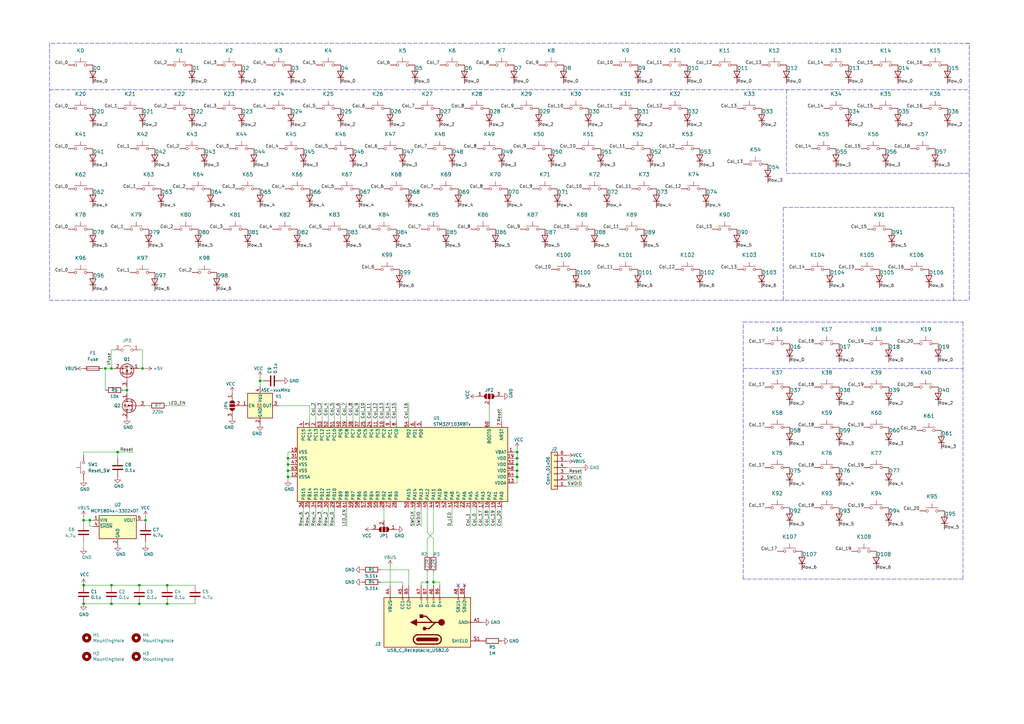
<source format=kicad_sch>
(kicad_sch (version 20211123) (generator eeschema)
  (paper "A3")
  (title_block (date "2022-05-13 23:31") (comment 1 "Author: ") (comment 2 "Generated by klepcbgen.py v0.1"))
  (junction (at 34.29 247.65))
  (junction (at 118.11 193.04))
  (junction (at 505.46 167.64))
  (junction (at 448.31 157.48))
  (junction (at 52.07 160.02))
  (junction (at 494.03 167.64))
  (junction (at 118.11 187.96))
  (junction (at 539.75 167.64))
  (junction (at 68.58 240.03))
  (junction (at 68.58 247.65))
  (junction (at 551.18 157.48))
  (junction (at 212.09 193.04))
  (junction (at 45.72 151.13))
  (junction (at 45.72 247.65))
  (junction (at 57.15 247.65))
  (junction (at 551.18 167.64))
  (junction (at 539.75 157.48))
  (junction (at 482.6 167.64))
  (junction (at 118.11 190.5))
  (junction (at 106.68 156.21))
  (junction (at 212.09 195.58))
  (junction (at 59.69 213.36))
  (junction (at 45.72 240.03))
  (junction (at 482.6 157.48))
  (junction (at 459.74 167.64))
  (junction (at 436.88 167.64))
  (junction (at 528.32 167.64))
  (junction (at 34.29 213.36))
  (junction (at 118.11 195.58))
  (junction (at 175.26 238.76))
  (junction (at 471.17 167.64))
  (junction (at 48.26 185.42))
  (junction (at 448.31 167.64))
  (junction (at 516.89 157.48))
  (junction (at 505.46 157.48))
  (junction (at 43.18 151.13))
  (junction (at 57.15 240.03))
  (junction (at 212.09 185.42))
  (junction (at 516.89 167.64))
  (junction (at 494.03 157.48))
  (junction (at 459.74 157.48))
  (junction (at 528.32 157.48))
  (junction (at 212.09 190.5))
  (junction (at 471.17 157.48))
  (junction (at 36.83 213.36))
  (junction (at 34.29 240.03))
  (junction (at 212.09 187.96))
  (junction (at 177.8 238.76))
  (junction (at 58.42 151.13))
  (junction (at 436.88 157.48))
  (no_connect (at 190.5 240.03))
  (no_connect (at 187.96 240.03))
  (no_connect (at 434.34 127))
  (wire (pts (xy 473.71 62.23) (xy 478.79 62.23)))
  (wire (pts (xy 703.58 68.58) (xy 711.2 68.58)))
  (wire (pts (xy 232.41 196.85) (xy 238.76 196.85)))
  (wire (pts (xy 580.39 127) (xy 631.19 127)))
  (wire (pts (xy 878.84 109.22) (xy 883.92 109.22)))
  (polyline (pts (xy 635 205.74) (xy 635 184.15)))
  (wire (pts (xy 129.54 165.1) (xy 129.54 172.72)))
  (polyline (pts (xy 20.32 123.19) (xy 397.51 123.19)))
  (wire (pts (xy 119.38 193.04) (xy 118.11 193.04)))
  (wire (pts (xy 139.7 165.1) (xy 139.7 172.72)))
  (wire (pts (xy 434.34 40.64) (xy 431.8 40.64)))
  (wire (pts (xy 453.39 62.23) (xy 458.47 62.23)))
  (wire (pts (xy 144.78 165.1) (xy 144.78 172.72)))
  (wire (pts (xy 212.09 185.42) (xy 210.82 185.42)))
  (wire (pts (xy 901.7 109.22) (xy 901.7 130.81)))
  (polyline (pts (xy 429.26 29.21) (xy 806.45 29.21)))
  (wire (pts (xy 156.21 238.76) (xy 165.1 238.76)))
  (wire (pts (xy 177.8 240.03) (xy 177.8 238.76)))
  (wire (pts (xy 656.59 105.41) (xy 661.67 105.41)))
  (wire (pts (xy 721.36 127) (xy 735.33 127)))
  (polyline (pts (xy 321.31 85.09) (xy 391.16 85.09)))
  (wire (pts (xy 46.99 143.51) (xy 45.72 143.51)))
  (wire (pts (xy 615.95 105.41) (xy 621.03 105.41)))
  (wire (pts (xy 469.9 127) (xy 474.98 127)))
  (polyline (pts (xy 304.8 237.49) (xy 304.8 132.08)))
  (wire (pts (xy 43.18 151.13) (xy 43.18 160.02)))
  (wire (pts (xy 435.61 105.41) (xy 438.15 105.41)))
  (wire (pts (xy 537.21 83.82) (xy 542.29 83.82)))
  (wire (pts (xy 193.04 215.9) (xy 193.04 208.28)))
  (wire (pts (xy 448.31 157.48) (xy 459.74 157.48)))
  (wire (pts (xy 843.28 130.81) (xy 857.25 130.81)))
  (wire (pts (xy 505.46 167.64) (xy 516.89 167.64)))
  (wire (pts (xy 834.39 86.36) (xy 839.47 86.36)))
  (wire (pts (xy 165.1 238.76) (xy 165.1 240.03)))
  (wire (pts (xy 488.95 17.78) (xy 495.3 17.78)))
  (wire (pts (xy 36.83 213.36) (xy 38.1 213.36)))
  (wire (pts (xy 106.68 154.94) (xy 106.68 156.21)))
  (wire (pts (xy 167.64 165.1) (xy 167.64 172.72)))
  (polyline (pts (xy 441.96 184.15) (xy 441.96 205.74)))
  (wire (pts (xy 118.11 193.04) (xy 118.11 195.58)))
  (wire (pts (xy 482.6 157.48) (xy 494.03 157.48)))
  (wire (pts (xy 692.15 40.64) (xy 708.66 40.64)))
  (wire (pts (xy 142.24 165.1) (xy 142.24 172.72)))
  (wire (pts (xy 59.69 212.09) (xy 59.69 213.36)))
  (wire (pts (xy 177.8 238.76) (xy 180.34 238.76)))
  (wire (pts (xy 106.68 156.21) (xy 107.95 156.21)))
  (wire (pts (xy 212.09 190.5) (xy 212.09 187.96)))
  (wire (pts (xy 505.46 157.48) (xy 505.46 158.75)))
  (wire (pts (xy 554.99 105.41) (xy 560.07 105.41)))
  (wire (pts (xy 471.17 157.48) (xy 482.6 157.48)))
  (wire (pts (xy 552.45 17.78) (xy 565.15 17.78)))
  (wire (pts (xy 170.18 208.28) (xy 170.18 215.9)))
  (wire (pts (xy 770.89 127) (xy 775.97 127)))
  (wire (pts (xy 435.61 83.82) (xy 435.61 105.41)))
  (polyline (pts (xy 304.8 151.13) (xy 394.97 151.13)))
  (wire (pts (xy 177.8 220.98) (xy 177.8 227.33)))
  (polyline (pts (xy 731.52 29.21) (xy 731.52 73.66)))
  (wire (pts (xy 205.74 215.9) (xy 205.74 208.28)))
  (wire (pts (xy 774.7 62.23) (xy 779.78 62.23)))
  (wire (pts (xy 436.88 167.64) (xy 448.31 167.64)))
  (wire (pts (xy 853.44 17.78) (xy 858.52 17.78)))
  (wire (pts (xy 59.69 222.25) (xy 59.69 223.52)))
  (wire (pts (xy 651.51 40.64) (xy 656.59 40.64)))
  (wire (pts (xy 730.25 62.23) (xy 739.14 62.23)))
  (wire (pts (xy 34.29 213.36) (xy 36.83 213.36)))
  (wire (pts (xy 895.35 63.5) (xy 897.89 63.5)))
  (wire (pts (xy 723.9 40.64) (xy 742.95 40.64)))
  (wire (pts (xy 455.93 83.82) (xy 461.01 83.82)))
  (wire (pts (xy 539.75 157.48) (xy 551.18 157.48)))
  (wire (pts (xy 496.57 83.82) (xy 501.65 83.82)))
  (wire (pts (xy 52.07 160.02) (xy 52.07 161.29)))
  (polyline (pts (xy 396.24 17.78) (xy 397.51 17.78)))
  (wire (pts (xy 57.15 151.13) (xy 58.42 151.13)))
  (polyline (pts (xy 20.32 17.78) (xy 20.32 123.19)))
  (wire (pts (xy 505.46 157.48) (xy 516.89 157.48)))
  (wire (pts (xy 638.81 83.82) (xy 643.89 83.82)))
  (wire (pts (xy 147.32 165.1) (xy 147.32 172.72)))
  (polyline (pts (xy 800.1 93.98) (xy 800.1 140.97)))
  (polyline (pts (xy 304.8 132.08) (xy 394.97 132.08)))
  (polyline (pts (xy 321.31 123.19) (xy 321.31 85.09)))
  (wire (pts (xy 422.91 17.78) (xy 434.34 17.78)))
  (wire (pts (xy 114.3 166.37) (xy 127 166.37)))
  (wire (pts (xy 212.09 187.96) (xy 210.82 187.96)))
  (wire (pts (xy 636.27 62.23) (xy 641.35 62.23)))
  (wire (pts (xy 129.54 208.28) (xy 129.54 215.9)))
  (wire (pts (xy 471.17 166.37) (xy 471.17 167.64)))
  (wire (pts (xy 482.6 166.37) (xy 482.6 167.64)))
  (wire (pts (xy 118.11 195.58) (xy 119.38 195.58)))
  (wire (pts (xy 436.88 166.37) (xy 436.88 167.64)))
  (polyline (pts (xy 814.07 143.51) (xy 814.07 6.35)))
  (wire (pts (xy 575.31 62.23) (xy 580.39 62.23)))
  (wire (pts (xy 185.42 208.28) (xy 185.42 215.9)))
  (wire (pts (xy 34.29 185.42) (xy 48.26 185.42)))
  (wire (pts (xy 41.91 151.13) (xy 43.18 151.13)))
  (wire (pts (xy 534.67 105.41) (xy 539.75 105.41)))
  (polyline (pts (xy 904.24 143.51) (xy 814.07 143.51)))
  (wire (pts (xy 676.91 105.41) (xy 697.23 105.41)))
  (wire (pts (xy 676.91 62.23) (xy 681.99 62.23)))
  (wire (pts (xy 505.46 166.37) (xy 505.46 167.64)))
  (wire (pts (xy 580.39 17.78) (xy 588.01 17.78)))
  (wire (pts (xy 699.77 83.82) (xy 728.98 83.82)))
  (wire (pts (xy 795.02 62.23) (xy 811.53 62.23)))
  (wire (pts (xy 528.32 166.37) (xy 528.32 167.64)))
  (wire (pts (xy 118.11 190.5) (xy 118.11 193.04)))
  (wire (pts (xy 127 166.37) (xy 127 172.72)))
  (wire (pts (xy 175.26 218.44) (xy 177.8 220.98)))
  (wire (pts (xy 811.53 62.23) (xy 811.53 63.5)))
  (wire (pts (xy 57.15 143.51) (xy 58.42 143.51)))
  (wire (pts (xy 448.31 167.64) (xy 459.74 167.64)))
  (polyline (pts (xy 730.25 93.98) (xy 800.1 93.98)))
  (wire (pts (xy 59.69 166.37) (xy 60.96 166.37)))
  (wire (pts (xy 459.74 166.37) (xy 459.74 167.64)))
  (wire (pts (xy 449.58 40.64) (xy 454.66 40.64)))
  (wire (pts (xy 510.54 17.78) (xy 515.62 17.78)))
  (wire (pts (xy 212.09 193.04) (xy 212.09 190.5)))
  (wire (pts (xy 603.25 17.78) (xy 607.06 17.78)))
  (wire (pts (xy 631.19 40.64) (xy 636.27 40.64)))
  (wire (pts (xy 572.77 40.64) (xy 577.85 40.64)))
  (wire (pts (xy 494.03 62.23) (xy 499.11 62.23)))
  (wire (pts (xy 448.31 157.48) (xy 448.31 158.75)))
  (wire (pts (xy 528.32 167.64) (xy 539.75 167.64)))
  (wire (pts (xy 157.48 165.1) (xy 157.48 172.72)))
  (polyline (pts (xy 731.52 73.66) (xy 806.45 73.66)))
  (wire (pts (xy 132.08 208.28) (xy 132.08 215.9)))
  (polyline (pts (xy 635 184.15) (xy 635 184.15)))
  (wire (pts (xy 52.07 160.02) (xy 52.07 158.75)))
  (wire (pts (xy 595.63 105.41) (xy 600.71 105.41)))
  (wire (pts (xy 58.42 213.36) (xy 59.69 213.36)))
  (wire (pts (xy 834.39 40.64) (xy 839.47 40.64)))
  (polyline (pts (xy 20.32 36.83) (xy 397.51 36.83)))
  (wire (pts (xy 899.16 109.22) (xy 901.7 109.22)))
  (wire (pts (xy 57.15 247.65) (xy 68.58 247.65)))
  (wire (pts (xy 801.37 17.78) (xy 817.88 17.78)))
  (wire (pts (xy 833.12 17.78) (xy 838.2 17.78)))
  (wire (pts (xy 758.19 40.64) (xy 763.27 40.64)))
  (wire (pts (xy 212.09 195.58) (xy 212.09 193.04)))
  (wire (pts (xy 172.72 238.76) (xy 175.26 238.76)))
  (wire (pts (xy 726.44 68.58) (xy 730.25 68.58)))
  (wire (pts (xy 134.62 208.28) (xy 134.62 215.9)))
  (wire (pts (xy 875.03 40.64) (xy 880.11 40.64)))
  (wire (pts (xy 212.09 193.04) (xy 210.82 193.04)))
  (wire (pts (xy 160.02 232.41) (xy 160.02 240.03)))
  (wire (pts (xy 646.43 127) (xy 651.51 127)))
  (wire (pts (xy 212.09 185.42) (xy 212.09 184.15)))
  (wire (pts (xy 50.8 160.02) (xy 52.07 160.02)))
  (wire (pts (xy 593.09 40.64) (xy 596.9 40.64)))
  (wire (pts (xy 34.29 240.03) (xy 45.72 240.03)))
  (wire (pts (xy 134.62 165.1) (xy 134.62 172.72)))
  (wire (pts (xy 760.73 17.78) (xy 765.81 17.78)))
  (wire (pts (xy 453.39 105.41) (xy 458.47 105.41)))
  (polyline (pts (xy 397.51 17.78) (xy 20.32 17.78)))
  (wire (pts (xy 687.07 127) (xy 706.12 127)))
  (wire (pts (xy 132.08 165.1) (xy 132.08 172.72)))
  (wire (pts (xy 482.6 167.64) (xy 494.03 167.64)))
  (wire (pts (xy 810.26 105.41) (xy 810.26 109.22)))
  (wire (pts (xy 551.18 157.48) (xy 562.61 157.48)))
  (wire (pts (xy 198.12 215.9) (xy 198.12 208.28)))
  (polyline (pts (xy 394.97 151.13) (xy 394.97 237.49)))
  (wire (pts (xy 175.26 208.28) (xy 175.26 218.44)))
  (polyline (pts (xy 322.58 71.12) (xy 397.51 71.12)))
  (wire (pts (xy 232.41 199.39) (xy 238.76 199.39)))
  (wire (pts (xy 895.35 40.64) (xy 897.89 40.64)))
  (wire (pts (xy 436.88 157.48) (xy 448.31 157.48)))
  (wire (pts (xy 528.32 157.48) (xy 528.32 158.75)))
  (wire (pts (xy 897.89 63.5) (xy 897.89 86.36)))
  (wire (pts (xy 436.88 167.64) (xy 436.88 168.91)))
  (wire (pts (xy 448.31 166.37) (xy 448.31 167.64)))
  (wire (pts (xy 873.76 17.78) (xy 878.84 17.78)))
  (wire (pts (xy 656.59 62.23) (xy 661.67 62.23)))
  (wire (pts (xy 551.18 167.64) (xy 562.61 167.64)))
  (wire (pts (xy 212.09 190.5) (xy 210.82 190.5)))
  (wire (pts (xy 577.85 83.82) (xy 582.93 83.82)))
  (wire (pts (xy 34.29 222.25) (xy 34.29 224.79)))
  (wire (pts (xy 68.58 166.37) (xy 76.2 166.37)))
  (wire (pts (xy 137.16 165.1) (xy 137.16 172.72)))
  (wire (pts (xy 232.41 191.77) (xy 238.76 191.77)))
  (wire (pts (xy 901.7 130.81) (xy 872.49 130.81)))
  (wire (pts (xy 471.17 157.48) (xy 471.17 158.75)))
  (wire (pts (xy 232.41 194.31) (xy 238.76 194.31)))
  (wire (pts (xy 449.58 17.78) (xy 473.71 17.78)))
  (polyline (pts (xy 904.24 29.21) (xy 904.24 143.51)))
  (wire (pts (xy 838.2 109.22) (xy 843.28 109.22)))
  (wire (pts (xy 167.64 233.68) (xy 167.64 240.03)))
  (wire (pts (xy 736.6 17.78) (xy 745.49 17.78)))
  (wire (pts (xy 516.89 167.64) (xy 528.32 167.64)))
  (wire (pts (xy 509.27 40.64) (xy 514.35 40.64)))
  (polyline (pts (xy 429.26 140.97) (xy 806.45 140.97)))
  (wire (pts (xy 858.52 109.22) (xy 863.6 109.22)))
  (wire (pts (xy 557.53 83.82) (xy 562.61 83.82)))
  (wire (pts (xy 494.03 157.48) (xy 494.03 158.75)))
  (wire (pts (xy 488.95 40.64) (xy 494.03 40.64)))
  (wire (pts (xy 562.61 167.64) (xy 562.61 166.37)))
  (wire (pts (xy 670.56 17.78) (xy 678.18 17.78)))
  (wire (pts (xy 175.26 220.98) (xy 177.8 218.44)))
  (wire (pts (xy 494.03 166.37) (xy 494.03 167.64)))
  (wire (pts (xy 476.25 83.82) (xy 481.33 83.82)))
  (wire (pts (xy 716.28 17.78) (xy 721.36 17.78)))
  (wire (pts (xy 494.03 167.64) (xy 505.46 167.64)))
  (wire (pts (xy 777.24 105.41) (xy 810.26 105.41)))
  (wire (pts (xy 124.46 208.28) (xy 124.46 215.9)))
  (wire (pts (xy 539.75 157.48) (xy 539.75 158.75)))
  (wire (pts (xy 48.26 185.42) (xy 54.61 185.42)))
  (wire (pts (xy 810.26 127) (xy 791.21 127)))
  (wire (pts (xy 436.88 156.21) (xy 436.88 157.48)))
  (wire (pts (xy 118.11 195.58) (xy 118.11 196.85)))
  (wire (pts (xy 177.8 234.95) (xy 177.8 238.76)))
  (polyline (pts (xy 814.07 29.21) (xy 904.24 29.21)))
  (wire (pts (xy 58.42 151.13) (xy 59.69 151.13)))
  (wire (pts (xy 781.05 17.78) (xy 786.13 17.78)))
  (wire (pts (xy 482.6 157.48) (xy 482.6 158.75)))
  (wire (pts (xy 539.75 166.37) (xy 539.75 167.64)))
  (wire (pts (xy 175.26 238.76) (xy 175.26 240.03)))
  (polyline (pts (xy 904.24 6.35) (xy 904.24 29.21)))
  (wire (pts (xy 854.71 63.5) (xy 859.79 63.5)))
  (wire (pts (xy 57.15 240.03) (xy 68.58 240.03)))
  (polyline (pts (xy 805.18 6.35) (xy 806.45 6.35)))
  (wire (pts (xy 778.51 40.64) (xy 783.59 40.64)))
  (polyline (pts (xy 730.25 140.97) (xy 730.25 93.98)))
  (polyline (pts (xy 397.51 123.19) (xy 397.51 17.78)))
  (wire (pts (xy 137.16 208.28) (xy 137.16 215.9)))
  (wire (pts (xy 431.8 62.23) (xy 438.15 62.23)))
  (wire (pts (xy 834.39 63.5) (xy 839.47 63.5)))
  (wire (pts (xy 118.11 185.42) (xy 118.11 187.96)))
  (wire (pts (xy 45.72 143.51) (xy 45.72 151.13)))
  (wire (pts (xy 539.75 167.64) (xy 551.18 167.64)))
  (wire (pts (xy 160.02 165.1) (xy 160.02 172.72)))
  (polyline (pts (xy 441.96 205.74) (xy 635 205.74)))
  (wire (pts (xy 528.32 157.48) (xy 539.75 157.48)))
  (wire (pts (xy 175.26 234.95) (xy 175.26 238.76)))
  (wire (pts (xy 875.03 63.5) (xy 880.11 63.5)))
  (wire (pts (xy 798.83 40.64) (xy 819.15 40.64)))
  (wire (pts (xy 764.54 83.82) (xy 769.62 83.82)))
  (wire (pts (xy 810.26 109.22) (xy 822.96 109.22)))
  (wire (pts (xy 679.45 83.82) (xy 684.53 83.82)))
  (wire (pts (xy 529.59 40.64) (xy 535.94 40.64)))
  (wire (pts (xy 642.62 17.78) (xy 655.32 17.78)))
  (wire (pts (xy 34.29 212.09) (xy 34.29 213.36)))
  (wire (pts (xy 68.58 247.65) (xy 80.01 247.65)))
  (wire (pts (xy 156.21 233.68) (xy 167.64 233.68)))
  (wire (pts (xy 38.1 215.9) (xy 36.83 215.9)))
  (wire (pts (xy 59.69 213.36) (xy 59.69 214.63)))
  (wire (pts (xy 203.2 215.9) (xy 203.2 208.28)))
  (wire (pts (xy 516.89 166.37) (xy 516.89 167.64)))
  (wire (pts (xy 459.74 157.48) (xy 471.17 157.48)))
  (wire (pts (xy 200.66 215.9) (xy 200.66 208.28)))
  (wire (pts (xy 666.75 127) (xy 671.83 127)))
  (wire (pts (xy 142.24 208.28) (xy 142.24 215.9)))
  (wire (pts (xy 754.38 62.23) (xy 759.46 62.23)))
  (wire (pts (xy 562.61 157.48) (xy 562.61 158.75)))
  (wire (pts (xy 490.22 127) (xy 565.15 127)))
  (wire (pts (xy 195.58 215.9) (xy 195.58 208.28)))
  (wire (pts (xy 200.66 166.37) (xy 200.66 172.72)))
  (wire (pts (xy 469.9 40.64) (xy 473.71 40.64)))
  (wire (pts (xy 712.47 105.41) (xy 762 105.41)))
  (polyline (pts (xy 806.45 6.35) (xy 429.26 6.35)))
  (wire (pts (xy 802.64 86.36) (xy 802.64 83.82)))
  (wire (pts (xy 516.89 83.82) (xy 521.97 83.82)))
  (wire (pts (xy 897.89 17.78) (xy 894.08 17.78)))
  (wire (pts (xy 212.09 198.12) (xy 212.09 195.58)))
  (wire (pts (xy 697.23 62.23) (xy 703.58 62.23)))
  (wire (pts (xy 149.86 165.1) (xy 149.86 172.72)))
  (wire (pts (xy 34.29 185.42) (xy 34.29 186.69)))
  (wire (pts (xy 810.26 130.81) (xy 810.26 127)))
  (wire (pts (xy 436.88 157.48) (xy 436.88 158.75)))
  (wire (pts (xy 671.83 40.64) (xy 676.91 40.64)))
  (wire (pts (xy 530.86 17.78) (xy 537.21 17.78)))
  (wire (pts (xy 693.42 17.78) (xy 701.04 17.78)))
  (wire (pts (xy 119.38 185.42) (xy 118.11 185.42)))
  (wire (pts (xy 516.89 157.48) (xy 516.89 158.75)))
  (wire (pts (xy 45.72 151.13) (xy 46.99 151.13)))
  (wire (pts (xy 897.89 86.36) (xy 875.03 86.36)))
  (polyline (pts (xy 322.58 36.83) (xy 322.58 71.12)))
  (polyline (pts (xy 806.45 140.97) (xy 806.45 6.35)))
  (wire (pts (xy 431.8 40.64) (xy 431.8 62.23)))
  (wire (pts (xy 784.86 83.82) (xy 802.64 83.82)))
  (wire (pts (xy 598.17 83.82) (xy 603.25 83.82)))
  (wire (pts (xy 45.72 240.03) (xy 57.15 240.03)))
  (wire (pts (xy 459.74 167.64) (xy 471.17 167.64)))
  (wire (pts (xy 119.38 190.5) (xy 118.11 190.5)))
  (wire (pts (xy 534.67 62.23) (xy 539.75 62.23)))
  (wire (pts (xy 36.83 215.9) (xy 36.83 213.36)))
  (wire (pts (xy 152.4 165.1) (xy 152.4 172.72)))
  (wire (pts (xy 811.53 63.5) (xy 819.15 63.5)))
  (wire (pts (xy 212.09 187.96) (xy 212.09 185.42)))
  (polyline (pts (xy 814.07 6.35) (xy 904.24 6.35)))
  (wire (pts (xy 595.63 62.23) (xy 600.71 62.23)))
  (polyline (pts (xy 635 184.15) (xy 441.96 184.15)))
  (wire (pts (xy 43.18 151.13) (xy 45.72 151.13)))
  (wire (pts (xy 744.22 83.82) (xy 749.3 83.82)))
  (wire (pts (xy 177.8 208.28) (xy 177.8 218.44)))
  (wire (pts (xy 514.35 62.23) (xy 519.43 62.23)))
  (polyline (pts (xy 391.16 85.09) (xy 391.16 123.19)))
  (wire (pts (xy 157.48 208.28) (xy 157.48 213.36)))
  (wire (pts (xy 172.72 208.28) (xy 172.72 215.9)))
  (wire (pts (xy 440.69 83.82) (xy 435.61 83.82)))
  (wire (pts (xy 180.34 238.76) (xy 180.34 240.03)))
  (wire (pts (xy 45.72 247.65) (xy 57.15 247.65)))
  (wire (pts (xy 48.26 187.96) (xy 48.26 185.42)))
  (wire (pts (xy 575.31 105.41) (xy 580.39 105.41)))
  (wire (pts (xy 212.09 195.58) (xy 210.82 195.58)))
  (wire (pts (xy 68.58 240.03) (xy 80.01 240.03)))
  (wire (pts (xy 58.42 143.51) (xy 58.42 151.13)))
  (wire (pts (xy 473.71 105.41) (xy 478.79 105.41)))
  (wire (pts (xy 34.29 213.36) (xy 34.29 214.63)))
  (wire (pts (xy 659.13 83.82) (xy 664.21 83.82)))
  (wire (pts (xy 615.95 62.23) (xy 621.03 62.23)))
  (wire (pts (xy 618.49 83.82) (xy 623.57 83.82)))
  (wire (pts (xy 551.18 166.37) (xy 551.18 167.64)))
  (wire (pts (xy 118.11 187.96) (xy 118.11 190.5)))
  (wire (pts (xy 175.26 220.98) (xy 175.26 227.33)))
  (polyline (pts (xy 429.26 6.35) (xy 429.26 140.97)))
  (wire (pts (xy 154.94 165.1) (xy 154.94 172.72)))
  (polyline (pts (xy 394.97 237.49) (xy 304.8 237.49)))
  (wire (pts (xy 494.03 105.41) (xy 499.11 105.41)))
  (wire (pts (xy 551.18 157.48) (xy 551.18 158.75)))
  (wire (pts (xy 819.15 86.36) (xy 802.64 86.36)))
  (wire (pts (xy 750.57 127) (xy 755.65 127)))
  (wire (pts (xy 212.09 198.12) (xy 210.82 198.12)))
  (wire (pts (xy 172.72 240.03) (xy 172.72 238.76)))
  (wire (pts (xy 494.03 157.48) (xy 505.46 157.48)))
  (wire (pts (xy 703.58 62.23) (xy 703.58 68.58)))
  (wire (pts (xy 471.17 167.64) (xy 482.6 167.64)))
  (wire (pts (xy 127 208.28) (xy 127 215.9)))
  (wire (pts (xy 897.89 40.64) (xy 897.89 17.78)))
  (wire (pts (xy 622.3 17.78) (xy 627.38 17.78)))
  (polyline (pts (xy 394.97 132.08) (xy 394.97 151.13)))
  (wire (pts (xy 205.74 167.64) (xy 205.74 172.72)))
  (wire (pts (xy 119.38 187.96) (xy 118.11 187.96)))
  (wire (pts (xy 828.04 130.81) (xy 810.26 130.81)))
  (wire (pts (xy 554.99 62.23) (xy 560.07 62.23)))
  (wire (pts (xy 730.25 68.58) (xy 730.25 62.23)))
  (wire (pts (xy 449.58 127) (xy 454.66 127)))
  (wire (pts (xy 34.29 247.65) (xy 45.72 247.65)))
  (wire (pts (xy 636.27 105.41) (xy 641.35 105.41)))
  (wire (pts (xy 551.18 40.64) (xy 557.53 40.64)))
  (wire (pts (xy 516.89 157.48) (xy 528.32 157.48)))
  (wire (pts (xy 612.14 40.64) (xy 615.95 40.64)))
  (wire (pts (xy 162.56 165.1) (xy 162.56 172.72)))
  (wire (pts (xy 514.35 105.41) (xy 519.43 105.41)))
  (wire (pts (xy 854.71 40.64) (xy 859.79 40.64)))
  (wire (pts (xy 106.68 156.21) (xy 106.68 158.75)))
  (wire (pts (xy 854.71 86.36) (xy 859.79 86.36)))
  (wire (pts (xy 459.74 157.48) (xy 459.74 158.75)))
  (text "Stabilizers" (at 443.23 186.69 0) (effects (font (size 1.27 1.27)) (justify left bottom)))
  (label "Row_2" (at 364.49 166.37 0))
  (label "Row_5" (at 302.26 101.6 0))
  (label "Col_9" (at 147.32 165.1 270))
  (label "Col_0" (at 27.94 111.76 180))
  (label "Col_2" (at 68.58 26.67 180))
  (label "Col_6" (at 157.48 77.47 180))
  (label "Col_5" (at 129.54 26.67 180))
  (label "Row_0" (at 170.18 34.29 0))
  (label "Row_5" (at 142.24 101.6 0))
  (label "Col_14" (at 330.2 110.49 180))
  (label "Col_10" (at 251.46 26.67 180))
  (label "Col_12" (at 292.1 26.67 180))
  (label "Reset" (at 205.74 167.64 270))
  (label "Row_3" (at 246.38 68.58 0))
  (label "Row_4" (at 38.1 85.09 0))
  (label "Col_2" (at 76.2 77.47 180))
  (label "Col_0" (at 27.94 26.67 180))
  (label "Row_2" (at 281.94 52.07 0))
  (label "Col_2" (at 78.74 111.76 180))
  (label "Col_8" (at 198.12 77.47 180))
  (label "Col_13" (at 302.26 44.45 180))
  (label "Row_3" (at 383.54 68.58 0))
  (label "Row_4" (at 147.32 85.09 0))
  (label "Col_13" (at 302.26 110.49 180))
  (label "Col_11" (at 259.08 77.47 180))
  (label "Row_6" (at 163.83 118.11 0))
  (label "Col_18" (at 334.01 191.77 180))
  (label "Col_6" (at 154.94 60.96 180))
  (label "Row_5" (at 121.92 101.6 0))
  (label "Col_9" (at 213.36 93.98 180))
  (label "SWDIO" (at 172.72 215.9 90))
  (label "Col_4" (at 134.62 165.1 270))
  (label "Row_2" (at 261.62 52.07 0))
  (label "SWDIO" (at 238.76 199.39 180))
  (label "Col_20" (at 377.19 209.55 180))
  (label "Row_0" (at 347.98 34.29 0))
  (label "Row_4" (at 127 85.09 0))
  (label "Row_3" (at 344.17 182.88 0))
  (label "Col_3" (at 132.08 165.1 270))
  (label "Row_5" (at 127 215.9 90))
  (label "Row_5" (at 101.6 101.6 0))
  (label "Col_4" (at 114.3 60.96 180))
  (label "Row_4" (at 289.56 85.09 0))
  (label "Row_3" (at 132.08 215.9 90))
  (label "Row_5" (at 182.88 101.6 0))
  (label "Row_3" (at 314.96 74.93 0))
  (label "Row_4" (at 323.85 199.39 0))
  (label "Col_8" (at 190.5 44.45 180))
  (label "Col_19" (at 349.25 226.06 180))
  (label "Row_6" (at 88.9 119.38 0))
  (label "Row_4" (at 106.68 85.09 0))
  (label "Col_2" (at 71.12 93.98 180))
  (label "Reset" (at 238.76 194.31 180))
  (label "Col_6" (at 139.7 165.1 270))
  (label "Col_0" (at 27.94 93.98 180))
  (label "Col_20" (at 374.65 140.97 180))
  (label "Col_4" (at 109.22 44.45 180))
  (label "Row_2" (at 323.85 166.37 0))
  (label "Row_3" (at 323.85 182.88 0))
  (label "Row_5" (at 364.49 215.9 0))
  (label "Col_17" (at 313.69 158.75 180))
  (label "Row_2" (at 139.7 52.07 0))
  (label "Row_3" (at 342.9 68.58 0))
  (label "Row_4" (at 248.92 85.09 0))
  (label "Row_6" (at 312.42 118.11 0))
  (label "Col_8" (at 144.78 165.1 270))
  (label "Row_0" (at 190.5 34.29 0))
  (label "Col_19" (at 354.33 191.77 180))
  (label "Row_0" (at 364.49 148.59 0))
  (label "Row_6" (at 287.02 118.11 0))
  (label "Row_2" (at 160.02 52.07 0))
  (label "Col_10" (at 231.14 44.45 180))
  (label "Col_1" (at 193.04 215.9 90))
  (label "Row_3" (at 124.46 68.58 0))
  (label "Row_2" (at 78.74 52.07 0))
  (label "Row_5" (at 38.1 101.6 0))
  (label "Col_5" (at 132.08 93.98 180))
  (label "Col_19" (at 354.33 208.28 180))
  (label "Row_3" (at 266.7 68.58 0))
  (label "Col_3" (at 96.52 77.47 180))
  (label "Row_5" (at 365.76 101.6 0))
  (label "Col_10" (at 236.22 60.96 180))
  (label "Reset" (at 54.61 185.42 180))
  (label "Col_7" (at 180.34 26.67 180))
  (label "Col_0" (at 27.94 44.45 180))
  (label "Col_0" (at 195.58 215.9 90))
  (label "Row_4" (at 167.64 85.09 0))
  (label "LED_EN" (at 76.2 166.37 180))
  (label "Row_0" (at 210.82 34.29 0))
  (label "Row_3" (at 104.14 68.58 0))
  (label "Row_0" (at 384.81 148.59 0))
  (label "Col_20" (at 375.92 176.53 180))
  (label "Row_3" (at 144.78 68.58 0))
  (label "Row_0" (at 99.06 34.29 0))
  (label "Col_15" (at 355.6 93.98 180))
  (label "Col_7" (at 172.72 93.98 180))
  (label "Col_15" (at 353.06 60.96 180))
  (label "Col_5" (at 134.62 60.96 180))
  (label "Col_17" (at 313.69 191.77 180))
  (label "Row_2" (at 38.1 52.07 0))
  (label "Col_14" (at 337.82 26.67 180))
  (label "Col_18" (at 334.01 158.75 180))
  (label "Row_3" (at 287.02 68.58 0))
  (label "Col_18" (at 200.66 215.9 90))
  (label "Row_6" (at 360.68 118.11 0))
  (label "Col_12" (at 271.78 44.45 180))
  (label "Row_3" (at 226.06 68.58 0))
  (label "Row_3" (at 363.22 68.58 0))
  (label "Row_6" (at 63.5 119.38 0))
  (label "Row_2" (at 180.34 52.07 0))
  (label "Col_19" (at 354.33 158.75 180))
  (label "Col_12" (at 154.94 165.1 270))
  (label "Row_5" (at 323.85 215.9 0))
  (label "Col_4" (at 111.76 93.98 180))
  (label "Row_5" (at 223.52 101.6 0))
  (label "Col_16" (at 370.84 110.49 180))
  (label "Col_19" (at 354.33 175.26 180))
  (label "Row_5" (at 387.35 217.17 0))
  (label "Col_3" (at 88.9 44.45 180))
  (label "Col_15" (at 358.14 44.45 180))
  (label "Row_3" (at 185.42 68.58 0))
  (label "Col_13" (at 304.8 67.31 180))
  (label "Row_0" (at 388.62 34.29 0))
  (label "Row_6" (at 328.93 233.68 0))
  (label "Row_4" (at 344.17 199.39 0))
  (label "Col_20" (at 374.65 158.75 180))
  (label "Col_12" (at 276.86 60.96 180))
  (label "D_LED" (at 422.91 17.78 0))
  (label "Row_2" (at 220.98 52.07 0))
  (label "Row_4" (at 187.96 85.09 0))
  (label "Row_0" (at 323.85 148.59 0))
  (label "Col_7" (at 170.18 44.45 180))
  (label "Row_6" (at 124.46 215.9 90))
  (label "Col_13" (at 157.48 165.1 270))
  (label "Col_1" (at 53.34 60.96 180))
  (label "D_LED" (at 185.42 215.9 90))
  (label "Row_3" (at 364.49 182.88 0))
  (label "Col_15" (at 162.56 165.1 270))
  (label "Col_9" (at 210.82 44.45 180))
  (label "Row_2" (at 58.42 52.07 0))
  (label "Col_5" (at 129.54 44.45 180))
  (label "Col_1" (at 48.26 44.45 180))
  (label "Row_6" (at 236.22 118.11 0))
  (label "Col_19" (at 354.33 140.97 180))
  (label "Row_2" (at 384.81 166.37 0))
  (label "Col_4" (at 116.84 77.47 180))
  (label "Row_2" (at 241.3 52.07 0))
  (label "Col_16" (at 378.46 26.67 180))
  (label "Row_6" (at 340.36 118.11 0))
  (label "Row_4" (at 269.24 85.09 0))
  (label "Row_5" (at 264.16 101.6 0))
  (label "Row_0" (at 78.74 34.29 0))
  (label "Row_0" (at 302.26 34.29 0))
  (label "Col_17" (at 313.69 175.26 180))
  (label "Col_20" (at 205.74 215.9 90))
  (label "Row_2" (at 312.42 52.07 0))
  (label "Row_0" (at 119.38 34.29 0))
  (label "Row_3" (at 386.08 184.15 0))
  (label "Col_16" (at 378.46 44.45 180))
  (label "Col_6" (at 160.02 26.67 180))
  (label "Row_0" (at 322.58 34.29 0))
  (label "Col_7" (at 177.8 77.47 180))
  (label "Col_5" (at 137.16 77.47 180))
  (label "Row_3" (at 83.82 68.58 0))
  (label "Col_3" (at 91.44 93.98 180))
  (label "Col_9" (at 220.98 26.67 180))
  (label "Col_1" (at 55.88 77.47 180))
  (label "Col_17" (at 198.12 215.9 90))
  (label "Col_3" (at 88.9 26.67 180))
  (label "Row_0" (at 231.14 34.29 0))
  (label "Row_0" (at 281.94 34.29 0))
  (label "Row_3" (at 63.5 68.58 0))
  (label "SWCLK" (at 238.76 196.85 180))
  (label "Col_2" (at 129.54 165.1 270))
  (label "Row_3" (at 205.74 68.58 0))
  (label "Col_13" (at 292.1 93.98 180))
  (label "Col_9" (at 218.44 77.47 180))
  (label "Col_14" (at 160.02 165.1 270))
  (label "Row_4" (at 228.6 85.09 0))
  (label "Row_5" (at 344.17 215.9 0))
  (label "Row_0" (at 368.3 34.29 0))
  (label "Row_2" (at 344.17 166.37 0))
  (label "Col_8" (at 200.66 26.67 180))
  (label "Row_4" (at 208.28 85.09 0))
  (label "Row_4" (at 364.49 199.39 0))
  (label "Row_6" (at 261.62 118.11 0))
  (label "Col_8" (at 195.58 60.96 180))
  (label "Col_10" (at 238.76 77.47 180))
  (label "Row_6" (at 381 118.11 0))
  (label "Col_11" (at 251.46 44.45 180))
  (label "Col_12" (at 276.86 110.49 180))
  (label "Row_2" (at 99.06 52.07 0))
  (label "LED_EN" (at 142.24 215.9 90))
  (label "Col_6" (at 149.86 44.45 180))
  (label "Row_2" (at 347.98 52.07 0))
  (label "Col_10" (at 149.86 165.1 270))
  (label "Col_18" (at 334.01 175.26 180))
  (label "Row_0" (at 38.1 34.29 0))
  (label "Row_4" (at 129.54 215.9 90))
  (label "Col_19" (at 203.2 215.9 90))
  (label "Col_3" (at 93.98 60.96 180))
  (label "Col_4" (at 109.22 26.67 180))
  (label "Col_11" (at 271.78 26.67 180))
  (label "Row_5" (at 243.84 101.6 0))
  (label "Vfuse" (at 45.72 149.86 90))
  (label "Col_16" (at 167.64 165.1 270))
  (label "Col_1" (at 50.8 93.98 180))
  (label "Col_5" (at 137.16 165.1 270))
  (label "Row_0" (at 139.7 34.29 0))
  (label "Row_5" (at 60.96 101.6 0))
  (label "Row_2" (at 119.38 52.07 0))
  (label "Col_0" (at 27.94 60.96 180))
  (label "Col_1" (at 53.34 111.76 180))
  (label "Col_7" (at 175.26 60.96 180))
  (label "Col_16" (at 373.38 60.96 180))
  (label "Col_11" (at 251.46 110.49 180))
  (label "Row_5" (at 81.28 101.6 0))
  (label "Col_11" (at 256.54 60.96 180))
  (label "Col_2" (at 73.66 60.96 180))
  (label "Col_0" (at 27.94 77.47 180))
  (label "Col_14" (at 337.82 44.45 180))
  (label "Row_5" (at 162.56 101.6 0))
  (label "Col_17" (at 318.77 226.06 180))
  (label "Col_13" (at 312.42 26.67 180))
  (label "Col_10" (at 226.06 110.49 180))
  (label "Col_2" (at 68.58 44.45 180))
  (label "Row_0" (at 261.62 34.29 0))
  (label "SWCLK" (at 170.18 215.9 90))
  (label "Row_0" (at 344.17 148.59 0))
  (label "Col_17" (at 313.69 140.97 180))
  (label "Row_2" (at 368.3 52.07 0))
  (label "Col_8" (at 193.04 93.98 180))
  (label "Col_11" (at 152.4 165.1 270))
  (label "Col_12" (at 279.4 77.47 180))
  (label "Row_2" (at 134.62 215.9 90))
  (label "Col_9" (at 215.9 60.96 180))
  (label "Col_18" (at 334.01 208.28 180))
  (label "Row_4" (at 66.04 85.09 0))
  (label "Row_3" (at 165.1 68.58 0))
  (label "Col_17" (at 313.69 208.28 180))
  (label "Row_0" (at 137.16 215.9 90))
  (label "Row_5" (at 203.2 101.6 0))
  (label "Row_6" (at 359.41 233.68 0))
  (label "Col_15" (at 358.14 26.67 180))
  (label "Row_2" (at 200.66 52.07 0))
  (label "Row_6" (at 38.1 119.38 0))
  (label "Col_6" (at 153.67 110.49 180))
  (label "Col_10" (at 233.68 93.98 180))
  (label "Col_15" (at 350.52 110.49 180))
  (label "Row_4" (at 86.36 85.09 0))
  (label "Col_7" (at 142.24 165.1 270))
  (label "Row_3" (at 38.1 68.58 0))
  (label "Row_2" (at 388.62 52.07 0))
  (label "Col_6" (at 152.4 93.98 180))
  (label "Col_11" (at 254 93.98 180))
  (label "Col_18" (at 334.01 140.97 180))
  (label "Col_14" (at 332.74 60.96 180))
  (symbol (lib_id "Device:D") (at 281.94 30.48 90) (unit 1)
    (property "Reference" "D10" (at 281.94 27.94 90) (effects (font (size 1.524 1.524)) (justify right)))
    (property "Value" "D" (effects hide))
    (property "Footprint" "Diode_SMD:D_0805_2012Metric_Pad1.15x1.40mm_HandSolder" (effects hide))
  )
  (symbol (lib_id "Device:D") (at 302.26 30.48 90) (unit 1)
    (property "Reference" "D11" (at 302.26 27.94 90) (effects (font (size 1.524 1.524)) (justify right)))
    (property "Value" "D" (effects hide))
    (property "Footprint" "Diode_SMD:D_0805_2012Metric_Pad1.15x1.40mm_HandSolder" (effects hide))
  )
  (symbol (lib_id "Device:D") (at 322.58 30.48 90) (unit 1)
    (property "Reference" "D12" (at 322.58 27.94 90) (effects (font (size 1.524 1.524)) (justify right)))
    (property "Value" "D" (effects hide))
    (property "Footprint" "Diode_SMD:D_0805_2012Metric_Pad1.15x1.40mm_HandSolder" (effects hide))
  )
  (symbol (lib_id "Device:D") (at 347.98 30.48 90) (unit 1)
    (property "Reference" "D13" (at 347.98 27.94 90) (effects (font (size 1.524 1.524)) (justify right)))
    (property "Value" "D" (effects hide))
    (property "Footprint" "Diode_SMD:D_0805_2012Metric_Pad1.15x1.40mm_HandSolder" (effects hide))
  )
  (symbol (lib_id "Device:D") (at 368.3 30.48 90) (unit 1)
    (property "Reference" "D14" (at 368.3 27.94 90) (effects (font (size 1.524 1.524)) (justify right)))
    (property "Value" "D" (effects hide))
    (property "Footprint" "Diode_SMD:D_0805_2012Metric_Pad1.15x1.40mm_HandSolder" (effects hide))
  )
  (symbol (lib_id "Device:D") (at 388.62 30.48 90) (unit 1)
    (property "Reference" "D15" (at 388.62 27.94 90) (effects (font (size 1.524 1.524)) (justify right)))
    (property "Value" "D" (effects hide))
    (property "Footprint" "Diode_SMD:D_0805_2012Metric_Pad1.15x1.40mm_HandSolder" (effects hide))
  )
  (symbol (lib_id "Device:D") (at 323.85 144.78 90) (unit 1)
    (property "Reference" "D16" (at 323.85 142.24 90) (effects (font (size 1.524 1.524)) (justify right)))
    (property "Value" "D" (effects hide))
    (property "Footprint" "Diode_SMD:D_0805_2012Metric_Pad1.15x1.40mm_HandSolder" (effects hide))
  )
  (symbol (lib_id "Device:D") (at 344.17 144.78 90) (unit 1)
    (property "Reference" "D17" (at 344.17 142.24 90) (effects (font (size 1.524 1.524)) (justify right)))
    (property "Value" "D" (effects hide))
    (property "Footprint" "Diode_SMD:D_0805_2012Metric_Pad1.15x1.40mm_HandSolder" (effects hide))
  )
  (symbol (lib_id "Device:D") (at 364.49 144.78 90) (unit 1)
    (property "Reference" "D18" (at 364.49 142.24 90) (effects (font (size 1.524 1.524)) (justify right)))
    (property "Value" "D" (effects hide))
    (property "Footprint" "Diode_SMD:D_0805_2012Metric_Pad1.15x1.40mm_HandSolder" (effects hide))
  )
  (symbol (lib_id "Device:D") (at 384.81 144.78 90) (unit 1)
    (property "Reference" "D19" (at 384.81 142.24 90) (effects (font (size 1.524 1.524)) (justify right)))
    (property "Value" "D" (effects hide))
    (property "Footprint" "Diode_SMD:D_0805_2012Metric_Pad1.15x1.40mm_HandSolder" (effects hide))
  )
  (symbol (lib_id "Device:D") (at 38.1 48.26 90) (unit 1)
    (property "Reference" "D20" (at 38.1 45.72 90) (effects (font (size 1.524 1.524)) (justify right)))
    (property "Value" "D" (effects hide))
    (property "Footprint" "Diode_SMD:D_0805_2012Metric_Pad1.15x1.40mm_HandSolder" (effects hide))
  )
  (symbol (lib_id "Device:D") (at 58.42 48.26 90) (unit 1)
    (property "Reference" "D21" (at 58.42 45.72 90) (effects (font (size 1.524 1.524)) (justify right)))
    (property "Value" "D" (effects hide))
    (property "Footprint" "Diode_SMD:D_0805_2012Metric_Pad1.15x1.40mm_HandSolder" (effects hide))
  )
  (symbol (lib_id "Device:D") (at 78.74 48.26 90) (unit 1)
    (property "Reference" "D22" (at 78.74 45.72 90) (effects (font (size 1.524 1.524)) (justify right)))
    (property "Value" "D" (effects hide))
    (property "Footprint" "Diode_SMD:D_0805_2012Metric_Pad1.15x1.40mm_HandSolder" (effects hide))
  )
  (symbol (lib_id "Device:D") (at 99.06 48.26 90) (unit 1)
    (property "Reference" "D23" (at 99.06 45.72 90) (effects (font (size 1.524 1.524)) (justify right)))
    (property "Value" "D" (effects hide))
    (property "Footprint" "Diode_SMD:D_0805_2012Metric_Pad1.15x1.40mm_HandSolder" (effects hide))
  )
  (symbol (lib_id "Device:D") (at 119.38 48.26 90) (unit 1)
    (property "Reference" "D24" (at 119.38 45.72 90) (effects (font (size 1.524 1.524)) (justify right)))
    (property "Value" "D" (effects hide))
    (property "Footprint" "Diode_SMD:D_0805_2012Metric_Pad1.15x1.40mm_HandSolder" (effects hide))
  )
  (symbol (lib_id "Device:D") (at 139.7 48.26 90) (unit 1)
    (property "Reference" "D25" (at 139.7 45.72 90) (effects (font (size 1.524 1.524)) (justify right)))
    (property "Value" "D" (effects hide))
    (property "Footprint" "Diode_SMD:D_0805_2012Metric_Pad1.15x1.40mm_HandSolder" (effects hide))
  )
  (symbol (lib_id "Device:D") (at 160.02 48.26 90) (unit 1)
    (property "Reference" "D26" (at 160.02 45.72 90) (effects (font (size 1.524 1.524)) (justify right)))
    (property "Value" "D" (effects hide))
    (property "Footprint" "Diode_SMD:D_0805_2012Metric_Pad1.15x1.40mm_HandSolder" (effects hide))
  )
  (symbol (lib_id "Device:D") (at 180.34 48.26 90) (unit 1)
    (property "Reference" "D27" (at 180.34 45.72 90) (effects (font (size 1.524 1.524)) (justify right)))
    (property "Value" "D" (effects hide))
    (property "Footprint" "Diode_SMD:D_0805_2012Metric_Pad1.15x1.40mm_HandSolder" (effects hide))
  )
  (symbol (lib_id "Device:D") (at 200.66 48.26 90) (unit 1)
    (property "Reference" "D28" (at 200.66 45.72 90) (effects (font (size 1.524 1.524)) (justify right)))
    (property "Value" "D" (effects hide))
    (property "Footprint" "Diode_SMD:D_0805_2012Metric_Pad1.15x1.40mm_HandSolder" (effects hide))
  )
  (symbol (lib_id "Device:D") (at 220.98 48.26 90) (unit 1)
    (property "Reference" "D29" (at 220.98 45.72 90) (effects (font (size 1.524 1.524)) (justify right)))
    (property "Value" "D" (effects hide))
    (property "Footprint" "Diode_SMD:D_0805_2012Metric_Pad1.15x1.40mm_HandSolder" (effects hide))
  )
  (symbol (lib_id "Device:D") (at 241.3 48.26 90) (unit 1)
    (property "Reference" "D30" (at 241.3 45.72 90) (effects (font (size 1.524 1.524)) (justify right)))
    (property "Value" "D" (effects hide))
    (property "Footprint" "Diode_SMD:D_0805_2012Metric_Pad1.15x1.40mm_HandSolder" (effects hide))
  )
  (symbol (lib_id "Device:D") (at 261.62 48.26 90) (unit 1)
    (property "Reference" "D31" (at 261.62 45.72 90) (effects (font (size 1.524 1.524)) (justify right)))
    (property "Value" "D" (effects hide))
    (property "Footprint" "Diode_SMD:D_0805_2012Metric_Pad1.15x1.40mm_HandSolder" (effects hide))
  )
  (symbol (lib_id "Device:D") (at 281.94 48.26 90) (unit 1)
    (property "Reference" "D32" (at 281.94 45.72 90) (effects (font (size 1.524 1.524)) (justify right)))
    (property "Value" "D" (effects hide))
    (property "Footprint" "Diode_SMD:D_0805_2012Metric_Pad1.15x1.40mm_HandSolder" (effects hide))
  )
  (symbol (lib_id "Device:D") (at 312.42 48.26 90) (unit 1)
    (property "Reference" "D33" (at 312.42 45.72 90) (effects (font (size 1.524 1.524)) (justify right)))
    (property "Value" "D" (effects hide))
    (property "Footprint" "Diode_SMD:D_0805_2012Metric_Pad1.15x1.40mm_HandSolder" (effects hide))
  )
  (symbol (lib_id "Device:D") (at 347.98 48.26 90) (unit 1)
    (property "Reference" "D34" (at 347.98 45.72 90) (effects (font (size 1.524 1.524)) (justify right)))
    (property "Value" "D" (effects hide))
    (property "Footprint" "Diode_SMD:D_0805_2012Metric_Pad1.15x1.40mm_HandSolder" (effects hide))
  )
  (symbol (lib_id "Device:D") (at 368.3 48.26 90) (unit 1)
    (property "Reference" "D35" (at 368.3 45.72 90) (effects (font (size 1.524 1.524)) (justify right)))
    (property "Value" "D" (effects hide))
    (property "Footprint" "Diode_SMD:D_0805_2012Metric_Pad1.15x1.40mm_HandSolder" (effects hide))
  )
  (symbol (lib_id "Device:D") (at 388.62 48.26 90) (unit 1)
    (property "Reference" "D36" (at 388.62 45.72 90) (effects (font (size 1.524 1.524)) (justify right)))
    (property "Value" "D" (effects hide))
    (property "Footprint" "Diode_SMD:D_0805_2012Metric_Pad1.15x1.40mm_HandSolder" (effects hide))
  )
  (symbol (lib_id "Device:D") (at 323.85 162.56 90) (unit 1)
    (property "Reference" "D37" (at 323.85 160.02 90) (effects (font (size 1.524 1.524)) (justify right)))
    (property "Value" "D" (effects hide))
    (property "Footprint" "Diode_SMD:D_0805_2012Metric_Pad1.15x1.40mm_HandSolder" (effects hide))
  )
  (symbol (lib_id "Device:D") (at 344.17 162.56 90) (unit 1)
    (property "Reference" "D38" (at 344.17 160.02 90) (effects (font (size 1.524 1.524)) (justify right)))
    (property "Value" "D" (effects hide))
    (property "Footprint" "Diode_SMD:D_0805_2012Metric_Pad1.15x1.40mm_HandSolder" (effects hide))
  )
  (symbol (lib_id "Device:D") (at 364.49 162.56 90) (unit 1)
    (property "Reference" "D39" (at 364.49 160.02 90) (effects (font (size 1.524 1.524)) (justify right)))
    (property "Value" "D" (effects hide))
    (property "Footprint" "Diode_SMD:D_0805_2012Metric_Pad1.15x1.40mm_HandSolder" (effects hide))
  )
  (symbol (lib_id "Device:D") (at 384.81 162.56 90) (unit 1)
    (property "Reference" "D40" (at 384.81 160.02 90) (effects (font (size 1.524 1.524)) (justify right)))
    (property "Value" "D" (effects hide))
    (property "Footprint" "Diode_SMD:D_0805_2012Metric_Pad1.15x1.40mm_HandSolder" (effects hide))
  )
  (symbol (lib_id "Device:D") (at 38.1 64.77 90) (unit 1)
    (property "Reference" "D41" (at 38.1 62.23 90) (effects (font (size 1.524 1.524)) (justify right)))
    (property "Value" "D" (effects hide))
    (property "Footprint" "Diode_SMD:D_0805_2012Metric_Pad1.15x1.40mm_HandSolder" (effects hide))
  )
  (symbol (lib_id "Device:D") (at 63.5 64.77 90) (unit 1)
    (property "Reference" "D42" (at 63.5 62.23 90) (effects (font (size 1.524 1.524)) (justify right)))
    (property "Value" "D" (effects hide))
    (property "Footprint" "Diode_SMD:D_0805_2012Metric_Pad1.15x1.40mm_HandSolder" (effects hide))
  )
  (symbol (lib_id "Device:D") (at 83.82 64.77 90) (unit 1)
    (property "Reference" "D43" (at 83.82 62.23 90) (effects (font (size 1.524 1.524)) (justify right)))
    (property "Value" "D" (effects hide))
    (property "Footprint" "Diode_SMD:D_0805_2012Metric_Pad1.15x1.40mm_HandSolder" (effects hide))
  )
  (symbol (lib_id "Device:D") (at 104.14 64.77 90) (unit 1)
    (property "Reference" "D44" (at 104.14 62.23 90) (effects (font (size 1.524 1.524)) (justify right)))
    (property "Value" "D" (effects hide))
    (property "Footprint" "Diode_SMD:D_0805_2012Metric_Pad1.15x1.40mm_HandSolder" (effects hide))
  )
  (symbol (lib_id "Device:D") (at 124.46 64.77 90) (unit 1)
    (property "Reference" "D45" (at 124.46 62.23 90) (effects (font (size 1.524 1.524)) (justify right)))
    (property "Value" "D" (effects hide))
    (property "Footprint" "Diode_SMD:D_0805_2012Metric_Pad1.15x1.40mm_HandSolder" (effects hide))
  )
  (symbol (lib_id "Device:D") (at 144.78 64.77 90) (unit 1)
    (property "Reference" "D46" (at 144.78 62.23 90) (effects (font (size 1.524 1.524)) (justify right)))
    (property "Value" "D" (effects hide))
    (property "Footprint" "Diode_SMD:D_0805_2012Metric_Pad1.15x1.40mm_HandSolder" (effects hide))
  )
  (symbol (lib_id "Device:D") (at 165.1 64.77 90) (unit 1)
    (property "Reference" "D47" (at 165.1 62.23 90) (effects (font (size 1.524 1.524)) (justify right)))
    (property "Value" "D" (effects hide))
    (property "Footprint" "Diode_SMD:D_0805_2012Metric_Pad1.15x1.40mm_HandSolder" (effects hide))
  )
  (symbol (lib_id "Device:D") (at 185.42 64.77 90) (unit 1)
    (property "Reference" "D48" (at 185.42 62.23 90) (effects (font (size 1.524 1.524)) (justify right)))
    (property "Value" "D" (effects hide))
    (property "Footprint" "Diode_SMD:D_0805_2012Metric_Pad1.15x1.40mm_HandSolder" (effects hide))
  )
  (symbol (lib_id "Device:D") (at 205.74 64.77 90) (unit 1)
    (property "Reference" "D49" (at 205.74 62.23 90) (effects (font (size 1.524 1.524)) (justify right)))
    (property "Value" "D" (effects hide))
    (property "Footprint" "Diode_SMD:D_0805_2012Metric_Pad1.15x1.40mm_HandSolder" (effects hide))
  )
  (symbol (lib_id "Device:D") (at 226.06 64.77 90) (unit 1)
    (property "Reference" "D50" (at 226.06 62.23 90) (effects (font (size 1.524 1.524)) (justify right)))
    (property "Value" "D" (effects hide))
    (property "Footprint" "Diode_SMD:D_0805_2012Metric_Pad1.15x1.40mm_HandSolder" (effects hide))
  )
  (symbol (lib_id "Device:D") (at 246.38 64.77 90) (unit 1)
    (property "Reference" "D51" (at 246.38 62.23 90) (effects (font (size 1.524 1.524)) (justify right)))
    (property "Value" "D" (effects hide))
    (property "Footprint" "Diode_SMD:D_0805_2012Metric_Pad1.15x1.40mm_HandSolder" (effects hide))
  )
  (symbol (lib_id "Device:D") (at 266.7 64.77 90) (unit 1)
    (property "Reference" "D52" (at 266.7 62.23 90) (effects (font (size 1.524 1.524)) (justify right)))
    (property "Value" "D" (effects hide))
    (property "Footprint" "Diode_SMD:D_0805_2012Metric_Pad1.15x1.40mm_HandSolder" (effects hide))
  )
  (symbol (lib_id "Device:D") (at 287.02 64.77 90) (unit 1)
    (property "Reference" "D53" (at 287.02 62.23 90) (effects (font (size 1.524 1.524)) (justify right)))
    (property "Value" "D" (effects hide))
    (property "Footprint" "Diode_SMD:D_0805_2012Metric_Pad1.15x1.40mm_HandSolder" (effects hide))
  )
  (symbol (lib_id "Device:D") (at 314.96 71.12 90) (unit 1)
    (property "Reference" "D54" (at 314.96 68.58 90) (effects (font (size 1.524 1.524)) (justify right)))
    (property "Value" "D" (effects hide))
    (property "Footprint" "Diode_SMD:D_0805_2012Metric_Pad1.15x1.40mm_HandSolder" (effects hide))
  )
  (symbol (lib_id "Device:D") (at 342.9 64.77 90) (unit 1)
    (property "Reference" "D55" (at 342.9 62.23 90) (effects (font (size 1.524 1.524)) (justify right)))
    (property "Value" "D" (effects hide))
    (property "Footprint" "Diode_SMD:D_0805_2012Metric_Pad1.15x1.40mm_HandSolder" (effects hide))
  )
  (symbol (lib_id "Device:D") (at 363.22 64.77 90) (unit 1)
    (property "Reference" "D56" (at 363.22 62.23 90) (effects (font (size 1.524 1.524)) (justify right)))
    (property "Value" "D" (effects hide))
    (property "Footprint" "Diode_SMD:D_0805_2012Metric_Pad1.15x1.40mm_HandSolder" (effects hide))
  )
  (symbol (lib_id "Device:D") (at 383.54 64.77 90) (unit 1)
    (property "Reference" "D57" (at 383.54 62.23 90) (effects (font (size 1.524 1.524)) (justify right)))
    (property "Value" "D" (effects hide))
    (property "Footprint" "Diode_SMD:D_0805_2012Metric_Pad1.15x1.40mm_HandSolder" (effects hide))
  )
  (symbol (lib_id "Device:D") (at 323.85 179.07 90) (unit 1)
    (property "Reference" "D58" (at 323.85 176.53 90) (effects (font (size 1.524 1.524)) (justify right)))
    (property "Value" "D" (effects hide))
    (property "Footprint" "Diode_SMD:D_0805_2012Metric_Pad1.15x1.40mm_HandSolder" (effects hide))
  )
  (symbol (lib_id "Device:D") (at 344.17 179.07 90) (unit 1)
    (property "Reference" "D59" (at 344.17 176.53 90) (effects (font (size 1.524 1.524)) (justify right)))
    (property "Value" "D" (effects hide))
    (property "Footprint" "Diode_SMD:D_0805_2012Metric_Pad1.15x1.40mm_HandSolder" (effects hide))
  )
  (symbol (lib_id "Device:D") (at 364.49 179.07 90) (unit 1)
    (property "Reference" "D60" (at 364.49 176.53 90) (effects (font (size 1.524 1.524)) (justify right)))
    (property "Value" "D" (effects hide))
    (property "Footprint" "Diode_SMD:D_0805_2012Metric_Pad1.15x1.40mm_HandSolder" (effects hide))
  )
  (symbol (lib_id "Device:D") (at 386.08 180.34 90) (unit 1)
    (property "Reference" "D61" (at 386.08 177.8 90) (effects (font (size 1.524 1.524)) (justify right)))
    (property "Value" "D" (effects hide))
    (property "Footprint" "Diode_SMD:D_0805_2012Metric_Pad1.15x1.40mm_HandSolder" (effects hide))
  )
  (symbol (lib_id "Device:D") (at 38.1 81.28 90) (unit 1)
    (property "Reference" "D62" (at 38.1 78.74 90) (effects (font (size 1.524 1.524)) (justify right)))
    (property "Value" "D" (effects hide))
    (property "Footprint" "Diode_SMD:D_0805_2012Metric_Pad1.15x1.40mm_HandSolder" (effects hide))
  )
  (symbol (lib_id "Device:D") (at 66.04 81.28 90) (unit 1)
    (property "Reference" "D63" (at 66.04 78.74 90) (effects (font (size 1.524 1.524)) (justify right)))
    (property "Value" "D" (effects hide))
    (property "Footprint" "Diode_SMD:D_0805_2012Metric_Pad1.15x1.40mm_HandSolder" (effects hide))
  )
  (symbol (lib_id "Device:D") (at 86.36 81.28 90) (unit 1)
    (property "Reference" "D64" (at 86.36 78.74 90) (effects (font (size 1.524 1.524)) (justify right)))
    (property "Value" "D" (effects hide))
    (property "Footprint" "Diode_SMD:D_0805_2012Metric_Pad1.15x1.40mm_HandSolder" (effects hide))
  )
  (symbol (lib_id "Device:D") (at 106.68 81.28 90) (unit 1)
    (property "Reference" "D65" (at 106.68 78.74 90) (effects (font (size 1.524 1.524)) (justify right)))
    (property "Value" "D" (effects hide))
    (property "Footprint" "Diode_SMD:D_0805_2012Metric_Pad1.15x1.40mm_HandSolder" (effects hide))
  )
  (symbol (lib_id "Device:D") (at 127 81.28 90) (unit 1)
    (property "Reference" "D66" (at 127 78.74 90) (effects (font (size 1.524 1.524)) (justify right)))
    (property "Value" "D" (effects hide))
    (property "Footprint" "Diode_SMD:D_0805_2012Metric_Pad1.15x1.40mm_HandSolder" (effects hide))
  )
  (symbol (lib_id "Device:D") (at 147.32 81.28 90) (unit 1)
    (property "Reference" "D67" (at 147.32 78.74 90) (effects (font (size 1.524 1.524)) (justify right)))
    (property "Value" "D" (effects hide))
    (property "Footprint" "Diode_SMD:D_0805_2012Metric_Pad1.15x1.40mm_HandSolder" (effects hide))
  )
  (symbol (lib_id "Device:D") (at 167.64 81.28 90) (unit 1)
    (property "Reference" "D68" (at 167.64 78.74 90) (effects (font (size 1.524 1.524)) (justify right)))
    (property "Value" "D" (effects hide))
    (property "Footprint" "Diode_SMD:D_0805_2012Metric_Pad1.15x1.40mm_HandSolder" (effects hide))
  )
  (symbol (lib_id "Device:D") (at 187.96 81.28 90) (unit 1)
    (property "Reference" "D69" (at 187.96 78.74 90) (effects (font (size 1.524 1.524)) (justify right)))
    (property "Value" "D" (effects hide))
    (property "Footprint" "Diode_SMD:D_0805_2012Metric_Pad1.15x1.40mm_HandSolder" (effects hide))
  )
  (symbol (lib_id "Device:D") (at 208.28 81.28 90) (unit 1)
    (property "Reference" "D70" (at 208.28 78.74 90) (effects (font (size 1.524 1.524)) (justify right)))
    (property "Value" "D" (effects hide))
    (property "Footprint" "Diode_SMD:D_0805_2012Metric_Pad1.15x1.40mm_HandSolder" (effects hide))
  )
  (symbol (lib_id "Device:D") (at 228.6 81.28 90) (unit 1)
    (property "Reference" "D71" (at 228.6 78.74 90) (effects (font (size 1.524 1.524)) (justify right)))
    (property "Value" "D" (effects hide))
    (property "Footprint" "Diode_SMD:D_0805_2012Metric_Pad1.15x1.40mm_HandSolder" (effects hide))
  )
  (symbol (lib_id "Device:D") (at 248.92 81.28 90) (unit 1)
    (property "Reference" "D72" (at 248.92 78.74 90) (effects (font (size 1.524 1.524)) (justify right)))
    (property "Value" "D" (effects hide))
    (property "Footprint" "Diode_SMD:D_0805_2012Metric_Pad1.15x1.40mm_HandSolder" (effects hide))
  )
  (symbol (lib_id "Device:D") (at 269.24 81.28 90) (unit 1)
    (property "Reference" "D73" (at 269.24 78.74 90) (effects (font (size 1.524 1.524)) (justify right)))
    (property "Value" "D" (effects hide))
    (property "Footprint" "Diode_SMD:D_0805_2012Metric_Pad1.15x1.40mm_HandSolder" (effects hide))
  )
  (symbol (lib_id "Device:D") (at 289.56 81.28 90) (unit 1)
    (property "Reference" "D74" (at 289.56 78.74 90) (effects (font (size 1.524 1.524)) (justify right)))
    (property "Value" "D" (effects hide))
    (property "Footprint" "Diode_SMD:D_0805_2012Metric_Pad1.15x1.40mm_HandSolder" (effects hide))
  )
  (symbol (lib_id "Device:D") (at 323.85 195.58 90) (unit 1)
    (property "Reference" "D75" (at 323.85 193.04 90) (effects (font (size 1.524 1.524)) (justify right)))
    (property "Value" "D" (effects hide))
    (property "Footprint" "Diode_SMD:D_0805_2012Metric_Pad1.15x1.40mm_HandSolder" (effects hide))
  )
  (symbol (lib_id "Device:D") (at 344.17 195.58 90) (unit 1)
    (property "Reference" "D76" (at 344.17 193.04 90) (effects (font (size 1.524 1.524)) (justify right)))
    (property "Value" "D" (effects hide))
    (property "Footprint" "Diode_SMD:D_0805_2012Metric_Pad1.15x1.40mm_HandSolder" (effects hide))
  )
  (symbol (lib_id "Device:D") (at 364.49 195.58 90) (unit 1)
    (property "Reference" "D77" (at 364.49 193.04 90) (effects (font (size 1.524 1.524)) (justify right)))
    (property "Value" "D" (effects hide))
    (property "Footprint" "Diode_SMD:D_0805_2012Metric_Pad1.15x1.40mm_HandSolder" (effects hide))
  )
  (symbol (lib_id "Device:D") (at 38.1 97.79 90) (unit 1)
    (property "Reference" "D78" (at 38.1 95.25 90) (effects (font (size 1.524 1.524)) (justify right)))
    (property "Value" "D" (effects hide))
    (property "Footprint" "Diode_SMD:D_0805_2012Metric_Pad1.15x1.40mm_HandSolder" (effects hide))
  )
  (symbol (lib_id "Device:D") (at 60.96 97.79 90) (unit 1)
    (property "Reference" "D79" (at 60.96 95.25 90) (effects (font (size 1.524 1.524)) (justify right)))
    (property "Value" "D" (effects hide))
    (property "Footprint" "Diode_SMD:D_0805_2012Metric_Pad1.15x1.40mm_HandSolder" (effects hide))
  )
  (symbol (lib_id "Device:D") (at 81.28 97.79 90) (unit 1)
    (property "Reference" "D80" (at 81.28 95.25 90) (effects (font (size 1.524 1.524)) (justify right)))
    (property "Value" "D" (effects hide))
    (property "Footprint" "Diode_SMD:D_0805_2012Metric_Pad1.15x1.40mm_HandSolder" (effects hide))
  )
  (symbol (lib_id "Device:D") (at 101.6 97.79 90) (unit 1)
    (property "Reference" "D81" (at 101.6 95.25 90) (effects (font (size 1.524 1.524)) (justify right)))
    (property "Value" "D" (effects hide))
    (property "Footprint" "Diode_SMD:D_0805_2012Metric_Pad1.15x1.40mm_HandSolder" (effects hide))
  )
  (symbol (lib_id "Device:D") (at 121.92 97.79 90) (unit 1)
    (property "Reference" "D82" (at 121.92 95.25 90) (effects (font (size 1.524 1.524)) (justify right)))
    (property "Value" "D" (effects hide))
    (property "Footprint" "Diode_SMD:D_0805_2012Metric_Pad1.15x1.40mm_HandSolder" (effects hide))
  )
  (symbol (lib_id "Device:D") (at 142.24 97.79 90) (unit 1)
    (property "Reference" "D83" (at 142.24 95.25 90) (effects (font (size 1.524 1.524)) (justify right)))
    (property "Value" "D" (effects hide))
    (property "Footprint" "Diode_SMD:D_0805_2012Metric_Pad1.15x1.40mm_HandSolder" (effects hide))
  )
  (symbol (lib_id "Device:D") (at 162.56 97.79 90) (unit 1)
    (property "Reference" "D84" (at 162.56 95.25 90) (effects (font (size 1.524 1.524)) (justify right)))
    (property "Value" "D" (effects hide))
    (property "Footprint" "Diode_SMD:D_0805_2012Metric_Pad1.15x1.40mm_HandSolder" (effects hide))
  )
  (symbol (lib_id "Device:D") (at 182.88 97.79 90) (unit 1)
    (property "Reference" "D85" (at 182.88 95.25 90) (effects (font (size 1.524 1.524)) (justify right)))
    (property "Value" "D" (effects hide))
    (property "Footprint" "Diode_SMD:D_0805_2012Metric_Pad1.15x1.40mm_HandSolder" (effects hide))
  )
  (symbol (lib_id "Device:D") (at 203.2 97.79 90) (unit 1)
    (property "Reference" "D86" (at 203.2 95.25 90) (effects (font (size 1.524 1.524)) (justify right)))
    (property "Value" "D" (effects hide))
    (property "Footprint" "Diode_SMD:D_0805_2012Metric_Pad1.15x1.40mm_HandSolder" (effects hide))
  )
  (symbol (lib_id "Device:D") (at 223.52 97.79 90) (unit 1)
    (property "Reference" "D87" (at 223.52 95.25 90) (effects (font (size 1.524 1.524)) (justify right)))
    (property "Value" "D" (effects hide))
    (property "Footprint" "Diode_SMD:D_0805_2012Metric_Pad1.15x1.40mm_HandSolder" (effects hide))
  )
  (symbol (lib_id "Device:D") (at 243.84 97.79 90) (unit 1)
    (property "Reference" "D88" (at 243.84 95.25 90) (effects (font (size 1.524 1.524)) (justify right)))
    (property "Value" "D" (effects hide))
    (property "Footprint" "Diode_SMD:D_0805_2012Metric_Pad1.15x1.40mm_HandSolder" (effects hide))
  )
  (symbol (lib_id "Device:D") (at 264.16 97.79 90) (unit 1)
    (property "Reference" "D89" (at 264.16 95.25 90) (effects (font (size 1.524 1.524)) (justify right)))
    (property "Value" "D" (effects hide))
    (property "Footprint" "Diode_SMD:D_0805_2012Metric_Pad1.15x1.40mm_HandSolder" (effects hide))
  )
  (symbol (lib_id "Device:D") (at 302.26 97.79 90) (unit 1)
    (property "Reference" "D90" (at 302.26 95.25 90) (effects (font (size 1.524 1.524)) (justify right)))
    (property "Value" "D" (effects hide))
    (property "Footprint" "Diode_SMD:D_0805_2012Metric_Pad1.15x1.40mm_HandSolder" (effects hide))
  )
  (symbol (lib_id "Device:D") (at 365.76 97.79 90) (unit 1)
    (property "Reference" "D91" (at 365.76 95.25 90) (effects (font (size 1.524 1.524)) (justify right)))
    (property "Value" "D" (effects hide))
    (property "Footprint" "Diode_SMD:D_0805_2012Metric_Pad1.15x1.40mm_HandSolder" (effects hide))
  )
  (symbol (lib_id "Device:D") (at 323.85 212.09 90) (unit 1)
    (property "Reference" "D92" (at 323.85 209.55 90) (effects (font (size 1.524 1.524)) (justify right)))
    (property "Value" "D" (effects hide))
    (property "Footprint" "Diode_SMD:D_0805_2012Metric_Pad1.15x1.40mm_HandSolder" (effects hide))
  )
  (symbol (lib_id "Device:D") (at 344.17 212.09 90) (unit 1)
    (property "Reference" "D93" (at 344.17 209.55 90) (effects (font (size 1.524 1.524)) (justify right)))
    (property "Value" "D" (effects hide))
    (property "Footprint" "Diode_SMD:D_0805_2012Metric_Pad1.15x1.40mm_HandSolder" (effects hide))
  )
  (symbol (lib_id "Device:D") (at 364.49 212.09 90) (unit 1)
    (property "Reference" "D94" (at 364.49 209.55 90) (effects (font (size 1.524 1.524)) (justify right)))
    (property "Value" "D" (effects hide))
    (property "Footprint" "Diode_SMD:D_0805_2012Metric_Pad1.15x1.40mm_HandSolder" (effects hide))
  )
  (symbol (lib_id "Device:D") (at 387.35 213.36 90) (unit 1)
    (property "Reference" "D95" (at 387.35 210.82 90) (effects (font (size 1.524 1.524)) (justify right)))
    (property "Value" "D" (effects hide))
    (property "Footprint" "Diode_SMD:D_0805_2012Metric_Pad1.15x1.40mm_HandSolder" (effects hide))
  )
  (symbol (lib_id "Device:D") (at 38.1 115.57 90) (unit 1)
    (property "Reference" "D96" (at 38.1 113.03 90) (effects (font (size 1.524 1.524)) (justify right)))
    (property "Value" "D" (effects hide))
    (property "Footprint" "Diode_SMD:D_0805_2012Metric_Pad1.15x1.40mm_HandSolder" (effects hide))
  )
  (symbol (lib_id "Device:D") (at 63.5 115.57 90) (unit 1)
    (property "Reference" "D97" (at 63.5 113.03 90) (effects (font (size 1.524 1.524)) (justify right)))
    (property "Value" "D" (effects hide))
    (property "Footprint" "Diode_SMD:D_0805_2012Metric_Pad1.15x1.40mm_HandSolder" (effects hide))
  )
  (symbol (lib_id "Device:D") (at 88.9 115.57 90) (unit 1)
    (property "Reference" "D98" (at 88.9 113.03 90) (effects (font (size 1.524 1.524)) (justify right)))
    (property "Value" "D" (effects hide))
    (property "Footprint" "Diode_SMD:D_0805_2012Metric_Pad1.15x1.40mm_HandSolder" (effects hide))
  )
  (symbol (lib_id "Device:D") (at 163.83 114.3 90) (unit 1)
    (property "Reference" "D99" (at 163.83 111.76 90) (effects (font (size 1.524 1.524)) (justify right)))
    (property "Value" "D" (effects hide))
    (property "Footprint" "Diode_SMD:D_0805_2012Metric_Pad1.15x1.40mm_HandSolder" (effects hide))
  )
  (symbol (lib_id "power:GND") (at 34.29 247.65 0) (unit 1)
    (property "Reference" "#PWR0102" (effects hide))
    (property "Value" "GND" (at 34.417 252.0442 0))
  )
  (symbol (lib_id "power:VCC") (at 34.29 240.03 0) (unit 1)
    (property "Reference" "#PWR0103" (effects hide))
    (property "Value" "VCC" (at 34.7218 235.6358 0))
  )
  (symbol (lib_id "power:GND") (at 34.29 196.85 0) (unit 1)
    (property "Reference" "#PWR0105" (effects hide))
    (property "Value" "GND" (at 36.83 200.66 0) (effects (justify right)))
  )
  (symbol (lib_id "Mechanical:MountingHole") (at 35.56 269.24 0) (unit 1)
    (property "Reference" "H2" (at 38.1 268.0716 0) (effects (justify left)))
    (property "Value" "MountingHole" (at 38.1 270.383 0) (effects (justify left)))
    (property "Footprint" "MountingHole:MountingHole_3.2mm_M3_DIN965" (effects hide))
  )
  (symbol (lib_id "Mechanical:MountingHole") (at 35.56 261.62 0) (unit 1)
    (property "Reference" "H1" (at 38.1 260.4516 0) (effects (justify left)))
    (property "Value" "MountingHole" (at 38.1 262.763 0) (effects (justify left)))
    (property "Footprint" "MountingHole:MountingHole_3.2mm_M3_DIN965" (effects hide))
  )
  (symbol (lib_id "Mechanical:MountingHole") (at 55.88 261.62 0) (unit 1)
    (property "Reference" "H4" (at 58.42 260.4516 0) (effects (justify left)))
    (property "Value" "MountingHole" (at 58.42 262.763 0) (effects (justify left)))
    (property "Footprint" "MountingHole:MountingHole_3.2mm_M3_DIN965" (effects hide))
  )
  (symbol (lib_id "Mechanical:MountingHole") (at 55.88 269.24 0) (unit 1)
    (property "Reference" "H3" (at 58.42 268.0716 0) (effects (justify left)))
    (property "Value" "MountingHole" (at 58.42 270.383 0) (effects (justify left)))
    (property "Footprint" "MountingHole:MountingHole_3.2mm_M3_DIN965" (effects hide))
  )
  (symbol (lib_id "Device:R") (at 175.26 231.14 0) (unit 1)
    (property "Reference" "R2" (at 173.99 227.33 0))
    (property "Value" "22R" (at 175.26 231.14 90))
    (property "Footprint" "Resistor_SMD:R_0805_2012Metric_Pad1.15x1.40mm_HandSolder" (effects hide))
  )
  (symbol (lib_id "Device:R") (at 177.8 231.14 0) (unit 1)
    (property "Reference" "R3" (at 179.07 227.33 0))
    (property "Value" "22R" (at 177.8 231.14 90))
    (property "Footprint" "Resistor_SMD:R_0805_2012Metric_Pad1.15x1.40mm_HandSolder" (effects hide))
  )
  (symbol (lib_id "Switch:SW_Push") (at 34.29 191.77 90) (unit 1)
    (property "Reference" "SW1" (at 38.1 190.5 90))
    (property "Value" "Reset_SW" (at 40.64 193.04 90))
    (property "Footprint" "Button_Switch_SMD:SW_Push_1P1T_NO_6x6mm_H9.5mm" (effects hide))
  )
  (symbol (lib_id "Device:C") (at 34.29 243.84 0) (unit 1)
    (property "Reference" "C1" (at 37.211 242.6716 0) (effects (justify left)))
    (property "Value" "0.1u" (at 37.211 244.983 0) (effects (justify left)))
    (property "Footprint" "Capacitor_SMD:C_0805_2012Metric_Pad1.15x1.40mm_HandSolder" (effects hide))
  )
  (symbol (lib_id "Device:C") (at 45.72 243.84 0) (unit 1)
    (property "Reference" "C2" (at 48.641 242.6716 0) (effects (justify left)))
    (property "Value" "0.1u" (at 48.641 244.983 0) (effects (justify left)))
    (property "Footprint" "Capacitor_SMD:C_0805_2012Metric_Pad1.15x1.40mm_HandSolder" (effects hide))
  )
  (symbol (lib_id "Device:C") (at 57.15 243.84 0) (unit 1)
    (property "Reference" "C3" (at 60.071 242.6716 0) (effects (justify left)))
    (property "Value" "0.1u" (at 60.071 244.983 0) (effects (justify left)))
    (property "Footprint" "Capacitor_SMD:C_0805_2012Metric_Pad1.15x1.40mm_HandSolder" (effects hide))
  )
  (symbol (lib_id "Device:C") (at 68.58 243.84 0) (unit 1)
    (property "Reference" "C4" (at 71.501 242.6716 0) (effects (justify left)))
    (property "Value" "0.1u" (at 71.501 244.983 0) (effects (justify left)))
    (property "Footprint" "Capacitor_SMD:C_0805_2012Metric_Pad1.15x1.40mm_HandSolder" (effects hide))
  )
  (symbol (lib_id "Device:C") (at 80.01 243.84 0) (unit 1)
    (property "Reference" "C5" (at 82.931 242.6716 0) (effects (justify left)))
    (property "Value" "4.7u" (at 82.931 244.983 0) (effects (justify left)))
    (property "Footprint" "Capacitor_SMD:C_0805_2012Metric_Pad1.15x1.40mm_HandSolder" (effects hide))
  )
  (symbol (lib_id "power:VCC") (at 59.69 212.09 0) (unit 1)
    (property "Reference" "#PWR0117" (effects hide))
    (property "Value" "VCC" (at 59.69 208.28 0))
  )
  (symbol (lib_id "power:GND") (at 716.28 48.26 0) (unit 1)
    (property "Reference" "#PWR0169" (effects hide))
    (property "Value" "GND" (at 713.74 49.53 90))
  )
  (symbol (lib_id "power:+5V") (at 662.94 10.16 0) (unit 1)
    (property "Reference" "#PWR0142" (effects hide))
    (property "Value" "+5V" (at 660.4 8.89 90))
  )
  (symbol (lib_id "LED:SK6812MINI") (at 635 17.78 0) (unit 1)
    (property "Reference" "D208" (at 638.81 11.43 0))
    (property "Value" "SK6812MINI" (effects hide))
    (property "Footprint" "specialParts:SK6812-MINI-E" (effects hide))
    (property "Datasheet" "https://cdn-shop.adafruit.com/product-files/2686/SK6812MINI_REV.01-1-2.pdf" (effects hide))
  )
  (symbol (lib_id "Switch:SW_Push") (at 180.34 60.96 0) (unit 1)
    (property "Reference" "K48" (at 180.34 55.0418 0) (effects (font (size 1.524 1.524))))
    (property "Value" "KEYSW" (effects hide))
    (property "Footprint" "Button_Switch_Keyboard:SW_Cherry_MX_1.00u_PCB" (effects hide))
  )
  (symbol (lib_id "LED:SK6812MINI") (at 689.61 62.23 0) (unit 1)
    (property "Reference" "D253" (at 693.42 55.88 0))
    (property "Value" "SK6812MINI" (effects hide))
    (property "Footprint" "specialParts:SK6812-MINI-E" (effects hide))
    (property "Datasheet" "https://cdn-shop.adafruit.com/product-files/2686/SK6812MINI_REV.01-1-2.pdf" (effects hide))
  )
  (symbol (lib_id "LED:SK6812MINI") (at 847.09 63.5 0) (unit 1)
    (property "Reference" "D259" (at 850.9 57.15 0))
    (property "Value" "SK6812MINI" (effects hide))
    (property "Footprint" "specialParts:SK6812-MINI-E" (effects hide))
    (property "Datasheet" "https://cdn-shop.adafruit.com/product-files/2686/SK6812MINI_REV.01-1-2.pdf" (effects hide))
  )
  (symbol (lib_id "LED:SK6812MINI") (at 679.45 127 0) (mirror y) (unit 1)
    (property "Reference" "D302" (at 675.64 120.65 0))
    (property "Value" "SK6812MINI" (effects hide))
    (property "Footprint" "specialParts:SK6812-MINI-E" (effects hide))
    (property "Datasheet" "https://cdn-shop.adafruit.com/product-files/2686/SK6812MINI_REV.01-1-2.pdf" (effects hide))
  )
  (symbol (lib_id "Switch:SW_Push") (at 383.54 44.45 0) (unit 1)
    (property "Reference" "K36" (at 383.54 38.5318 0) (effects (font (size 1.524 1.524))))
    (property "Value" "KEYSW" (effects hide))
    (property "Footprint" "Button_Switch_Keyboard:SW_Cherry_MX_1.00u_PCB" (effects hide))
  )
  (symbol (lib_id "Device:D") (at 139.7 30.48 90) (unit 1)
    (property "Reference" "D4" (at 139.7 27.94 90) (effects (font (size 1.524 1.524)) (justify right)))
    (property "Value" "D" (effects hide))
    (property "Footprint" "Diode_SMD:D_0805_2012Metric_Pad1.15x1.40mm_HandSolder" (effects hide))
  )
  (symbol (lib_id "power:+5V") (at 825.5 10.16 0) (unit 1)
    (property "Reference" "#PWR0200" (effects hide))
    (property "Value" "+5V" (at 822.96 8.89 90))
  )
  (symbol (lib_id "power:GND") (at 570.23 91.44 0) (unit 1)
    (property "Reference" "#PWR091" (effects hide))
    (property "Value" "GND" (at 567.69 92.71 90))
  )
  (symbol (lib_id "Switch:SW_Push") (at 318.77 191.77 0) (unit 1)
    (property "Reference" "K75" (at 318.77 185.8518 0) (effects (font (size 1.524 1.524))))
    (property "Value" "KEYSW" (effects hide))
    (property "Footprint" "Button_Switch_Keyboard:SW_Cherry_MX_1.00u_PCB" (effects hide))
  )
  (symbol (lib_id "power:GND") (at 565.15 48.26 0) (unit 1)
    (property "Reference" "#PWR085" (effects hide))
    (property "Value" "GND" (at 562.61 49.53 90))
  )
  (symbol (lib_id "Switch:SW_Push") (at 358.14 60.96 0) (unit 1)
    (property "Reference" "K56" (at 358.14 55.0418 0) (effects (font (size 1.524 1.524))))
    (property "Value" "KEYSW" (effects hide))
    (property "Footprint" "Button_Switch_Keyboard:SW_Cherry_MX_1.00u_PCB" (effects hide))
  )
  (symbol (lib_id "Switch:SW_Push") (at 354.33 226.06 0) (unit 1)
    (property "Reference" "K108" (at 354.33 220.1418 0) (effects (font (size 1.524 1.524))))
    (property "Value" "KEYSW" (effects hide))
    (property "Footprint" "Button_Switch_Keyboard:SW_Cherry_MX_1.00u_PCB" (effects hide))
  )
  (symbol (lib_id "power:+5V") (at 835.66 123.19 0) (unit 1)
    (property "Reference" "#PWR0210" (effects hide))
    (property "Value" "+5V" (at 833.12 121.92 90))
  )
  (symbol (lib_id "Switch:SW_Push") (at 318.77 140.97 0) (unit 1)
    (property "Reference" "K16" (at 318.77 135.0518 0) (effects (font (size 1.524 1.524))))
    (property "Value" "KEYSW" (effects hide))
    (property "Footprint" "Button_Switch_Keyboard:SW_Cherry_MX_1.00u_PCB" (effects hide))
  )
  (symbol (lib_id "Switch:SW_Push") (at 363.22 44.45 0) (unit 1)
    (property "Reference" "K35" (at 363.22 38.5318 0) (effects (font (size 1.524 1.524))))
    (property "Value" "KEYSW" (effects hide))
    (property "Footprint" "Button_Switch_Keyboard:SW_Cherry_MX_1.00u_PCB" (effects hide))
  )
  (symbol (lib_id "power:GND") (at 887.73 71.12 0) (unit 1)
    (property "Reference" "#PWR0239" (effects hide))
    (property "Value" "GND" (at 885.19 72.39 90))
  )
  (symbol (lib_id "Switch:SW_Push") (at 58.42 60.96 0) (unit 1)
    (property "Reference" "K42" (at 58.42 55.0418 0) (effects (font (size 1.524 1.524))))
    (property "Value" "KEYSW" (effects hide))
    (property "Footprint" "Button_Switch_Keyboard:SW_Cherry_MX_1.00u_PCB" (effects hide))
  )
  (symbol (lib_id "power:GND") (at 590.55 91.44 0) (unit 1)
    (property "Reference" "#PWR0106" (effects hide))
    (property "Value" "GND" (at 588.01 92.71 90))
  )
  (symbol (lib_id "power:+5V") (at 866.14 10.16 0) (unit 1)
    (property "Reference" "#PWR0224" (effects hide))
    (property "Value" "+5V" (at 863.6 8.89 90))
  )
  (symbol (lib_id "power:GND") (at 777.24 91.44 0) (unit 1)
    (property "Reference" "#PWR0243" (effects hide))
    (property "Value" "GND" (at 774.7 92.71 90))
  )
  (symbol (lib_id "Device:Q_PMOS_DSG") (at 52.07 153.67 270) (mirror x) (unit 1)
    (property "Reference" "Q1" (at 52.07 147.32 90))
    (property "Value" "Q_PMOS_DGS" (effects hide))
    (property "Footprint" "Package_TO_SOT_SMD:ATPAK-2" (effects hide))
  )
  (symbol (lib_id "power:GND") (at 547.37 69.85 0) (unit 1)
    (property "Reference" "#PWR079" (effects hide))
    (property "Value" "GND" (at 544.83 71.12 90))
  )
  (symbol (lib_id "power:+5V") (at 679.45 119.38 0) (unit 1)
    (property "Reference" "#PWR0152" (effects hide))
    (property "Value" "+5V" (at 676.91 118.11 90))
  )
  (symbol (lib_id "power:GND") (at 162.56 217.17 90) (unit 1)
    (property "Reference" "#PWR03" (effects hide))
    (property "Value" "GND" (at 163.83 219.71 90))
  )
  (symbol (lib_id "LED:SK6812MINI") (at 445.77 62.23 0) (unit 1)
    (property "Reference" "D241" (at 449.58 55.88 0))
    (property "Value" "SK6812MINI" (effects hide))
    (property "Footprint" "specialParts:SK6812-MINI-E" (effects hide))
    (property "Datasheet" "https://cdn-shop.adafruit.com/product-files/2686/SK6812MINI_REV.01-1-2.pdf" (effects hide))
  )
  (symbol (lib_id "LED:SK6812MINI") (at 713.74 127 0) (mirror y) (unit 1)
    (property "Reference" "D303" (at 709.93 120.65 0))
    (property "Value" "SK6812MINI" (effects hide))
    (property "Footprint" "specialParts:SK6812-MINI-E" (effects hide))
    (property "Datasheet" "https://cdn-shop.adafruit.com/product-files/2686/SK6812MINI_REV.01-1-2.pdf" (effects hide))
  )
  (symbol (lib_id "Switch:SW_Push") (at 200.66 60.96 0) (unit 1)
    (property "Reference" "K49" (at 200.66 55.0418 0) (effects (font (size 1.524 1.524))))
    (property "Value" "KEYSW" (effects hide))
    (property "Footprint" "Button_Switch_Keyboard:SW_Cherry_MX_1.00u_PCB" (effects hide))
  )
  (symbol (lib_id "LED:SK6812MINI") (at 767.08 62.23 0) (unit 1)
    (property "Reference" "D256" (at 770.89 55.88 0))
    (property "Value" "SK6812MINI" (effects hide))
    (property "Footprint" "specialParts:SK6812-MINI-E" (effects hide))
    (property "Datasheet" "https://cdn-shop.adafruit.com/product-files/2686/SK6812MINI_REV.01-1-2.pdf" (effects hide))
  )
  (symbol (lib_id "power:+5V") (at 527.05 54.61 0) (unit 1)
    (property "Reference" "#PWR068" (effects hide))
    (property "Value" "+5V" (at 524.51 53.34 90))
  )
  (symbol (lib_id "power:GND") (at 95.25 171.45 0) (mirror y) (unit 1)
    (property "Reference" "#PWR0253" (effects hide))
    (property "Value" "GND" (at 93.98 175.26 0))
  )
  (symbol (lib_id "power:VCC") (at 106.68 154.94 0) (mirror y) (unit 1)
    (property "Reference" "#PWR0254" (effects hide))
    (property "Value" "VCC" (at 107.95 151.13 0) (effects (justify left)))
  )
  (symbol (lib_id "power:GND") (at 643.89 48.26 0) (unit 1)
    (property "Reference" "#PWR0133" (effects hide))
    (property "Value" "GND" (at 641.35 49.53 90))
  )
  (symbol (lib_id "Switch:SW_Push") (at 116.84 93.98 0) (unit 1)
    (property "Reference" "K82" (at 116.84 88.0618 0) (effects (font (size 1.524 1.524))))
    (property "Value" "KEYSW" (effects hide))
    (property "Footprint" "Button_Switch_Keyboard:SW_Cherry_MX_1.00u_PCB" (effects hide))
  )
  (symbol (lib_id "Device:R") (at 152.4 233.68 270) (unit 1)
    (property "Reference" "R1" (at 152.4 233.68 90))
    (property "Value" "5.11k" (at 152.4 236.22 90))
    (property "Footprint" "Resistor_SMD:R_0805_2012Metric_Pad1.20x1.40mm_HandSolder" (effects hide))
  )
  (symbol (lib_id "power:GND") (at 648.97 113.03 0) (unit 1)
    (property "Reference" "#PWR0137" (effects hide))
    (property "Value" "GND" (at 646.43 114.3 90))
  )
  (symbol (lib_id "LED:SK6812MINI") (at 549.91 83.82 0) (mirror y) (unit 1)
    (property "Reference" "D267" (at 546.1 77.47 0))
    (property "Value" "SK6812MINI" (effects hide))
    (property "Footprint" "specialParts:SK6812-MINI-E" (effects hide))
    (property "Datasheet" "https://cdn-shop.adafruit.com/product-files/2686/SK6812MINI_REV.01-1-2.pdf" (effects hide))
  )
  (symbol (lib_id "power:GND") (at 847.09 71.12 0) (unit 1)
    (property "Reference" "#PWR0217" (effects hide))
    (property "Value" "GND" (at 844.55 72.39 90))
  )
  (symbol (lib_id "power:GND") (at 867.41 93.98 0) (unit 1)
    (property "Reference" "#PWR0231" (effects hide))
    (property "Value" "GND" (at 864.87 95.25 90))
  )
  (symbol (lib_id "power:+5V") (at 572.77 119.38 0) (unit 1)
    (property "Reference" "#PWR094" (effects hide))
    (property "Value" "+5V" (at 570.23 119.38 90))
  )
  (symbol (lib_id "power:GND") (at 441.96 48.26 0) (unit 1)
    (property "Reference" "#PWR023" (effects hide))
    (property "Value" "GND" (at 439.42 49.53 90))
  )
  (symbol (lib_id "LED:SK6812MINI") (at 659.13 127 0) (mirror y) (unit 1)
    (property "Reference" "D301" (at 655.32 120.65 0))
    (property "Value" "SK6812MINI" (effects hide))
    (property "Footprint" "specialParts:SK6812-MINI-E" (effects hide))
    (property "Datasheet" "https://cdn-shop.adafruit.com/product-files/2686/SK6812MINI_REV.01-1-2.pdf" (effects hide))
  )
  (symbol (lib_id "power:+5V") (at 769.62 97.79 0) (unit 1)
    (property "Reference" "#PWR0186" (effects hide))
    (property "Value" "+5V" (at 767.08 96.52 90))
  )
  (symbol (lib_id "Device:R") (at 46.99 160.02 270) (unit 1)
    (property "Reference" "R6" (at 46.99 160.02 90))
    (property "Value" "10k" (at 46.99 162.56 90))
    (property "Footprint" "Resistor_SMD:R_0805_2012Metric_Pad1.20x1.40mm_HandSolder" (effects hide))
  )
  (symbol (lib_id "power:+5V") (at 488.95 76.2 0) (unit 1)
    (property "Reference" "#PWR052" (effects hide))
    (property "Value" "+5V" (at 486.41 74.93 90))
  )
  (symbol (lib_id "Mechanical:DIN_Rail_Adapter") (at 571.5 195.58 0) (unit 1)
    (property "Reference" "DRA6" (at 571.5 190.5 0))
    (property "Value" "DIN_Rail_Adapter" (effects hide))
    (property "Footprint" "keyboard_stabilizers:Stabilizer_Cherry_MX_2.00u" (effects hide))
  )
  (symbol (lib_id "power:GND") (at 115.57 156.21 90) (mirror x) (unit 1)
    (property "Reference" "#PWR0255" (effects hide))
    (property "Value" "GND" (at 120.65 156.21 90))
  )
  (symbol (lib_id "power:+5V") (at 635 10.16 0) (unit 1)
    (property "Reference" "#PWR0128" (effects hide))
    (property "Value" "+5V" (at 632.46 8.89 90))
  )
  (symbol (lib_id "power:GND") (at 441.96 134.62 0) (unit 1)
    (property "Reference" "#PWR025" (effects hide))
    (property "Value" "GND" (at 439.42 135.89 90))
  )
  (symbol (lib_id "LED:SK6812MINI") (at 891.54 109.22 0) (unit 1)
    (property "Reference" "D295" (at 895.35 102.87 0))
    (property "Value" "SK6812MINI" (effects hide))
    (property "Footprint" "specialParts:SK6812-MINI-E" (effects hide))
    (property "Datasheet" "https://cdn-shop.adafruit.com/product-files/2686/SK6812MINI_REV.01-1-2.pdf" (effects hide))
  )
  (symbol (lib_id "power:GND") (at 825.5 25.4 0) (unit 1)
    (property "Reference" "#PWR0201" (effects hide))
    (property "Value" "GND" (at 822.96 26.67 90))
  )
  (symbol (lib_id "power:+5V") (at 689.61 54.61 0) (unit 1)
    (property "Reference" "#PWR0158" (effects hide))
    (property "Value" "+5V" (at 687.07 53.34 90))
  )
  (symbol (lib_id "power:GND") (at 34.29 224.79 0) (unit 1)
    (property "Reference" "#PWR07" (effects hide))
    (property "Value" "GND" (at 35.56 228.6 0))
  )
  (symbol (lib_id "power:+5V") (at 791.21 33.02 0) (unit 1)
    (property "Reference" "#PWR0196" (effects hide))
    (property "Value" "+5V" (at 788.67 31.75 90))
  )
  (symbol (lib_id "LED:SK6812MINI") (at 441.96 40.64 0) (mirror y) (unit 1)
    (property "Reference" "D220" (at 438.15 34.29 0))
    (property "Value" "SK6812MINI" (effects hide))
    (property "Footprint" "specialParts:SK6812-MINI-E" (effects hide))
    (property "Datasheet" "https://cdn-shop.adafruit.com/product-files/2686/SK6812MINI_REV.01-1-2.pdf" (effects hide))
  )
  (symbol (lib_id "power:+5V") (at 608.33 97.79 0) (unit 1)
    (property "Reference" "#PWR0113" (effects hide))
    (property "Value" "+5V" (at 605.79 96.52 90))
  )
  (symbol (lib_id "Switch:SW_Push") (at 160.02 60.96 0) (unit 1)
    (property "Reference" "K47" (at 160.02 55.0418 0) (effects (font (size 1.524 1.524))))
    (property "Value" "KEYSW" (effects hide))
    (property "Footprint" "Button_Switch_Keyboard:SW_Cherry_MX_1.00u_PCB" (effects hide))
  )
  (symbol (lib_id "Jumper:SolderJumper_3_Open") (at 95.25 166.37 90) (mirror x) (unit 1)
    (property "Reference" "JP4" (at 92.71 166.37 0))
    (property "Value" "SolderJumper_3_Open" (effects hide))
    (property "Footprint" "Jumper:SolderJumper-3_P1.3mm_Open_RoundedPad1.0x1.5mm" (effects hide))
  )
  (symbol (lib_id "LED:SK6812MINI") (at 572.77 127 0) (mirror y) (unit 1)
    (property "Reference" "D299" (at 568.96 120.65 0))
    (property "Value" "SK6812MINI" (effects hide))
    (property "Footprint" "specialParts:SK6812-MINI-E" (effects hide))
    (property "Datasheet" "https://cdn-shop.adafruit.com/product-files/2686/SK6812MINI_REV.01-1-2.pdf" (effects hide))
  )
  (symbol (lib_id "Device:C") (at 34.29 218.44 0) (unit 1)
    (property "Reference" "C6" (at 27.94 217.17 0) (effects (justify left)))
    (property "Value" "4.7u" (at 26.67 219.71 0) (effects (justify left)))
    (property "Footprint" "Capacitor_SMD:C_0805_2012Metric_Pad1.18x1.45mm_HandSolder" (effects hide))
  )
  (symbol (lib_id "LED:SK6812MINI") (at 736.6 83.82 0) (mirror y) (unit 1)
    (property "Reference" "D110" (at 732.79 77.47 0))
    (property "Value" "SK6812MINI" (effects hide))
    (property "Footprint" "specialParts:SK6812-MINI-E" (effects hide))
    (property "Datasheet" "https://cdn-shop.adafruit.com/product-files/2686/SK6812MINI_REV.01-1-2.pdf" (effects hide))
  )
  (symbol (lib_id "power:GND") (at 529.59 91.44 0) (unit 1)
    (property "Reference" "#PWR073" (effects hide))
    (property "Value" "GND" (at 527.05 92.71 90))
  )
  (symbol (lib_id "Switch:SW_Push") (at 307.34 44.45 0) (unit 1)
    (property "Reference" "K33" (at 307.34 38.5318 0) (effects (font (size 1.524 1.524))))
    (property "Value" "KEYSW" (effects hide))
    (property "Footprint" "Button_Switch_Keyboard:SW_Cherry_MX_2.00u_PCB" (effects hide))
  )
  (symbol (lib_id "LED:SK6812MINI") (at 590.55 83.82 0) (mirror y) (unit 1)
    (property "Reference" "D269" (at 586.74 77.47 0))
    (property "Value" "SK6812MINI" (effects hide))
    (property "Footprint" "specialParts:SK6812-MINI-E" (effects hide))
    (property "Datasheet" "https://cdn-shop.adafruit.com/product-files/2686/SK6812MINI_REV.01-1-2.pdf" (effects hide))
  )
  (symbol (lib_id "power:GND") (at 708.66 25.4 0) (unit 1)
    (property "Reference" "#PWR0165" (effects hide))
    (property "Value" "GND" (at 706.12 26.67 90))
  )
  (symbol (lib_id "power:GND") (at 521.97 48.26 0) (unit 1)
    (property "Reference" "#PWR065" (effects hide))
    (property "Value" "GND" (at 519.43 49.53 90))
  )
  (symbol (lib_id "LED:SK6812MINI") (at 746.76 62.23 0) (unit 1)
    (property "Reference" "D255" (at 750.57 55.88 0))
    (property "Value" "SK6812MINI" (effects hide))
    (property "Footprint" "specialParts:SK6812-MINI-E" (effects hide))
    (property "Datasheet" "https://cdn-shop.adafruit.com/product-files/2686/SK6812MINI_REV.01-1-2.pdf" (effects hide))
  )
  (symbol (lib_id "Device:D") (at 210.82 30.48 90) (unit 1)
    (property "Reference" "D7" (at 210.82 27.94 90) (effects (font (size 1.524 1.524)) (justify right)))
    (property "Value" "D" (effects hide))
    (property "Footprint" "Diode_SMD:D_0805_2012Metric_Pad1.15x1.40mm_HandSolder" (effects hide))
  )
  (symbol (lib_id "power:+5V") (at 826.77 55.88 0) (unit 1)
    (property "Reference" "#PWR0204" (effects hide))
    (property "Value" "+5V" (at 824.23 54.61 90))
  )
  (symbol (lib_id "Device:D") (at 119.38 30.48 90) (unit 1)
    (property "Reference" "D3" (at 119.38 27.94 90) (effects (font (size 1.524 1.524)) (justify right)))
    (property "Value" "D" (effects hide))
    (property "Footprint" "Diode_SMD:D_0805_2012Metric_Pad1.15x1.40mm_HandSolder" (effects hide))
  )
  (symbol (lib_id "power:GND") (at 148.59 233.68 270) (unit 1)
    (property "Reference" "#PWR016" (effects hide))
    (property "Value" "GND" (at 143.51 233.68 90))
  )
  (symbol (lib_id "Switch:SW_Push") (at 359.41 191.77 0) (unit 1)
    (property "Reference" "K77" (at 359.41 185.8518 0) (effects (font (size 1.524 1.524))))
    (property "Value" "KEYSW" (effects hide))
    (property "Footprint" "Button_Switch_Keyboard:SW_Cherry_MX_1.00u_PCB" (effects hide))
  )
  (symbol (lib_id "LED:SK6812MINI") (at 466.09 62.23 0) (unit 1)
    (property "Reference" "D242" (at 469.9 55.88 0))
    (property "Value" "SK6812MINI" (effects hide))
    (property "Footprint" "specialParts:SK6812-MINI-E" (effects hide))
    (property "Datasheet" "https://cdn-shop.adafruit.com/product-files/2686/SK6812MINI_REV.01-1-2.pdf" (effects hide))
  )
  (symbol (lib_id "power:GND") (at 466.09 113.03 0) (unit 1)
    (property "Reference" "#PWR039" (effects hide))
    (property "Value" "GND" (at 463.55 114.3 90))
  )
  (symbol (lib_id "LED:SK6812MINI") (at 448.31 83.82 0) (mirror y) (unit 1)
    (property "Reference" "D262" (at 444.5 77.47 0))
    (property "Value" "SK6812MINI" (effects hide))
    (property "Footprint" "specialParts:SK6812-MINI-E" (effects hide))
    (property "Datasheet" "https://cdn-shop.adafruit.com/product-files/2686/SK6812MINI_REV.01-1-2.pdf" (effects hide))
  )
  (symbol (lib_id "power:+5V") (at 614.68 10.16 0) (unit 1)
    (property "Reference" "#PWR0118" (effects hide))
    (property "Value" "+5V" (at 612.14 8.89 90))
  )
  (symbol (lib_id "Switch:SW_Push") (at 99.06 60.96 0) (unit 1)
    (property "Reference" "K44" (at 99.06 55.0418 0) (effects (font (size 1.524 1.524))))
    (property "Value" "KEYSW" (effects hide))
    (property "Footprint" "Button_Switch_Keyboard:SW_Cherry_MX_1.00u_PCB" (effects hide))
  )
  (symbol (lib_id "Switch:SW_Push") (at 93.98 26.67 0) (unit 1)
    (property "Reference" "K2" (at 93.98 20.7518 0) (effects (font (size 1.524 1.524))))
    (property "Value" "KEYSW" (effects hide))
    (property "Footprint" "Button_Switch_Keyboard:SW_Cherry_MX_1.00u_PCB" (effects hide))
  )
  (symbol (lib_id "power:+5V") (at 777.24 76.2 0) (unit 1)
    (property "Reference" "#PWR0242" (effects hide))
    (property "Value" "+5V" (at 774.7 74.93 90))
  )
  (symbol (lib_id "Switch:SW_Push") (at 339.09 140.97 0) (unit 1)
    (property "Reference" "K17" (at 339.09 135.0518 0) (effects (font (size 1.524 1.524))))
    (property "Value" "KEYSW" (effects hide))
    (property "Footprint" "Button_Switch_Keyboard:SW_Cherry_MX_1.00u_PCB" (effects hide))
  )
  (symbol (lib_id "power:+5V") (at 664.21 33.02 0) (unit 1)
    (property "Reference" "#PWR0144" (effects hide))
    (property "Value" "+5V" (at 661.67 31.75 90))
  )
  (symbol (lib_id "power:GND") (at 685.8 25.4 0) (unit 1)
    (property "Reference" "#PWR0157" (effects hide))
    (property "Value" "GND" (at 683.26 26.67 90))
  )
  (symbol (lib_id "LED:SK6812MINI") (at 570.23 83.82 0) (mirror y) (unit 1)
    (property "Reference" "D268" (at 566.42 77.47 0))
    (property "Value" "SK6812MINI" (effects hide))
    (property "Footprint" "specialParts:SK6812-MINI-E" (effects hide))
    (property "Datasheet" "https://cdn-shop.adafruit.com/product-files/2686/SK6812MINI_REV.01-1-2.pdf" (effects hide))
  )
  (symbol (lib_id "power:+5V") (at 728.98 10.16 0) (unit 1)
    (property "Reference" "#PWR0172" (effects hide))
    (property "Value" "+5V" (at 726.44 8.89 90))
  )
  (symbol (lib_id "Device:D") (at 381 114.3 90) (unit 1)
    (property "Reference" "D106" (at 381 111.76 90) (effects (font (size 1.524 1.524)) (justify right)))
    (property "Value" "D" (effects hide))
    (property "Footprint" "Diode_SMD:D_0805_2012Metric_Pad1.15x1.40mm_HandSolder" (effects hide))
  )
  (symbol (lib_id "Switch:SW_Push") (at 226.06 26.67 0) (unit 1)
    (property "Reference" "K8" (at 226.06 20.7518 0) (effects (font (size 1.524 1.524))))
    (property "Value" "KEYSW" (effects hide))
    (property "Footprint" "Button_Switch_Keyboard:SW_Cherry_MX_1.00u_PCB" (effects hide))
  )
  (symbol (lib_id "Switch:SW_Push") (at 53.34 44.45 0) (unit 1)
    (property "Reference" "K21" (at 53.34 38.5318 0) (effects (font (size 1.524 1.524))))
    (property "Value" "KEYSW" (effects hide))
    (property "Footprint" "Button_Switch_Keyboard:SW_Cherry_MX_1.00u_PCB" (effects hide))
  )
  (symbol (lib_id "LED:SK6812MINI") (at 572.77 17.78 0) (unit 1)
    (property "Reference" "D205" (at 576.58 11.43 0))
    (property "Value" "SK6812MINI" (effects hide))
    (property "Footprint" "specialParts:SK6812-MINI-E" (effects hide))
    (property "Datasheet" "https://cdn-shop.adafruit.com/product-files/2686/SK6812MINI_REV.01-1-2.pdf" (effects hide))
  )
  (symbol (lib_id "LED:SK6812MINI") (at 486.41 105.41 0) (unit 1)
    (property "Reference" "D280" (at 490.22 99.06 0))
    (property "Value" "SK6812MINI" (effects hide))
    (property "Footprint" "specialParts:SK6812-MINI-E" (effects hide))
    (property "Datasheet" "https://cdn-shop.adafruit.com/product-files/2686/SK6812MINI_REV.01-1-2.pdf" (effects hide))
  )
  (symbol (lib_id "power:GND") (at 887.73 48.26 0) (unit 1)
    (property "Reference" "#PWR0237" (effects hide))
    (property "Value" "GND" (at 885.19 49.53 90))
  )
  (symbol (lib_id "power:GND") (at 763.27 134.62 0) (unit 1)
    (property "Reference" "#PWR0183" (effects hide))
    (property "Value" "GND" (at 760.73 135.89 90))
  )
  (symbol (lib_id "LED:SK6812MINI") (at 867.41 40.64 0) (mirror y) (unit 1)
    (property "Reference" "D239" (at 863.6 34.29 0))
    (property "Value" "SK6812MINI" (effects hide))
    (property "Footprint" "specialParts:SK6812-MINI-E" (effects hide))
    (property "Datasheet" "https://cdn-shop.adafruit.com/product-files/2686/SK6812MINI_REV.01-1-2.pdf" (effects hide))
  )
  (symbol (lib_id "LED:SK6812MINI") (at 763.27 127 0) (mirror y) (unit 1)
    (property "Reference" "D305" (at 759.46 120.65 0))
    (property "Value" "SK6812MINI" (effects hide))
    (property "Footprint" "specialParts:SK6812-MINI-E" (effects hide))
    (property "Datasheet" "https://cdn-shop.adafruit.com/product-files/2686/SK6812MINI_REV.01-1-2.pdf" (effects hide))
  )
  (symbol (lib_id "power:+5V") (at 787.4 54.61 0) (unit 1)
    (property "Reference" "#PWR0194" (effects hide))
    (property "Value" "+5V" (at 784.86 53.34 90))
  )
  (symbol (lib_id "power:GND") (at 506.73 113.03 0) (unit 1)
    (property "Reference" "#PWR061" (effects hide))
    (property "Value" "GND" (at 504.19 114.3 90))
  )
  (symbol (lib_id "power:GND") (at 445.77 113.03 0) (unit 1)
    (property "Reference" "#PWR029" (effects hide))
    (property "Value" "GND" (at 443.23 114.3 90))
  )
  (symbol (lib_id "power:GND") (at 648.97 69.85 0) (unit 1)
    (property "Reference" "#PWR0135" (effects hide))
    (property "Value" "GND" (at 646.43 71.12 90))
  )
  (symbol (lib_id "power:GND") (at 462.28 48.26 0) (unit 1)
    (property "Reference" "#PWR033" (effects hide))
    (property "Value" "GND" (at 459.74 49.53 90))
  )
  (symbol (lib_id "power:GND") (at 523.24 25.4 0) (unit 1)
    (property "Reference" "#PWR067" (effects hide))
    (property "Value" "GND" (at 520.7 26.67 90))
  )
  (symbol (lib_id "Switch:SW_Push") (at 339.09 208.28 0) (unit 1)
    (property "Reference" "K93" (at 339.09 202.3618 0) (effects (font (size 1.524 1.524))))
    (property "Value" "KEYSW" (effects hide))
    (property "Footprint" "Button_Switch_Keyboard:SW_Cherry_MX_1.00u_PCB" (effects hide))
  )
  (symbol (lib_id "Device:D") (at 328.93 229.87 90) (unit 1)
    (property "Reference" "D107" (at 328.93 227.33 90) (effects (font (size 1.524 1.524)) (justify right)))
    (property "Value" "D" (effects hide))
    (property "Footprint" "Diode_SMD:D_0805_2012Metric_Pad1.15x1.40mm_HandSolder" (effects hide))
  )
  (symbol (lib_id "LED:SK6812MINI") (at 521.97 40.64 0) (mirror y) (unit 1)
    (property "Reference" "D224" (at 518.16 34.29 0))
    (property "Value" "SK6812MINI" (effects hide))
    (property "Footprint" "specialParts:SK6812-MINI-E" (effects hide))
    (property "Datasheet" "https://cdn-shop.adafruit.com/product-files/2686/SK6812MINI_REV.01-1-2.pdf" (effects hide))
  )
  (symbol (lib_id "power:GND") (at 543.56 48.26 0) (unit 1)
    (property "Reference" "#PWR075" (effects hide))
    (property "Value" "GND" (at 541.02 49.53 90))
  )
  (symbol (lib_id "power:GND") (at 610.87 91.44 0) (unit 1)
    (property "Reference" "#PWR0116" (effects hide))
    (property "Value" "GND" (at 608.33 92.71 90))
  )
  (symbol (lib_id "power:+5V") (at 708.66 10.16 0) (unit 1)
    (property "Reference" "#PWR0164" (effects hide))
    (property "Value" "+5V" (at 706.12 8.89 90))
  )
  (symbol (lib_id "Switch:SW_Push") (at 137.16 93.98 0) (unit 1)
    (property "Reference" "K83" (at 137.16 88.0618 0) (effects (font (size 1.524 1.524))))
    (property "Value" "KEYSW" (effects hide))
    (property "Footprint" "Button_Switch_Keyboard:SW_Cherry_MX_1.00u_PCB" (effects hide))
  )
  (symbol (lib_id "power:GND") (at 791.21 48.26 0) (unit 1)
    (property "Reference" "#PWR0197" (effects hide))
    (property "Value" "GND" (at 788.67 49.53 90))
  )
  (symbol (lib_id "power:GND") (at 826.77 71.12 0) (unit 1)
    (property "Reference" "#PWR0205" (effects hide))
    (property "Value" "GND" (at 824.23 72.39 90))
  )
  (symbol (lib_id "power:GND") (at 549.91 91.44 0) (unit 1)
    (property "Reference" "#PWR083" (effects hide))
    (property "Value" "GND" (at 547.37 92.71 90))
  )
  (symbol (lib_id "LED:SK6812MINI") (at 826.77 40.64 0) (mirror y) (unit 1)
    (property "Reference" "D237" (at 822.96 34.29 0))
    (property "Value" "SK6812MINI" (effects hide))
    (property "Footprint" "specialParts:SK6812-MINI-E" (effects hide))
    (property "Datasheet" "https://cdn-shop.adafruit.com/product-files/2686/SK6812MINI_REV.01-1-2.pdf" (effects hide))
  )
  (symbol (lib_id "LED:SK6812MINI") (at 825.5 17.78 0) (unit 1)
    (property "Reference" "D216" (at 829.31 11.43 0))
    (property "Value" "SK6812MINI" (effects hide))
    (property "Footprint" "specialParts:SK6812-MINI-E" (effects hide))
    (property "Datasheet" "https://cdn-shop.adafruit.com/product-files/2686/SK6812MINI_REV.01-1-2.pdf" (effects hide))
  )
  (symbol (lib_id "LED:SK6812MINI") (at 623.57 40.64 0) (mirror y) (unit 1)
    (property "Reference" "D229" (at 619.76 34.29 0))
    (property "Value" "SK6812MINI" (effects hide))
    (property "Footprint" "specialParts:SK6812-MINI-E" (effects hide))
    (property "Datasheet" "https://cdn-shop.adafruit.com/product-files/2686/SK6812MINI_REV.01-1-2.pdf" (effects hide))
  )
  (symbol (lib_id "LED:SK6812MINI") (at 850.9 109.22 0) (unit 1)
    (property "Reference" "D293" (at 854.71 102.87 0))
    (property "Value" "SK6812MINI" (effects hide))
    (property "Footprint" "specialParts:SK6812-MINI-E" (effects hide))
    (property "Datasheet" "https://cdn-shop.adafruit.com/product-files/2686/SK6812MINI_REV.01-1-2.pdf" (effects hide))
  )
  (symbol (lib_id "power:+5V") (at 704.85 97.79 0) (unit 1)
    (property "Reference" "#PWR0162" (effects hide))
    (property "Value" "+5V" (at 702.31 96.52 90))
  )
  (symbol (lib_id "power:GND") (at 769.62 113.03 0) (unit 1)
    (property "Reference" "#PWR0187" (effects hide))
    (property "Value" "GND" (at 767.08 114.3 90))
  )
  (symbol (lib_id "power:+5V") (at 864.87 123.19 0) (unit 1)
    (property "Reference" "#PWR0222" (effects hide))
    (property "Value" "+5V" (at 862.33 121.92 90))
  )
  (symbol (lib_id "power:GND") (at 547.37 113.03 0) (unit 1)
    (property "Reference" "#PWR081" (effects hide))
    (property "Value" "GND" (at 544.83 114.3 90))
  )
  (symbol (lib_id "Device:C") (at 528.32 162.56 0) (unit 1)
    (property "Reference" "C18" (at 531.241 161.3916 0) (effects (justify left)))
    (property "Value" "0.1u" (at 531.241 163.703 0) (effects (justify left)))
    (property "Footprint" "Capacitor_SMD:C_0805_2012Metric_Pad1.18x1.45mm_HandSolder" (effects hide))
  )
  (symbol (lib_id "Switch:SW_Push") (at 119.38 60.96 0) (unit 1)
    (property "Reference" "K45" (at 119.38 55.0418 0) (effects (font (size 1.524 1.524))))
    (property "Value" "KEYSW" (effects hide))
    (property "Footprint" "Button_Switch_Keyboard:SW_Cherry_MX_1.00u_PCB" (effects hide))
  )
  (symbol (lib_id "power:GND") (at 481.33 25.4 0) (unit 1)
    (property "Reference" "#PWR043" (effects hide))
    (property "Value" "GND" (at 478.79 26.67 90))
  )
  (symbol (lib_id "Switch:SW_Push") (at 241.3 60.96 0) (unit 1)
    (property "Reference" "K51" (at 241.3 55.0418 0) (effects (font (size 1.524 1.524))))
    (property "Value" "KEYSW" (effects hide))
    (property "Footprint" "Button_Switch_Keyboard:SW_Cherry_MX_1.00u_PCB" (effects hide))
  )
  (symbol (lib_id "Switch:SW_Push") (at 382.27 209.55 0) (unit 1)
    (property "Reference" "K95" (at 382.27 203.6318 0) (effects (font (size 1.524 1.524))))
    (property "Value" "KEYSW" (effects hide))
    (property "Footprint" "Button_Switch_Keyboard:SW_Cherry_MX_1.00u_PCB" (effects hide))
  )
  (symbol (lib_id "LED:SK6812MINI") (at 669.29 105.41 0) (unit 1)
    (property "Reference" "D289" (at 673.1 99.06 0))
    (property "Value" "SK6812MINI" (effects hide))
    (property "Footprint" "specialParts:SK6812-MINI-E" (effects hide))
    (property "Datasheet" "https://cdn-shop.adafruit.com/product-files/2686/SK6812MINI_REV.01-1-2.pdf" (effects hide))
  )
  (symbol (lib_id "Device:R") (at 201.93 262.89 270) (unit 1)
    (property "Reference" "R5" (at 201.93 265.43 90))
    (property "Value" "1M" (at 201.93 267.97 90))
    (property "Footprint" "Resistor_SMD:R_0805_2012Metric_Pad1.20x1.40mm_HandSolder" (effects hide))
  )
  (symbol (lib_id "LED:SK6812MINI") (at 638.81 127 0) (mirror y) (unit 1)
    (property "Reference" "D300" (at 635 120.65 0))
    (property "Value" "SK6812MINI" (effects hide))
    (property "Footprint" "specialParts:SK6812-MINI-E" (effects hide))
    (property "Datasheet" "https://cdn-shop.adafruit.com/product-files/2686/SK6812MINI_REV.01-1-2.pdf" (effects hide))
  )
  (symbol (lib_id "power:VCC") (at 95.25 161.29 0) (mirror y) (unit 1)
    (property "Reference" "#PWR0251" (effects hide))
    (property "Value" "VCC" (at 96.52 157.48 0) (effects (justify left)))
  )
  (symbol (lib_id "power:+5V") (at 770.89 33.02 0) (unit 1)
    (property "Reference" "#PWR0188" (effects hide))
    (property "Value" "+5V" (at 768.35 31.75 90))
  )
  (symbol (lib_id "Switch:SW_Push") (at 157.48 93.98 0) (unit 1)
    (property "Reference" "K84" (at 157.48 88.0618 0) (effects (font (size 1.524 1.524))))
    (property "Value" "KEYSW" (effects hide))
    (property "Footprint" "Button_Switch_Keyboard:SW_Cherry_MX_1.00u_PCB" (effects hide))
  )
  (symbol (lib_id "power:GND") (at 651.51 91.44 0) (unit 1)
    (property "Reference" "#PWR0139" (effects hide))
    (property "Value" "GND" (at 648.97 92.71 90))
  )
  (symbol (lib_id "power:GND") (at 826.77 93.98 0) (unit 1)
    (property "Reference" "#PWR0207" (effects hide))
    (property "Value" "GND" (at 824.23 95.25 90))
  )
  (symbol (lib_id "power:GND") (at 148.59 238.76 270) (unit 1)
    (property "Reference" "#PWR017" (effects hide))
    (property "Value" "GND" (at 143.51 238.76 90))
  )
  (symbol (lib_id "Switch:SW_Push") (at 60.96 77.47 0) (unit 1)
    (property "Reference" "K63" (at 60.96 71.5518 0) (effects (font (size 1.524 1.524))))
    (property "Value" "KEYSW" (effects hide))
    (property "Footprint" "Button_Switch_Keyboard:SW_Cherry_MX_1.00u_PCB" (effects hide))
  )
  (symbol (lib_id "Switch:SW_Push") (at 281.94 110.49 0) (unit 1)
    (property "Reference" "K102" (at 281.94 104.5718 0) (effects (font (size 1.524 1.524))))
    (property "Value" "KEYSW" (effects hide))
    (property "Footprint" "Button_Switch_Keyboard:SW_Cherry_MX_1.25u_PCB" (effects hide))
  )
  (symbol (lib_id "LED:SK6812MINI") (at 506.73 105.41 0) (unit 1)
    (property "Reference" "D281" (at 510.54 99.06 0))
    (property "Value" "SK6812MINI" (effects hide))
    (property "Footprint" "specialParts:SK6812-MINI-E" (effects hide))
    (property "Datasheet" "https://cdn-shop.adafruit.com/product-files/2686/SK6812MINI_REV.01-1-2.pdf" (effects hide))
  )
  (symbol (lib_id "power:+5V") (at 588.01 97.79 0) (unit 1)
    (property "Reference" "#PWR0100" (effects hide))
    (property "Value" "+5V" (at 585.47 96.52 90))
  )
  (symbol (lib_id "power:GND") (at 864.87 138.43 0) (unit 1)
    (property "Reference" "#PWR0223" (effects hide))
    (property "Value" "GND" (at 862.33 139.7 90))
  )
  (symbol (lib_id "Switch:SW_Push") (at 337.82 60.96 0) (unit 1)
    (property "Reference" "K55" (at 337.82 55.0418 0) (effects (font (size 1.524 1.524))))
    (property "Value" "KEYSW" (effects hide))
    (property "Footprint" "Button_Switch_Keyboard:SW_Cherry_MX_1.00u_PCB" (effects hide))
  )
  (symbol (lib_id "power:+5V") (at 716.28 33.02 0) (unit 1)
    (property "Reference" "#PWR0168" (effects hide))
    (property "Value" "+5V" (at 713.74 31.75 90))
  )
  (symbol (lib_id "power:GND") (at 527.05 113.03 0) (unit 1)
    (property "Reference" "#PWR071" (effects hide))
    (property "Value" "GND" (at 524.51 114.3 90))
  )
  (symbol (lib_id "Device:D") (at 38.1 30.48 90) (unit 1)
    (property "Reference" "D0" (at 38.1 27.94 90) (effects (font (size 1.524 1.524)) (justify right)))
    (property "Value" "D" (effects hide))
    (property "Footprint" "Diode_SMD:D_0805_2012Metric_Pad1.15x1.40mm_HandSolder" (effects hide))
  )
  (symbol (lib_id "power:GND") (at 628.65 113.03 0) (unit 1)
    (property "Reference" "#PWR0125" (effects hide))
    (property "Value" "GND" (at 626.11 114.3 90))
  )
  (symbol (lib_id "Device:D") (at 78.74 30.48 90) (unit 1)
    (property "Reference" "D1" (at 78.74 27.94 90) (effects (font (size 1.524 1.524)) (justify right)))
    (property "Value" "D" (effects hide))
    (property "Footprint" "Diode_SMD:D_0805_2012Metric_Pad1.15x1.40mm_HandSolder" (effects hide))
  )
  (symbol (lib_id "Switch:SW_Push") (at 355.6 110.49 0) (unit 1)
    (property "Reference" "K105" (at 355.6 104.5718 0) (effects (font (size 1.524 1.524))))
    (property "Value" "KEYSW" (effects hide))
    (property "Footprint" "Button_Switch_Keyboard:SW_Cherry_MX_1.00u_PCB" (effects hide))
  )
  (symbol (lib_id "power:GND") (at 689.61 69.85 0) (unit 1)
    (property "Reference" "#PWR0159" (effects hide))
    (property "Value" "GND" (at 687.07 71.12 90))
  )
  (symbol (lib_id "power:+5V") (at 891.54 101.6 0) (unit 1)
    (property "Reference" "#PWR0240" (effects hide))
    (property "Value" "+5V" (at 889 100.33 90))
  )
  (symbol (lib_id "Device:C") (at 448.31 162.56 0) (unit 1)
    (property "Reference" "C11" (at 451.231 161.3916 0) (effects (justify left)))
    (property "Value" "0.1u" (at 451.231 163.703 0) (effects (justify left)))
    (property "Footprint" "Capacitor_SMD:C_0805_2012Metric_Pad1.18x1.45mm_HandSolder" (effects hide))
  )
  (symbol (lib_id "Switch:SW_Push") (at 33.02 111.76 0) (unit 1)
    (property "Reference" "K96" (at 33.02 105.8418 0) (effects (font (size 1.524 1.524))))
    (property "Value" "KEYSW" (effects hide))
    (property "Footprint" "Button_Switch_Keyboard:SW_Cherry_MX_1.25u_PCB" (effects hide))
  )
  (symbol (lib_id "power:+5V") (at 481.33 33.02 0) (unit 1)
    (property "Reference" "#PWR044" (effects hide))
    (property "Value" "+5V" (at 478.79 31.75 90))
  )
  (symbol (lib_id "power:GND") (at 767.08 69.85 0) (unit 1)
    (property "Reference" "#PWR0185" (effects hide))
    (property "Value" "GND" (at 764.54 71.12 90))
  )
  (symbol (lib_id "Switch:SW_Push") (at 238.76 93.98 0) (unit 1)
    (property "Reference" "K88" (at 238.76 88.0618 0) (effects (font (size 1.524 1.524))))
    (property "Value" "KEYSW" (effects hide))
    (property "Footprint" "Button_Switch_Keyboard:SW_Cherry_MX_1.00u_PCB" (effects hide))
  )
  (symbol (lib_id "power:+5V") (at 466.09 97.79 0) (unit 1)
    (property "Reference" "#PWR038" (effects hide))
    (property "Value" "+5V" (at 463.55 96.52 90))
  )
  (symbol (lib_id "power:GND") (at 669.29 113.03 0) (unit 1)
    (property "Reference" "#PWR0149" (effects hide))
    (property "Value" "GND" (at 666.75 114.3 90))
  )
  (symbol (lib_id "MCU_ST_STM32F1:STM32F103RBTx") (at 165.1 190.5 270) (unit 1)
    (property "Reference" "U1" (at 179.07 171.45 90))
    (property "Value" "STM32F103RBTx" (at 185.42 173.99 90))
    (property "Footprint" "Package_QFP:LQFP-64_10x10mm_P0.5mm" (effects hide))
    (property "Datasheet" "http://www.st.com/st-web-ui/static/active/en/resource/technical/document/datasheet/CD00161566.pdf" (effects hide))
  )
  (symbol (lib_id "power:+5V") (at 826.77 33.02 0) (unit 1)
    (property "Reference" "#PWR0202" (effects hide))
    (property "Value" "+5V" (at 824.23 31.75 90))
  )
  (symbol (lib_id "LED:SK6812MINI") (at 643.89 40.64 0) (mirror y) (unit 1)
    (property "Reference" "D230" (at 640.08 34.29 0))
    (property "Value" "SK6812MINI" (effects hide))
    (property "Footprint" "specialParts:SK6812-MINI-E" (effects hide))
    (property "Datasheet" "https://cdn-shop.adafruit.com/product-files/2686/SK6812MINI_REV.01-1-2.pdf" (effects hide))
  )
  (symbol (lib_id "LED:SK6812MINI") (at 608.33 105.41 0) (unit 1)
    (property "Reference" "D286" (at 612.14 99.06 0))
    (property "Value" "SK6812MINI" (effects hide))
    (property "Footprint" "specialParts:SK6812-MINI-E" (effects hide))
    (property "Datasheet" "https://cdn-shop.adafruit.com/product-files/2686/SK6812MINI_REV.01-1-2.pdf" (effects hide))
  )
  (symbol (lib_id "Switch:SW_Push") (at 83.82 111.76 0) (unit 1)
    (property "Reference" "K98" (at 83.82 105.8418 0) (effects (font (size 1.524 1.524))))
    (property "Value" "KEYSW" (effects hide))
    (property "Footprint" "Button_Switch_Keyboard:SW_Cherry_MX_1.25u_PCB" (effects hide))
  )
  (symbol (lib_id "Switch:SW_Push") (at 383.54 26.67 0) (unit 1)
    (property "Reference" "K15" (at 383.54 20.7518 0) (effects (font (size 1.524 1.524))))
    (property "Value" "KEYSW" (effects hide))
    (property "Footprint" "Button_Switch_Keyboard:SW_Cherry_MX_1.00u_PCB" (effects hide))
  )
  (symbol (lib_id "power:+5V") (at 692.15 76.2 0) (unit 1)
    (property "Reference" "#PWR0160" (effects hide))
    (property "Value" "+5V" (at 689.61 74.93 90))
  )
  (symbol (lib_id "Device:C") (at 505.46 162.56 0) (unit 1)
    (property "Reference" "C16" (at 508.381 161.3916 0) (effects (justify left)))
    (property "Value" "0.1u" (at 508.381 163.703 0) (effects (justify left)))
    (property "Footprint" "Capacitor_SMD:C_0805_2012Metric_Pad1.18x1.45mm_HandSolder" (effects hide))
  )
  (symbol (lib_id "Switch:SW_Push") (at 139.7 60.96 0) (unit 1)
    (property "Reference" "K46" (at 139.7 55.0418 0) (effects (font (size 1.524 1.524))))
    (property "Value" "KEYSW" (effects hide))
    (property "Footprint" "Button_Switch_Keyboard:SW_Cherry_MX_1.00u_PCB" (effects hide))
  )
  (symbol (lib_id "power:+5V") (at 718.82 60.96 0) (unit 1)
    (property "Reference" "#PWR0170" (effects hide))
    (property "Value" "+5V" (at 716.28 59.69 90))
  )
  (symbol (lib_id "Switch:SW_Push") (at 276.86 44.45 0) (unit 1)
    (property "Reference" "K32" (at 276.86 38.5318 0) (effects (font (size 1.524 1.524))))
    (property "Value" "KEYSW" (effects hide))
    (property "Footprint" "Button_Switch_Keyboard:SW_Cherry_MX_1.00u_PCB" (effects hide))
  )
  (symbol (lib_id "LED:SK6812MINI") (at 770.89 40.64 0) (mirror y) (unit 1)
    (property "Reference" "D235" (at 767.08 34.29 0))
    (property "Value" "SK6812MINI" (effects hide))
    (property "Footprint" "specialParts:SK6812-MINI-E" (effects hide))
    (property "Datasheet" "https://cdn-shop.adafruit.com/product-files/2686/SK6812MINI_REV.01-1-2.pdf" (effects hide))
  )
  (symbol (lib_id "Switch:SW_Push") (at 185.42 26.67 0) (unit 1)
    (property "Reference" "K6" (at 185.42 20.7518 0) (effects (font (size 1.524 1.524))))
    (property "Value" "KEYSW" (effects hide))
    (property "Footprint" "Button_Switch_Keyboard:SW_Cherry_MX_1.00u_PCB" (effects hide))
  )
  (symbol (lib_id "Switch:SW_Push") (at 379.73 140.97 0) (unit 1)
    (property "Reference" "K19" (at 379.73 135.0518 0) (effects (font (size 1.524 1.524))))
    (property "Value" "KEYSW" (effects hide))
    (property "Footprint" "Button_Switch_Keyboard:SW_Cherry_MX_1.00u_PCB" (effects hide))
  )
  (symbol (lib_id "power:+5V") (at 59.69 151.13 270) (unit 1)
    (property "Reference" "#PWR0250" (effects hide))
    (property "Value" "+5V" (at 64.77 151.13 90))
  )
  (symbol (lib_id "power:GND") (at 692.15 91.44 0) (unit 1)
    (property "Reference" "#PWR0161" (effects hide))
    (property "Value" "GND" (at 689.61 92.71 90))
  )
  (symbol (lib_id "power:+5V") (at 482.6 119.38 0) (unit 1)
    (property "Reference" "#PWR046" (effects hide))
    (property "Value" "+5V" (at 480.06 118.11 90))
  )
  (symbol (lib_id "Switch:SW_Push") (at 284.48 77.47 0) (unit 1)
    (property "Reference" "K74" (at 284.48 71.5518 0) (effects (font (size 1.524 1.524))))
    (property "Value" "KEYSW" (effects hide))
    (property "Footprint" "Button_Switch_Keyboard:SW_Cherry_MX_1.00u_PCB" (effects hide))
  )
  (symbol (lib_id "LED:SK6812MINI") (at 486.41 62.23 0) (unit 1)
    (property "Reference" "D243" (at 490.22 55.88 0))
    (property "Value" "SK6812MINI" (effects hide))
    (property "Footprint" "specialParts:SK6812-MINI-E" (effects hide))
    (property "Datasheet" "https://cdn-shop.adafruit.com/product-files/2686/SK6812MINI_REV.01-1-2.pdf" (effects hide))
  )
  (symbol (lib_id "LED:SK6812MINI") (at 835.66 130.81 0) (mirror y) (unit 1)
    (property "Reference" "D307" (at 831.85 124.46 0))
    (property "Value" "SK6812MINI" (effects hide))
    (property "Footprint" "specialParts:SK6812-MINI-E" (effects hide))
    (property "Datasheet" "https://cdn-shop.adafruit.com/product-files/2686/SK6812MINI_REV.01-1-2.pdf" (effects hide))
  )
  (symbol (lib_id "power:GND") (at 635 25.4 0) (unit 1)
    (property "Reference" "#PWR0129" (effects hide))
    (property "Value" "GND" (at 632.46 26.67 90))
  )
  (symbol (lib_id "Switch:SW_Push") (at 154.94 44.45 0) (unit 1)
    (property "Reference" "K26" (at 154.94 38.5318 0) (effects (font (size 1.524 1.524))))
    (property "Value" "KEYSW" (effects hide))
    (property "Footprint" "Button_Switch_Keyboard:SW_Cherry_MX_1.00u_PCB" (effects hide))
  )
  (symbol (lib_id "LED:SK6812MINI") (at 787.4 62.23 0) (unit 1)
    (property "Reference" "D257" (at 791.21 55.88 0))
    (property "Value" "SK6812MINI" (effects hide))
    (property "Footprint" "specialParts:SK6812-MINI-E" (effects hide))
    (property "Datasheet" "https://cdn-shop.adafruit.com/product-files/2686/SK6812MINI_REV.01-1-2.pdf" (effects hide))
  )
  (symbol (lib_id "LED:SK6812MINI") (at 826.77 63.5 0) (unit 1)
    (property "Reference" "D258" (at 830.58 57.15 0))
    (property "Value" "SK6812MINI" (effects hide))
    (property "Footprint" "specialParts:SK6812-MINI-E" (effects hide))
    (property "Datasheet" "https://cdn-shop.adafruit.com/product-files/2686/SK6812MINI_REV.01-1-2.pdf" (effects hide))
  )
  (symbol (lib_id "LED:SK6812MINI") (at 543.56 40.64 0) (mirror y) (unit 1)
    (property "Reference" "D225" (at 539.75 34.29 0))
    (property "Value" "SK6812MINI" (effects hide))
    (property "Footprint" "specialParts:SK6812-MINI-E" (effects hide))
    (property "Datasheet" "https://cdn-shop.adafruit.com/product-files/2686/SK6812MINI_REV.01-1-2.pdf" (effects hide))
  )
  (symbol (lib_id "Switch:SW_Push") (at 261.62 60.96 0) (unit 1)
    (property "Reference" "K52" (at 261.62 55.0418 0) (effects (font (size 1.524 1.524))))
    (property "Value" "KEYSW" (effects hide))
    (property "Footprint" "Button_Switch_Keyboard:SW_Cherry_MX_1.00u_PCB" (effects hide))
  )
  (symbol (lib_id "power:+5V") (at 826.77 78.74 0) (unit 1)
    (property "Reference" "#PWR0206" (effects hide))
    (property "Value" "+5V" (at 824.23 77.47 90))
  )
  (symbol (lib_id "power:GND") (at 488.95 91.44 0) (unit 1)
    (property "Reference" "#PWR053" (effects hide))
    (property "Value" "GND" (at 486.41 92.71 90))
  )
  (symbol (lib_id "LED:SK6812MINI") (at 648.97 62.23 0) (unit 1)
    (property "Reference" "D251" (at 652.78 55.88 0))
    (property "Value" "SK6812MINI" (effects hide))
    (property "Footprint" "specialParts:SK6812-MINI-E" (effects hide))
    (property "Datasheet" "https://cdn-shop.adafruit.com/product-files/2686/SK6812MINI_REV.01-1-2.pdf" (effects hide))
  )
  (symbol (lib_id "LED:SK6812MINI") (at 671.83 83.82 0) (mirror y) (unit 1)
    (property "Reference" "D273" (at 668.02 77.47 0))
    (property "Value" "SK6812MINI" (effects hide))
    (property "Footprint" "specialParts:SK6812-MINI-E" (effects hide))
    (property "Datasheet" "https://cdn-shop.adafruit.com/product-files/2686/SK6812MINI_REV.01-1-2.pdf" (effects hide))
  )
  (symbol (lib_id "power:VBUS") (at 34.29 212.09 0) (unit 1)
    (property "Reference" "#PWR06" (effects hide))
    (property "Value" "VBUS" (at 31.75 208.28 0) (effects (justify left)))
  )
  (symbol (lib_id "power:+5V") (at 549.91 76.2 0) (unit 1)
    (property "Reference" "#PWR082" (effects hide))
    (property "Value" "+5V" (at 547.37 74.93 90))
  )
  (symbol (lib_id "power:GND") (at 486.41 69.85 0) (unit 1)
    (property "Reference" "#PWR049" (effects hide))
    (property "Value" "GND" (at 483.87 71.12 90))
  )
  (symbol (lib_id "power:VCC") (at 195.58 162.56 90) (unit 1)
    (property "Reference" "#PWR05" (effects hide))
    (property "Value" "VCC" (at 191.77 163.83 0) (effects (justify left)))
  )
  (symbol (lib_id "Switch:SW_Push") (at 256.54 110.49 0) (unit 1)
    (property "Reference" "K101" (at 256.54 104.5718 0) (effects (font (size 1.524 1.524))))
    (property "Value" "KEYSW" (effects hide))
    (property "Footprint" "Button_Switch_Keyboard:SW_Cherry_MX_1.25u_PCB" (effects hide))
  )
  (symbol (lib_id "power:+5V") (at 671.83 76.2 0) (unit 1)
    (property "Reference" "#PWR0150" (effects hide))
    (property "Value" "+5V" (at 669.29 74.93 90))
  )
  (symbol (lib_id "power:+5V") (at 643.89 33.02 0) (unit 1)
    (property "Reference" "#PWR0132" (effects hide))
    (property "Value" "+5V" (at 641.35 31.75 90))
  )
  (symbol (lib_id "power:GND") (at 588.01 69.85 0) (unit 1)
    (property "Reference" "#PWR099" (effects hide))
    (property "Value" "GND" (at 585.47 71.12 90))
  )
  (symbol (lib_id "LED:SK6812MINI") (at 718.82 68.58 0) (unit 1)
    (property "Reference" "D254" (at 722.63 62.23 0))
    (property "Value" "SK6812MINI" (effects hide))
    (property "Footprint" "specialParts:SK6812-MINI-E" (effects hide))
    (property "Datasheet" "https://cdn-shop.adafruit.com/product-files/2686/SK6812MINI_REV.01-1-2.pdf" (effects hide))
  )
  (symbol (lib_id "Device:Fuse") (at 38.1 151.13 90) (unit 1)
    (property "Reference" "F1" (at 38.1 144.78 90))
    (property "Value" "Fuse" (at 38.1 147.32 90))
    (property "Footprint" "Fuse:Fuse_1206_3216Metric_Pad1.42x1.75mm_HandSolder" (effects hide))
  )
  (symbol (lib_id "Device:D") (at 99.06 30.48 90) (unit 1)
    (property "Reference" "D2" (at 99.06 27.94 90) (effects (font (size 1.524 1.524)) (justify right)))
    (property "Value" "D" (effects hide))
    (property "Footprint" "Diode_SMD:D_0805_2012Metric_Pad1.15x1.40mm_HandSolder" (effects hide))
  )
  (symbol (lib_id "power:+5V") (at 887.73 55.88 0) (unit 1)
    (property "Reference" "#PWR0238" (effects hide))
    (property "Value" "+5V" (at 885.19 54.61 90))
  )
  (symbol (lib_id "Device:Q_NMOS_DSG") (at 54.61 166.37 0) (mirror y) (unit 1)
    (property "Reference" "Q2" (at 49.53 166.37 0) (effects (justify left)))
    (property "Value" "Q_NMOS_DGS" (effects hide))
    (property "Footprint" "Package_TO_SOT_SMD:SOT-23" (effects hide))
  )
  (symbol (lib_id "Switch:SW_Push") (at 121.92 77.47 0) (unit 1)
    (property "Reference" "K66" (at 121.92 71.5518 0) (effects (font (size 1.524 1.524))))
    (property "Value" "KEYSW" (effects hide))
    (property "Footprint" "Button_Switch_Keyboard:SW_Cherry_MX_1.00u_PCB" (effects hide))
  )
  (symbol (lib_id "Switch:SW_Push") (at 33.02 60.96 0) (unit 1)
    (property "Reference" "K41" (at 33.02 55.0418 0) (effects (font (size 1.524 1.524))))
    (property "Value" "KEYSW" (effects hide))
    (property "Footprint" "Button_Switch_Keyboard:SW_Cherry_MX_1.50u_PCB" (effects hide))
  )
  (symbol (lib_id "Switch:SW_Push") (at 318.77 175.26 0) (unit 1)
    (property "Reference" "K58" (at 318.77 169.3418 0) (effects (font (size 1.524 1.524))))
    (property "Value" "KEYSW" (effects hide))
    (property "Footprint" "Button_Switch_Keyboard:SW_Cherry_MX_1.00u_PCB" (effects hide))
  )
  (symbol (lib_id "LED:SK6812MINI") (at 523.24 17.78 0) (unit 1)
    (property "Reference" "D203" (at 527.05 11.43 0))
    (property "Value" "SK6812MINI" (effects hide))
    (property "Footprint" "specialParts:SK6812-MINI-E" (effects hide))
    (property "Datasheet" "https://cdn-shop.adafruit.com/product-files/2686/SK6812MINI_REV.01-1-2.pdf" (effects hide))
  )
  (symbol (lib_id "LED:SK6812MINI") (at 684.53 40.64 0) (mirror y) (unit 1)
    (property "Reference" "D232" (at 680.72 34.29 0))
    (property "Value" "SK6812MINI" (effects hide))
    (property "Footprint" "specialParts:SK6812-MINI-E" (effects hide))
    (property "Datasheet" "https://cdn-shop.adafruit.com/product-files/2686/SK6812MINI_REV.01-1-2.pdf" (effects hide))
  )
  (symbol (lib_id "Switch:SW_Push") (at 309.88 67.31 0) (unit 1)
    (property "Reference" "K54" (at 309.88 61.3918 0) (effects (font (size 1.524 1.524))))
    (property "Value" "KEYSW" (effects hide))
    (property "Footprint" "Button_Switch_Keyboard:SW_Cherry_MX_1.25u_PCB" (effects hide))
  )
  (symbol (lib_id "power:+5V") (at 501.65 33.02 0) (unit 1)
    (property "Reference" "#PWR054" (effects hide))
    (property "Value" "+5V" (at 499.11 31.75 90))
  )
  (symbol (lib_id "power:+5V") (at 547.37 54.61 0) (unit 1)
    (property "Reference" "#PWR078" (effects hide))
    (property "Value" "+5V" (at 544.83 53.34 90))
  )
  (symbol (lib_id "LED:SK6812MINI") (at 716.28 40.64 0) (mirror y) (unit 1)
    (property "Reference" "D233" (at 712.47 34.29 0))
    (property "Value" "SK6812MINI" (effects hide))
    (property "Footprint" "specialParts:SK6812-MINI-E" (effects hide))
    (property "Datasheet" "https://cdn-shop.adafruit.com/product-files/2686/SK6812MINI_REV.01-1-2.pdf" (effects hide))
  )
  (symbol (lib_id "power:GND") (at 205.74 262.89 90) (unit 1)
    (property "Reference" "#PWR019" (effects hide))
    (property "Value" "GND" (at 210.82 262.89 90))
  )
  (symbol (lib_id "power:GND") (at 441.96 25.4 0) (unit 1)
    (property "Reference" "#PWR021" (effects hide))
    (property "Value" "GND" (at 439.42 26.67 90))
  )
  (symbol (lib_id "power:VBUS") (at 232.41 189.23 270) (unit 1)
    (property "Reference" "#PWR013" (effects hide))
    (property "Value" "VBUS" (at 234.95 189.23 90) (effects (justify left)))
  )
  (symbol (lib_id "Device:C") (at 471.17 162.56 0) (unit 1)
    (property "Reference" "C13" (at 474.091 161.3916 0) (effects (justify left)))
    (property "Value" "0.1u" (at 474.091 163.703 0) (effects (justify left)))
    (property "Footprint" "Capacitor_SMD:C_0805_2012Metric_Pad1.18x1.45mm_HandSolder" (effects hide))
  )
  (symbol (lib_id "power:+5V") (at 713.74 119.38 0) (unit 1)
    (property "Reference" "#PWR0166" (effects hide))
    (property "Value" "+5V" (at 711.2 118.11 90))
  )
  (symbol (lib_id "power:+5V") (at 867.41 78.74 0) (unit 1)
    (property "Reference" "#PWR0230" (effects hide))
    (property "Value" "+5V" (at 864.87 77.47 90))
  )
  (symbol (lib_id "Device:C") (at 539.75 162.56 0) (unit 1)
    (property "Reference" "C19" (at 542.671 161.3916 0) (effects (justify left)))
    (property "Value" "0.1u" (at 542.671 163.703 0) (effects (justify left)))
    (property "Footprint" "Capacitor_SMD:C_0805_2012Metric_Pad1.18x1.45mm_HandSolder" (effects hide))
  )
  (symbol (lib_id "LED:SK6812MINI") (at 826.77 86.36 0) (mirror y) (unit 1)
    (property "Reference" "D275" (at 822.96 80.01 0))
    (property "Value" "SK6812MINI" (effects hide))
    (property "Footprint" "specialParts:SK6812-MINI-E" (effects hide))
    (property "Datasheet" "https://cdn-shop.adafruit.com/product-files/2686/SK6812MINI_REV.01-1-2.pdf" (effects hide))
  )
  (symbol (lib_id "LED:SK6812MINI") (at 567.69 105.41 0) (unit 1)
    (property "Reference" "D284" (at 571.5 99.06 0))
    (property "Value" "SK6812MINI" (effects hide))
    (property "Footprint" "specialParts:SK6812-MINI-E" (effects hide))
    (property "Datasheet" "https://cdn-shop.adafruit.com/product-files/2686/SK6812MINI_REV.01-1-2.pdf" (effects hide))
  )
  (symbol (lib_id "Device:D") (at 170.18 30.48 90) (unit 1)
    (property "Reference" "D5" (at 170.18 27.94 90) (effects (font (size 1.524 1.524)) (justify right)))
    (property "Value" "D" (effects hide))
    (property "Footprint" "Diode_SMD:D_0805_2012Metric_Pad1.15x1.40mm_HandSolder" (effects hide))
  )
  (symbol (lib_id "LED:SK6812MINI") (at 864.87 130.81 0) (mirror y) (unit 1)
    (property "Reference" "D308" (at 861.06 124.46 0))
    (property "Value" "SK6812MINI" (effects hide))
    (property "Footprint" "specialParts:SK6812-MINI-E" (effects hide))
    (property "Datasheet" "https://cdn-shop.adafruit.com/product-files/2686/SK6812MINI_REV.01-1-2.pdf" (effects hide))
  )
  (symbol (lib_id "power:GND") (at 871.22 116.84 0) (unit 1)
    (property "Reference" "#PWR0233" (effects hide))
    (property "Value" "GND" (at 868.68 118.11 90))
  )
  (symbol (lib_id "Switch:SW_Push") (at 297.18 26.67 0) (unit 1)
    (property "Reference" "K11" (at 297.18 20.7518 0) (effects (font (size 1.524 1.524))))
    (property "Value" "KEYSW" (effects hide))
    (property "Footprint" "Button_Switch_Keyboard:SW_Cherry_MX_1.00u_PCB" (effects hide))
  )
  (symbol (lib_id "Switch:SW_Push") (at 198.12 93.98 0) (unit 1)
    (property "Reference" "K86" (at 198.12 88.0618 0) (effects (font (size 1.524 1.524))))
    (property "Value" "KEYSW" (effects hide))
    (property "Footprint" "Button_Switch_Keyboard:SW_Cherry_MX_1.00u_PCB" (effects hide))
  )
  (symbol (lib_id "power:+5V") (at 436.88 156.21 0) (unit 1)
    (property "Reference" "#PWR0256" (effects hide))
    (property "Value" "+5V" (at 434.34 154.94 90))
  )
  (symbol (lib_id "Switch:SW_Push") (at 359.41 208.28 0) (unit 1)
    (property "Reference" "K94" (at 359.41 202.3618 0) (effects (font (size 1.524 1.524))))
    (property "Value" "KEYSW" (effects hide))
    (property "Footprint" "Button_Switch_Keyboard:SW_Cherry_MX_1.00u_PCB" (effects hide))
  )
  (symbol (lib_id "Switch:SW_Push") (at 33.02 44.45 0) (unit 1)
    (property "Reference" "K20" (at 33.02 38.5318 0) (effects (font (size 1.524 1.524))))
    (property "Value" "KEYSW" (effects hide))
    (property "Footprint" "Button_Switch_Keyboard:SW_Cherry_MX_1.00u_PCB" (effects hide))
  )
  (symbol (lib_id "Switch:SW_Push") (at 162.56 77.47 0) (unit 1)
    (property "Reference" "K68" (at 162.56 71.5518 0) (effects (font (size 1.524 1.524))))
    (property "Value" "KEYSW" (effects hide))
    (property "Footprint" "Button_Switch_Keyboard:SW_Cherry_MX_1.00u_PCB" (effects hide))
  )
  (symbol (lib_id "power:+5V") (at 638.81 119.38 0) (unit 1)
    (property "Reference" "#PWR0130" (effects hide))
    (property "Value" "+5V" (at 636.27 118.11 90))
  )
  (symbol (lib_id "power:+5V") (at 462.28 33.02 0) (unit 1)
    (property "Reference" "#PWR032" (effects hide))
    (property "Value" "+5V" (at 459.74 31.75 90))
  )
  (symbol (lib_id "Switch:SW_Push") (at 243.84 77.47 0) (unit 1)
    (property "Reference" "K72" (at 243.84 71.5518 0) (effects (font (size 1.524 1.524))))
    (property "Value" "KEYSW" (effects hide))
    (property "Footprint" "Button_Switch_Keyboard:SW_Cherry_MX_1.00u_PCB" (effects hide))
  )
  (symbol (lib_id "Switch:SW_Push") (at 342.9 26.67 0) (unit 1)
    (property "Reference" "K13" (at 342.9 20.7518 0) (effects (font (size 1.524 1.524))))
    (property "Value" "KEYSW" (effects hide))
    (property "Footprint" "Button_Switch_Keyboard:SW_Cherry_MX_1.00u_PCB" (effects hide))
  )
  (symbol (lib_id "power:GND") (at 608.33 113.03 0) (unit 1)
    (property "Reference" "#PWR0114" (effects hide))
    (property "Value" "GND" (at 605.79 114.3 90))
  )
  (symbol (lib_id "Switch:SW_Push") (at 256.54 44.45 0) (unit 1)
    (property "Reference" "K31" (at 256.54 38.5318 0) (effects (font (size 1.524 1.524))))
    (property "Value" "KEYSW" (effects hide))
    (property "Footprint" "Button_Switch_Keyboard:SW_Cherry_MX_1.00u_PCB" (effects hide))
  )
  (symbol (lib_id "Connector:USB_C_Receptacle_USB2.0") (at 175.26 255.27 90) (unit 1)
    (property "Reference" "J3" (at 156.21 264.16 90) (effects (justify left)))
    (property "Value" "USB_C_Receptacle_USB2.0" (at 184.15 266.7 90) (effects (justify left)))
    (property "Footprint" "Connector_USB:USB_C_Receptacle_GCT_USB4085" (effects hide))
    (property "Datasheet" "https://www.usb.org/sites/default/files/documents/usb_type-c.zip" (effects hide))
  )
  (symbol (lib_id "Switch:SW_Push") (at 142.24 77.47 0) (unit 1)
    (property "Reference" "K67" (at 142.24 71.5518 0) (effects (font (size 1.524 1.524))))
    (property "Value" "KEYSW" (effects hide))
    (property "Footprint" "Button_Switch_Keyboard:SW_Cherry_MX_1.00u_PCB" (effects hide))
  )
  (symbol (lib_id "power:GND") (at 482.6 134.62 0) (unit 1)
    (property "Reference" "#PWR047" (effects hide))
    (property "Value" "GND" (at 480.06 135.89 90))
  )
  (symbol (lib_id "power:+5V") (at 628.65 97.79 0) (unit 1)
    (property "Reference" "#PWR0124" (effects hide))
    (property "Value" "+5V" (at 626.11 96.52 90))
  )
  (symbol (lib_id "Mechanical:DIN_Rail_Adapter") (at 548.64 195.58 0) (unit 1)
    (property "Reference" "DRA5" (at 548.64 190.5 0))
    (property "Value" "DIN_Rail_Adapter" (effects hide))
    (property "Footprint" "keyboard_stabilizers:Stabilizer_Cherry_MX_2.00u" (effects hide))
  )
  (symbol (lib_id "Switch:SW_Push") (at 78.74 60.96 0) (unit 1)
    (property "Reference" "K43" (at 78.74 55.0418 0) (effects (font (size 1.524 1.524))))
    (property "Value" "KEYSW" (effects hide))
    (property "Footprint" "Button_Switch_Keyboard:SW_Cherry_MX_1.00u_PCB" (effects hide))
  )
  (symbol (lib_id "Switch:SW_Push") (at 236.22 44.45 0) (unit 1)
    (property "Reference" "K30" (at 236.22 38.5318 0) (effects (font (size 1.524 1.524))))
    (property "Value" "KEYSW" (effects hide))
    (property "Footprint" "Button_Switch_Keyboard:SW_Cherry_MX_1.00u_PCB" (effects hide))
  )
  (symbol (lib_id "Device:D") (at 359.41 229.87 90) (unit 1)
    (property "Reference" "D108" (at 359.41 227.33 90) (effects (font (size 1.524 1.524)) (justify right)))
    (property "Value" "D" (effects hide))
    (property "Footprint" "Diode_SMD:D_0805_2012Metric_Pad1.15x1.40mm_HandSolder" (effects hide))
  )
  (symbol (lib_id "Switch:SW_Push") (at 33.02 26.67 0) (unit 1)
    (property "Reference" "K0" (at 33.02 20.7518 0) (effects (font (size 1.524 1.524))))
    (property "Value" "KEYSW" (effects hide))
    (property "Footprint" "Button_Switch_Keyboard:SW_Cherry_MX_1.00u_PCB" (effects hide))
  )
  (symbol (lib_id "LED:SK6812MINI") (at 704.85 105.41 0) (unit 1)
    (property "Reference" "D290" (at 708.66 99.06 0))
    (property "Value" "SK6812MINI" (effects hide))
    (property "Footprint" "specialParts:SK6812-MINI-E" (effects hide))
    (property "Datasheet" "https://cdn-shop.adafruit.com/product-files/2686/SK6812MINI_REV.01-1-2.pdf" (effects hide))
  )
  (symbol (lib_id "power:+5V") (at 648.97 54.61 0) (unit 1)
    (property "Reference" "#PWR0134" (effects hide))
    (property "Value" "+5V" (at 646.43 53.34 90))
  )
  (symbol (lib_id "Switch:SW_Push") (at 205.74 26.67 0) (unit 1)
    (property "Reference" "K7" (at 205.74 20.7518 0) (effects (font (size 1.524 1.524))))
    (property "Value" "KEYSW" (effects hide))
    (property "Footprint" "Button_Switch_Keyboard:SW_Cherry_MX_1.00u_PCB" (effects hide))
  )
  (symbol (lib_id "power:+5V") (at 669.29 97.79 0) (unit 1)
    (property "Reference" "#PWR0148" (effects hide))
    (property "Value" "+5V" (at 666.75 96.52 90))
  )
  (symbol (lib_id "power:+5V") (at 572.77 10.16 0) (unit 1)
    (property "Reference" "#PWR092" (effects hide))
    (property "Value" "+5V" (at 570.23 8.89 90))
  )
  (symbol (lib_id "Device:C") (at 494.03 162.56 0) (unit 1)
    (property "Reference" "C15" (at 496.951 161.3916 0) (effects (justify left)))
    (property "Value" "0.1u" (at 496.951 163.703 0) (effects (justify left)))
    (property "Footprint" "Capacitor_SMD:C_0805_2012Metric_Pad1.18x1.45mm_HandSolder" (effects hide))
  )
  (symbol (lib_id "Switch:SW_Push") (at 175.26 44.45 0) (unit 1)
    (property "Reference" "K27" (at 175.26 38.5318 0) (effects (font (size 1.524 1.524))))
    (property "Value" "KEYSW" (effects hide))
    (property "Footprint" "Button_Switch_Keyboard:SW_Cherry_MX_1.00u_PCB" (effects hide))
  )
  (symbol (lib_id "power:GND") (at 742.95 134.62 0) (unit 1)
    (property "Reference" "#PWR0175" (effects hide))
    (property "Value" "GND" (at 740.41 135.89 90))
  )
  (symbol (lib_id "Switch:SW_Push") (at 317.5 26.67 0) (unit 1)
    (property "Reference" "K12" (at 317.5 20.7518 0) (effects (font (size 1.524 1.524))))
    (property "Value" "KEYSW" (effects hide))
    (property "Footprint" "Button_Switch_Keyboard:SW_Cherry_MX_1.00u_PCB" (effects hide))
  )
  (symbol (lib_id "LED:SK6812MINI") (at 462.28 127 0) (mirror y) (unit 1)
    (property "Reference" "D297" (at 458.47 120.65 0))
    (property "Value" "SK6812MINI" (effects hide))
    (property "Footprint" "specialParts:SK6812-MINI-E" (effects hide))
    (property "Datasheet" "https://cdn-shop.adafruit.com/product-files/2686/SK6812MINI_REV.01-1-2.pdf" (effects hide))
  )
  (symbol (lib_id "power:+5V") (at 441.96 10.16 0) (unit 1)
    (property "Reference" "#PWR020" (effects hide))
    (property "Value" "+5V" (at 439.42 8.89 90))
  )
  (symbol (lib_id "Switch:SW_Push") (at 96.52 93.98 0) (unit 1)
    (property "Reference" "K81" (at 96.52 88.0618 0) (effects (font (size 1.524 1.524))))
    (property "Value" "KEYSW" (effects hide))
    (property "Footprint" "Button_Switch_Keyboard:SW_Cherry_MX_1.00u_PCB" (effects hide))
  )
  (symbol (lib_id "power:GND") (at 486.41 113.03 0) (unit 1)
    (property "Reference" "#PWR051" (effects hide))
    (property "Value" "GND" (at 483.87 114.3 90))
  )
  (symbol (lib_id "LED:SK6812MINI") (at 527.05 105.41 0) (unit 1)
    (property "Reference" "D282" (at 530.86 99.06 0))
    (property "Value" "SK6812MINI" (effects hide))
    (property "Footprint" "specialParts:SK6812-MINI-E" (effects hide))
    (property "Datasheet" "https://cdn-shop.adafruit.com/product-files/2686/SK6812MINI_REV.01-1-2.pdf" (effects hide))
  )
  (symbol (lib_id "power:+5V") (at 445.77 97.79 0) (unit 1)
    (property "Reference" "#PWR028" (effects hide))
    (property "Value" "+5V" (at 443.23 96.52 90))
  )
  (symbol (lib_id "Switch:SW_Push") (at 259.08 93.98 0) (unit 1)
    (property "Reference" "K89" (at 259.08 88.0618 0) (effects (font (size 1.524 1.524))))
    (property "Value" "KEYSW" (effects hide))
    (property "Footprint" "Button_Switch_Keyboard:SW_Cherry_MX_1.00u_PCB" (effects hide))
  )
  (symbol (lib_id "power:+5V") (at 462.28 119.38 0) (unit 1)
    (property "Reference" "#PWR034" (effects hide))
    (property "Value" "+5V" (at 459.74 118.11 90))
  )
  (symbol (lib_id "LED:SK6812MINI") (at 708.66 17.78 0) (unit 1)
    (property "Reference" "D211" (at 712.47 11.43 0))
    (property "Value" "SK6812MINI" (effects hide))
    (property "Footprint" "specialParts:SK6812-MINI-E" (effects hide))
    (property "Datasheet" "https://cdn-shop.adafruit.com/product-files/2686/SK6812MINI_REV.01-1-2.pdf" (effects hide))
  )
  (symbol (lib_id "power:GND") (at 238.76 191.77 90) (unit 1)
    (property "Reference" "#PWR014" (effects hide))
    (property "Value" "GND" (at 243.84 191.77 90))
  )
  (symbol (lib_id "power:GND") (at 847.09 48.26 0) (unit 1)
    (property "Reference" "#PWR0215" (effects hide))
    (property "Value" "GND" (at 844.55 49.53 90))
  )
  (symbol (lib_id "LED:SK6812MINI") (at 783.59 127 0) (mirror y) (unit 1)
    (property "Reference" "D306" (at 779.78 120.65 0))
    (property "Value" "SK6812MINI" (effects hide))
    (property "Footprint" "specialParts:SK6812-MINI-E" (effects hide))
    (property "Datasheet" "https://cdn-shop.adafruit.com/product-files/2686/SK6812MINI_REV.01-1-2.pdf" (effects hide))
  )
  (symbol (lib_id "Jumper:Jumper_2_Open") (at 52.07 143.51 0) (mirror y) (unit 1)
    (property "Reference" "JP3" (at 52.07 139.7 0))
    (property "Value" "Jumper_2_Open" (effects hide))
    (property "Footprint" "Jumper:SolderJumper-2_P1.3mm_Open_Pad1.0x1.5mm" (effects hide))
  )
  (symbol (lib_id "power:+5V") (at 631.19 76.2 0) (unit 1)
    (property "Reference" "#PWR0126" (effects hide))
    (property "Value" "+5V" (at 628.65 74.93 90))
  )
  (symbol (lib_id "power:+5V") (at 867.41 33.02 0) (unit 1)
    (property "Reference" "#PWR0226" (effects hide))
    (property "Value" "+5V" (at 864.87 31.75 90))
  )
  (symbol (lib_id "Switch:SW_Push") (at 114.3 26.67 0) (unit 1)
    (property "Reference" "K3" (at 114.3 20.7518 0) (effects (font (size 1.524 1.524))))
    (property "Value" "KEYSW" (effects hide))
    (property "Footprint" "Button_Switch_Keyboard:SW_Cherry_MX_1.00u_PCB" (effects hide))
  )
  (symbol (lib_id "power:GND") (at 867.41 48.26 0) (unit 1)
    (property "Reference" "#PWR0227" (effects hide))
    (property "Value" "GND" (at 864.87 49.53 90))
  )
  (symbol (lib_id "power:GND") (at 436.88 168.91 0) (unit 1)
    (property "Reference" "#PWR0257" (effects hide))
    (property "Value" "GND" (at 434.34 170.18 90))
  )
  (symbol (lib_id "Switch:SW_Push") (at 359.41 140.97 0) (unit 1)
    (property "Reference" "K18" (at 359.41 135.0518 0) (effects (font (size 1.524 1.524))))
    (property "Value" "KEYSW" (effects hide))
    (property "Footprint" "Button_Switch_Keyboard:SW_Cherry_MX_1.00u_PCB" (effects hide))
  )
  (symbol (lib_id "LED:SK6812MINI") (at 588.01 62.23 0) (unit 1)
    (property "Reference" "D248" (at 591.82 55.88 0))
    (property "Value" "SK6812MINI" (effects hide))
    (property "Footprint" "specialParts:SK6812-MINI-E" (effects hide))
    (property "Datasheet" "https://cdn-shop.adafruit.com/product-files/2686/SK6812MINI_REV.01-1-2.pdf" (effects hide))
  )
  (symbol (lib_id "Switch:SW_Push") (at 375.92 110.49 0) (unit 1)
    (property "Reference" "K106" (at 375.92 104.5718 0) (effects (font (size 1.524 1.524))))
    (property "Value" "KEYSW" (effects hide))
    (property "Footprint" "Button_Switch_Keyboard:SW_Cherry_MX_1.00u_PCB" (effects hide))
  )
  (symbol (lib_id "power:GND") (at 664.21 48.26 0) (unit 1)
    (property "Reference" "#PWR0145" (effects hide))
    (property "Value" "GND" (at 661.67 49.53 90))
  )
  (symbol (lib_id "power:+5V") (at 523.24 10.16 0) (unit 1)
    (property "Reference" "#PWR066" (effects hide))
    (property "Value" "+5V" (at 520.7 8.89 90))
  )
  (symbol (lib_id "LED:SK6812MINI") (at 866.14 17.78 0) (unit 1)
    (property "Reference" "D218" (at 869.95 11.43 0))
    (property "Value" "SK6812MINI" (effects hide))
    (property "Footprint" "specialParts:SK6812-MINI-E" (effects hide))
    (property "Datasheet" "https://cdn-shop.adafruit.com/product-files/2686/SK6812MINI_REV.01-1-2.pdf" (effects hide))
  )
  (symbol (lib_id "LED:SK6812MINI") (at 462.28 40.64 0) (mirror y) (unit 1)
    (property "Reference" "D221" (at 458.47 34.29 0))
    (property "Value" "SK6812MINI" (effects hide))
    (property "Footprint" "specialParts:SK6812-MINI-E" (effects hide))
    (property "Datasheet" "https://cdn-shop.adafruit.com/product-files/2686/SK6812MINI_REV.01-1-2.pdf" (effects hide))
  )
  (symbol (lib_id "LED:SK6812MINI") (at 481.33 17.78 0) (unit 1)
    (property "Reference" "D201" (at 485.14 11.43 0))
    (property "Value" "SK6812MINI" (effects hide))
    (property "Footprint" "specialParts:SK6812-MINI-E" (effects hide))
    (property "Datasheet" "https://cdn-shop.adafruit.com/product-files/2686/SK6812MINI_REV.01-1-2.pdf" (effects hide))
  )
  (symbol (lib_id "power:GND") (at 59.69 223.52 0) (unit 1)
    (property "Reference" "#PWR011" (effects hide))
    (property "Value" "GND" (at 60.96 227.33 0))
  )
  (symbol (lib_id "Switch:SW_Push") (at 177.8 93.98 0) (unit 1)
    (property "Reference" "K85" (at 177.8 88.0618 0) (effects (font (size 1.524 1.524))))
    (property "Value" "KEYSW" (effects hide))
    (property "Footprint" "Button_Switch_Keyboard:SW_Cherry_MX_1.00u_PCB" (effects hide))
  )
  (symbol (lib_id "LED:SK6812MINI") (at 769.62 105.41 0) (unit 1)
    (property "Reference" "D291" (at 773.43 99.06 0))
    (property "Value" "SK6812MINI" (effects hide))
    (property "Footprint" "specialParts:SK6812-MINI-E" (effects hide))
    (property "Datasheet" "https://cdn-shop.adafruit.com/product-files/2686/SK6812MINI_REV.01-1-2.pdf" (effects hide))
  )
  (symbol (lib_id "LED:SK6812MINI") (at 441.96 17.78 0) (unit 1)
    (property "Reference" "D200" (at 445.77 11.43 0))
    (property "Value" "SK6812MINI" (effects hide))
    (property "Footprint" "specialParts:SK6812-MINI-E" (effects hide))
    (property "Datasheet" "https://cdn-shop.adafruit.com/product-files/2686/SK6812MINI_REV.01-1-2.pdf" (effects hide))
  )
  (symbol (lib_id "Device:R") (at 152.4 238.76 270) (unit 1)
    (property "Reference" "R4" (at 152.4 238.76 90))
    (property "Value" "5.11k" (at 152.4 241.3 90))
    (property "Footprint" "Resistor_SMD:R_0805_2012Metric_Pad1.20x1.40mm_HandSolder" (effects hide))
  )
  (symbol (lib_id "Switch:SW_Push") (at 379.73 158.75 0) (unit 1)
    (property "Reference" "K40" (at 379.73 152.8318 0) (effects (font (size 1.524 1.524))))
    (property "Value" "KEYSW" (effects hide))
    (property "Footprint" "Button_Switch_Keyboard:SW_Cherry_MX_1.00u_PCB" (effects hide))
  )
  (symbol (lib_id "power:+5V") (at 502.92 10.16 0) (unit 1)
    (property "Reference" "#PWR056" (effects hide))
    (property "Value" "+5V" (at 500.38 8.89 90))
  )
  (symbol (lib_id "LED:SK6812MINI") (at 742.95 127 0) (mirror y) (unit 1)
    (property "Reference" "D304" (at 739.14 120.65 0))
    (property "Value" "SK6812MINI" (effects hide))
    (property "Footprint" "specialParts:SK6812-MINI-E" (effects hide))
    (property "Datasheet" "https://cdn-shop.adafruit.com/product-files/2686/SK6812MINI_REV.01-1-2.pdf" (effects hide))
  )
  (symbol (lib_id "Switch:SW_Push") (at 323.85 226.06 0) (unit 1)
    (property "Reference" "K107" (at 323.85 220.1418 0) (effects (font (size 1.524 1.524))))
    (property "Value" "KEYSW" (effects hide))
    (property "Footprint" "Button_Switch_Keyboard:SW_Cherry_MX_2.00u_PCB" (effects hide))
  )
  (symbol (lib_id "power:GND") (at 713.74 134.62 0) (unit 1)
    (property "Reference" "#PWR0167" (effects hide))
    (property "Value" "GND" (at 711.2 135.89 90))
  )
  (symbol (lib_id "power:GND") (at 736.6 91.44 0) (unit 1)
    (property "Reference" "#PWR0247" (effects hide))
    (property "Value" "GND" (at 734.06 92.71 90))
  )
  (symbol (lib_id "LED:SK6812MINI") (at 501.65 40.64 0) (mirror y) (unit 1)
    (property "Reference" "D223" (at 497.84 34.29 0))
    (property "Value" "SK6812MINI" (effects hide))
    (property "Footprint" "specialParts:SK6812-MINI-E" (effects hide))
    (property "Datasheet" "https://cdn-shop.adafruit.com/product-files/2686/SK6812MINI_REV.01-1-2.pdf" (effects hide))
  )
  (symbol (lib_id "power:GND") (at 567.69 113.03 0) (unit 1)
    (property "Reference" "#PWR089" (effects hide))
    (property "Value" "GND" (at 565.15 114.3 90))
  )
  (symbol (lib_id "power:GND") (at 604.52 48.26 0) (unit 1)
    (property "Reference" "#PWR0110" (effects hide))
    (property "Value" "GND" (at 601.98 49.53 90))
  )
  (symbol (lib_id "power:GND") (at 468.63 91.44 0) (unit 1)
    (property "Reference" "#PWR041" (effects hide))
    (property "Value" "GND" (at 466.09 92.71 90))
  )
  (symbol (lib_id "Switch:SW_Push") (at 378.46 60.96 0) (unit 1)
    (property "Reference" "K57" (at 378.46 55.0418 0) (effects (font (size 1.524 1.524))))
    (property "Value" "KEYSW" (effects hide))
    (property "Footprint" "Button_Switch_Keyboard:SW_Cherry_MX_1.00u_PCB" (effects hide))
  )
  (symbol (lib_id "LED:SK6812MINI") (at 750.57 40.64 0) (mirror y) (unit 1)
    (property "Reference" "D234" (at 746.76 34.29 0))
    (property "Value" "SK6812MINI" (effects hide))
    (property "Footprint" "specialParts:SK6812-MINI-E" (effects hide))
    (property "Datasheet" "https://cdn-shop.adafruit.com/product-files/2686/SK6812MINI_REV.01-1-2.pdf" (effects hide))
  )
  (symbol (lib_id "power:+5V") (at 742.95 119.38 0) (unit 1)
    (property "Reference" "#PWR0174" (effects hide))
    (property "Value" "+5V" (at 740.41 118.11 90))
  )
  (symbol (lib_id "power:GND") (at 728.98 25.4 0) (unit 1)
    (property "Reference" "#PWR0173" (effects hide))
    (property "Value" "GND" (at 726.44 26.67 90))
  )
  (symbol (lib_id "LED:SK6812MINI") (at 793.75 17.78 0) (unit 1)
    (property "Reference" "D215" (at 797.56 11.43 0))
    (property "Value" "SK6812MINI" (effects hide))
    (property "Footprint" "specialParts:SK6812-MINI-E" (effects hide))
    (property "Datasheet" "https://cdn-shop.adafruit.com/product-files/2686/SK6812MINI_REV.01-1-2.pdf" (effects hide))
  )
  (symbol (lib_id "power:GND") (at 704.85 113.03 0) (unit 1)
    (property "Reference" "#PWR0163" (effects hide))
    (property "Value" "GND" (at 702.31 114.3 90))
  )
  (symbol (lib_id "Switch:SW_Push") (at 381 176.53 0) (unit 1)
    (property "Reference" "K61" (at 381 170.6118 0) (effects (font (size 1.524 1.524))))
    (property "Value" "KEYSW" (effects hide))
    (property "Footprint" "Button_Switch_Keyboard:SW_Cherry_MX_1.00u_PCB" (effects hide))
  )
  (symbol (lib_id "Switch:SW_Push") (at 359.41 158.75 0) (unit 1)
    (property "Reference" "K39" (at 359.41 152.8318 0) (effects (font (size 1.524 1.524))))
    (property "Value" "KEYSW" (effects hide))
    (property "Footprint" "Button_Switch_Keyboard:SW_Cherry_MX_1.00u_PCB" (effects hide))
  )
  (symbol (lib_id "Switch:SW_Push") (at 335.28 110.49 0) (unit 1)
    (property "Reference" "K104" (at 335.28 104.5718 0) (effects (font (size 1.524 1.524))))
    (property "Value" "KEYSW" (effects hide))
    (property "Footprint" "Button_Switch_Keyboard:SW_Cherry_MX_1.00u_PCB" (effects hide))
  )
  (symbol (lib_id "Device:C") (at 48.26 191.77 0) (unit 1)
    (property "Reference" "C8" (at 51.181 190.6016 0) (effects (justify left)))
    (property "Value" "0.1u" (at 51.181 192.913 0) (effects (justify left)))
    (property "Footprint" "Capacitor_SMD:C_0805_2012Metric_Pad1.18x1.45mm_HandSolder" (effects hide))
  )
  (symbol (lib_id "power:GND") (at 783.59 134.62 0) (unit 1)
    (property "Reference" "#PWR0193" (effects hide))
    (property "Value" "GND" (at 781.05 135.89 90))
  )
  (symbol (lib_id "LED:SK6812MINI") (at 847.09 86.36 0) (mirror y) (unit 1)
    (property "Reference" "D276" (at 843.28 80.01 0))
    (property "Value" "SK6812MINI" (effects hide))
    (property "Footprint" "specialParts:SK6812-MINI-E" (effects hide))
    (property "Datasheet" "https://cdn-shop.adafruit.com/product-files/2686/SK6812MINI_REV.01-1-2.pdf" (effects hide))
  )
  (symbol (lib_id "LED:SK6812MINI") (at 608.33 62.23 0) (unit 1)
    (property "Reference" "D249" (at 612.14 55.88 0))
    (property "Value" "SK6812MINI" (effects hide))
    (property "Footprint" "specialParts:SK6812-MINI-E" (effects hide))
    (property "Datasheet" "https://cdn-shop.adafruit.com/product-files/2686/SK6812MINI_REV.01-1-2.pdf" (effects hide))
  )
  (symbol (lib_id "power:+5V") (at 685.8 10.16 0) (unit 1)
    (property "Reference" "#PWR0156" (effects hide))
    (property "Value" "+5V" (at 683.26 8.89 90))
  )
  (symbol (lib_id "LED:SK6812MINI") (at 648.97 105.41 0) (unit 1)
    (property "Reference" "D288" (at 652.78 99.06 0))
    (property "Value" "SK6812MINI" (effects hide))
    (property "Footprint" "specialParts:SK6812-MINI-E" (effects hide))
    (property "Datasheet" "https://cdn-shop.adafruit.com/product-files/2686/SK6812MINI_REV.01-1-2.pdf" (effects hide))
  )
  (symbol (lib_id "LED:SK6812MINI") (at 753.11 17.78 0) (unit 1)
    (property "Reference" "D213" (at 756.92 11.43 0))
    (property "Value" "SK6812MINI" (effects hide))
    (property "Footprint" "specialParts:SK6812-MINI-E" (effects hide))
    (property "Datasheet" "https://cdn-shop.adafruit.com/product-files/2686/SK6812MINI_REV.01-1-2.pdf" (effects hide))
  )
  (symbol (lib_id "power:GND") (at 106.68 173.99 0) (mirror y) (unit 1)
    (property "Reference" "#PWR0252" (effects hide))
    (property "Value" "GND" (at 105.41 177.8 0))
  )
  (symbol (lib_id "Switch:SW_Push") (at 182.88 77.47 0) (unit 1)
    (property "Reference" "K69" (at 182.88 71.5518 0) (effects (font (size 1.524 1.524))))
    (property "Value" "KEYSW" (effects hide))
    (property "Footprint" "Button_Switch_Keyboard:SW_Cherry_MX_1.00u_PCB" (effects hide))
  )
  (symbol (lib_id "LED:SK6812MINI") (at 669.29 62.23 0) (unit 1)
    (property "Reference" "D252" (at 673.1 55.88 0))
    (property "Value" "SK6812MINI" (effects hide))
    (property "Footprint" "specialParts:SK6812-MINI-E" (effects hide))
    (property "Datasheet" "https://cdn-shop.adafruit.com/product-files/2686/SK6812MINI_REV.01-1-2.pdf" (effects hide))
  )
  (symbol (lib_id "power:+5V") (at 746.76 54.61 0) (unit 1)
    (property "Reference" "#PWR0176" (effects hide))
    (property "Value" "+5V" (at 744.22 53.34 90))
  )
  (symbol (lib_id "Oscillator:ASE-xxxMHz") (at 106.68 166.37 0) (unit 1)
    (property "Reference" "X1" (at 114.3 162.56 0))
    (property "Value" "ASE-xxxMHz" (at 113.03 160.02 0))
    (property "Footprint" "Oscillator:Oscillator_SMD_Abracon_ASE-4Pin_3.2x2.5mm" (effects hide))
    (property "Datasheet" "http://www.abracon.com/Oscillators/ASV.pdf" (effects hide))
  )
  (symbol (lib_id "power:GND") (at 448.31 91.44 0) (unit 1)
    (property "Reference" "#PWR031" (effects hide))
    (property "Value" "GND" (at 445.77 92.71 90))
  )
  (symbol (lib_id "power:GND") (at 756.92 91.44 0) (unit 1)
    (property "Reference" "#PWR0244" (effects hide))
    (property "Value" "GND" (at 754.38 92.71 90))
  )
  (symbol (lib_id "Connector_Generic:Conn_01x06") (at 227.33 194.31 180) (unit 1)
    (property "Reference" "J2" (at 227.33 184.15 0))
    (property "Value" "Conn_01x06" (at 224.79 193.04 90))
    (property "Footprint" "Connector_PinHeader_1.27mm:PinHeader_1x06_P1.27mm_Vertical" (effects hide))
  )
  (symbol (lib_id "power:+5V") (at 887.73 33.02 0) (unit 1)
    (property "Reference" "#PWR0236" (effects hide))
    (property "Value" "+5V" (at 885.19 31.75 90))
  )
  (symbol (lib_id "power:+5V") (at 595.63 10.16 0) (unit 1)
    (property "Reference" "#PWR0107" (effects hide))
    (property "Value" "+5V" (at 593.09 8.89 90))
  )
  (symbol (lib_id "LED:SK6812MINI") (at 847.09 40.64 0) (mirror y) (unit 1)
    (property "Reference" "D238" (at 843.28 34.29 0))
    (property "Value" "SK6812MINI" (effects hide))
    (property "Footprint" "specialParts:SK6812-MINI-E" (effects hide))
    (property "Datasheet" "https://cdn-shop.adafruit.com/product-files/2686/SK6812MINI_REV.01-1-2.pdf" (effects hide))
  )
  (symbol (lib_id "LED:SK6812MINI") (at 830.58 109.22 0) (unit 1)
    (property "Reference" "D292" (at 834.39 102.87 0))
    (property "Value" "SK6812MINI" (effects hide))
    (property "Footprint" "specialParts:SK6812-MINI-E" (effects hide))
    (property "Datasheet" "https://cdn-shop.adafruit.com/product-files/2686/SK6812MINI_REV.01-1-2.pdf" (effects hide))
  )
  (symbol (lib_id "Switch:SW_Push") (at 223.52 77.47 0) (unit 1)
    (property "Reference" "K71" (at 223.52 71.5518 0) (effects (font (size 1.524 1.524))))
    (property "Value" "KEYSW" (effects hide))
    (property "Footprint" "Button_Switch_Keyboard:SW_Cherry_MX_1.00u_PCB" (effects hide))
  )
  (symbol (lib_id "Switch:SW_Push") (at 339.09 158.75 0) (unit 1)
    (property "Reference" "K38" (at 339.09 152.8318 0) (effects (font (size 1.524 1.524))))
    (property "Value" "KEYSW" (effects hide))
    (property "Footprint" "Button_Switch_Keyboard:SW_Cherry_MX_1.00u_PCB" (effects hide))
  )
  (symbol (lib_id "power:GND") (at 850.9 116.84 0) (unit 1)
    (property "Reference" "#PWR0221" (effects hide))
    (property "Value" "GND" (at 848.36 118.11 90))
  )
  (symbol (lib_id "Switch:SW_Push") (at 55.88 93.98 0) (unit 1)
    (property "Reference" "K79" (at 55.88 88.0618 0) (effects (font (size 1.524 1.524))))
    (property "Value" "KEYSW" (effects hide))
    (property "Footprint" "Button_Switch_Keyboard:SW_Cherry_MX_1.00u_PCB" (effects hide))
  )
  (symbol (lib_id "power:VCC") (at 232.41 186.69 270) (unit 1)
    (property "Reference" "#PWR012" (effects hide))
    (property "Value" "VCC" (at 234.95 186.69 90) (effects (justify left)))
  )
  (symbol (lib_id "LED:SK6812MINI") (at 565.15 40.64 0) (mirror y) (unit 1)
    (property "Reference" "D226" (at 561.34 34.29 0))
    (property "Value" "SK6812MINI" (effects hide))
    (property "Footprint" "specialParts:SK6812-MINI-E" (effects hide))
    (property "Datasheet" "https://cdn-shop.adafruit.com/product-files/2686/SK6812MINI_REV.01-1-2.pdf" (effects hide))
  )
  (symbol (lib_id "power:+5V") (at 767.08 54.61 0) (unit 1)
    (property "Reference" "#PWR0184" (effects hide))
    (property "Value" "+5V" (at 764.54 53.34 90))
  )
  (symbol (lib_id "Device:D") (at 231.14 30.48 90) (unit 1)
    (property "Reference" "D8" (at 231.14 27.94 90) (effects (font (size 1.524 1.524)) (justify right)))
    (property "Value" "D" (effects hide))
    (property "Footprint" "Diode_SMD:D_0805_2012Metric_Pad1.15x1.40mm_HandSolder" (effects hide))
  )
  (symbol (lib_id "Switch:SW_Push") (at 76.2 93.98 0) (unit 1)
    (property "Reference" "K80" (at 76.2 88.0618 0) (effects (font (size 1.524 1.524))))
    (property "Value" "KEYSW" (effects hide))
    (property "Footprint" "Button_Switch_Keyboard:SW_Cherry_MX_1.00u_PCB" (effects hide))
  )
  (symbol (lib_id "power:+5V") (at 756.92 76.2 0) (unit 1)
    (property "Reference" "#PWR0245" (effects hide))
    (property "Value" "+5V" (at 754.38 74.93 90))
  )
  (symbol (lib_id "power:+5V") (at 506.73 54.61 0) (unit 1)
    (property "Reference" "#PWR058" (effects hide))
    (property "Value" "+5V" (at 504.19 53.34 90))
  )
  (symbol (lib_id "Device:C") (at 516.89 162.56 0) (unit 1)
    (property "Reference" "C17" (at 519.811 161.3916 0) (effects (justify left)))
    (property "Value" "0.1u" (at 519.811 163.703 0) (effects (justify left)))
    (property "Footprint" "Capacitor_SMD:C_0805_2012Metric_Pad1.18x1.45mm_HandSolder" (effects hide))
  )
  (symbol (lib_id "Switch:SW_Push") (at 363.22 26.67 0) (unit 1)
    (property "Reference" "K14" (at 363.22 20.7518 0) (effects (font (size 1.524 1.524))))
    (property "Value" "KEYSW" (effects hide))
    (property "Footprint" "Button_Switch_Keyboard:SW_Cherry_MX_1.00u_PCB" (effects hide))
  )
  (symbol (lib_id "LED:SK6812MINI") (at 664.21 40.64 0) (mirror y) (unit 1)
    (property "Reference" "D231" (at 660.4 34.29 0))
    (property "Value" "SK6812MINI" (effects hide))
    (property "Footprint" "specialParts:SK6812-MINI-E" (effects hide))
    (property "Datasheet" "https://cdn-shop.adafruit.com/product-files/2686/SK6812MINI_REV.01-1-2.pdf" (effects hide))
  )
  (symbol (lib_id "LED:SK6812MINI") (at 651.51 83.82 0) (mirror y) (unit 1)
    (property "Reference" "D272" (at 647.7 77.47 0))
    (property "Value" "SK6812MINI" (effects hide))
    (property "Footprint" "specialParts:SK6812-MINI-E" (effects hide))
    (property "Datasheet" "https://cdn-shop.adafruit.com/product-files/2686/SK6812MINI_REV.01-1-2.pdf" (effects hide))
  )
  (symbol (lib_id "power:GND") (at 659.13 134.62 0) (unit 1)
    (property "Reference" "#PWR0141" (effects hide))
    (property "Value" "GND" (at 656.59 135.89 90))
  )
  (symbol (lib_id "Mechanical:DIN_Rail_Adapter") (at 502.92 195.58 0) (unit 1)
    (property "Reference" "DRA3" (at 502.92 190.5 0))
    (property "Value" "DIN_Rail_Adapter" (effects hide))
    (property "Footprint" "keyboard_stabilizers:Stabilizer_Cherry_MX_2.00u" (effects hide))
  )
  (symbol (lib_id "power:+5V") (at 527.05 97.79 0) (unit 1)
    (property "Reference" "#PWR070" (effects hide))
    (property "Value" "+5V" (at 524.51 96.52 90))
  )
  (symbol (lib_id "Switch:SW_Push") (at 33.02 93.98 0) (unit 1)
    (property "Reference" "K78" (at 33.02 88.0618 0) (effects (font (size 1.524 1.524))))
    (property "Value" "KEYSW" (effects hide))
    (property "Footprint" "Button_Switch_Keyboard:SW_Cherry_MX_1.25u_PCB" (effects hide))
  )
  (symbol (lib_id "power:+5V") (at 659.13 119.38 0) (unit 1)
    (property "Reference" "#PWR0140" (effects hide))
    (property "Value" "+5V" (at 656.59 118.11 90))
  )
  (symbol (lib_id "LED:SK6812MINI") (at 728.98 17.78 0) (unit 1)
    (property "Reference" "D212" (at 732.79 11.43 0))
    (property "Value" "SK6812MINI" (effects hide))
    (property "Footprint" "specialParts:SK6812-MINI-E" (effects hide))
    (property "Datasheet" "https://cdn-shop.adafruit.com/product-files/2686/SK6812MINI_REV.01-1-2.pdf" (effects hide))
  )
  (symbol (lib_id "power:VBUS") (at 160.02 232.41 0) (unit 1)
    (property "Reference" "#PWR04" (effects hide))
    (property "Value" "VBUS" (at 160.02 228.6 0))
  )
  (symbol (lib_id "power:GND") (at 847.09 93.98 0) (unit 1)
    (property "Reference" "#PWR0219" (effects hide))
    (property "Value" "GND" (at 844.55 95.25 90))
  )
  (symbol (lib_id "power:GND") (at 445.77 69.85 0) (unit 1)
    (property "Reference" "#PWR027" (effects hide))
    (property "Value" "GND" (at 443.23 71.12 90))
  )
  (symbol (lib_id "power:GND") (at 787.4 69.85 0) (unit 1)
    (property "Reference" "#PWR0195" (effects hide))
    (property "Value" "GND" (at 784.86 71.12 90))
  )
  (symbol (lib_id "LED:SK6812MINI") (at 756.92 83.82 0) (mirror y) (unit 1)
    (property "Reference" "D111" (at 753.11 77.47 0))
    (property "Value" "SK6812MINI" (effects hide))
    (property "Footprint" "specialParts:SK6812-MINI-E" (effects hide))
    (property "Datasheet" "https://cdn-shop.adafruit.com/product-files/2686/SK6812MINI_REV.01-1-2.pdf" (effects hide))
  )
  (symbol (lib_id "power:GND") (at 608.33 69.85 0) (unit 1)
    (property "Reference" "#PWR0112" (effects hide))
    (property "Value" "GND" (at 605.79 71.12 90))
  )
  (symbol (lib_id "Device:D") (at 312.42 114.3 90) (unit 1)
    (property "Reference" "D103" (at 312.42 111.76 90) (effects (font (size 1.524 1.524)) (justify right)))
    (property "Value" "D" (effects hide))
    (property "Footprint" "Diode_SMD:D_0805_2012Metric_Pad1.15x1.40mm_HandSolder" (effects hide))
  )
  (symbol (lib_id "LED:SK6812MINI") (at 488.95 83.82 0) (mirror y) (unit 1)
    (property "Reference" "D264" (at 485.14 77.47 0))
    (property "Value" "SK6812MINI" (effects hide))
    (property "Footprint" "specialParts:SK6812-MINI-E" (effects hide))
    (property "Datasheet" "https://cdn-shop.adafruit.com/product-files/2686/SK6812MINI_REV.01-1-2.pdf" (effects hide))
  )
  (symbol (lib_id "power:GND") (at 466.09 69.85 0) (unit 1)
    (property "Reference" "#PWR037" (effects hide))
    (property "Value" "GND" (at 463.55 71.12 90))
  )
  (symbol (lib_id "Switch:SW_Push") (at 101.6 77.47 0) (unit 1)
    (property "Reference" "K65" (at 101.6 71.5518 0) (effects (font (size 1.524 1.524))))
    (property "Value" "KEYSW" (effects hide))
    (property "Footprint" "Button_Switch_Keyboard:SW_Cherry_MX_1.00u_PCB" (effects hide))
  )
  (symbol (lib_id "power:GND") (at 509.27 91.44 0) (unit 1)
    (property "Reference" "#PWR063" (effects hide))
    (property "Value" "GND" (at 506.73 92.71 90))
  )
  (symbol (lib_id "LED:SK6812MINI") (at 529.59 83.82 0) (mirror y) (unit 1)
    (property "Reference" "D266" (at 525.78 77.47 0))
    (property "Value" "SK6812MINI" (effects hide))
    (property "Footprint" "specialParts:SK6812-MINI-E" (effects hide))
    (property "Datasheet" "https://cdn-shop.adafruit.com/product-files/2686/SK6812MINI_REV.01-1-2.pdf" (effects hide))
  )
  (symbol (lib_id "power:VBUS") (at 34.29 151.13 90) (unit 1)
    (property "Reference" "#PWR0248" (effects hide))
    (property "Value" "VBUS" (at 29.21 151.13 90))
  )
  (symbol (lib_id "Device:D") (at 287.02 114.3 90) (unit 1)
    (property "Reference" "D102" (at 287.02 111.76 90) (effects (font (size 1.524 1.524)) (justify right)))
    (property "Value" "D" (effects hide))
    (property "Footprint" "Diode_SMD:D_0805_2012Metric_Pad1.15x1.40mm_HandSolder" (effects hide))
  )
  (symbol (lib_id "Switch:SW_Push") (at 73.66 26.67 0) (unit 1)
    (property "Reference" "K1" (at 73.66 20.7518 0) (effects (font (size 1.524 1.524))))
    (property "Value" "KEYSW" (effects hide))
    (property "Footprint" "Button_Switch_Keyboard:SW_Cherry_MX_1.00u_PCB" (effects hide))
  )
  (symbol (lib_id "power:+5V") (at 547.37 97.79 0) (unit 1)
    (property "Reference" "#PWR080" (effects hide))
    (property "Value" "+5V" (at 544.83 96.52 90))
  )
  (symbol (lib_id "power:GND") (at 866.14 25.4 0) (unit 1)
    (property "Reference" "#PWR0225" (effects hide))
    (property "Value" "GND" (at 863.6 26.67 90))
  )
  (symbol (lib_id "power:+5V") (at 783.59 119.38 0) (unit 1)
    (property "Reference" "#PWR0192" (effects hide))
    (property "Value" "+5V" (at 781.05 118.11 90))
  )
  (symbol (lib_id "power:GND") (at 886.46 25.4 0) (unit 1)
    (property "Reference" "#PWR0235" (effects hide))
    (property "Value" "GND" (at 883.92 26.67 90))
  )
  (symbol (lib_id "power:+5V") (at 441.96 33.02 0) (unit 1)
    (property "Reference" "#PWR022" (effects hide))
    (property "Value" "+5V" (at 439.42 31.75 90))
  )
  (symbol (lib_id "power:+5V") (at 486.41 97.79 0) (unit 1)
    (property "Reference" "#PWR050" (effects hide))
    (property "Value" "+5V" (at 483.87 96.52 90))
  )
  (symbol (lib_id "Switch:SW_Push") (at 134.62 44.45 0) (unit 1)
    (property "Reference" "K25" (at 134.62 38.5318 0) (effects (font (size 1.524 1.524))))
    (property "Value" "KEYSW" (effects hide))
    (property "Footprint" "Button_Switch_Keyboard:SW_Cherry_MX_1.00u_PCB" (effects hide))
  )
  (symbol (lib_id "power:GND") (at 527.05 69.85 0) (unit 1)
    (property "Reference" "#PWR069" (effects hide))
    (property "Value" "GND" (at 524.51 71.12 90))
  )
  (symbol (lib_id "Switch:SW_Push") (at 218.44 93.98 0) (unit 1)
    (property "Reference" "K87" (at 218.44 88.0618 0) (effects (font (size 1.524 1.524))))
    (property "Value" "KEYSW" (effects hide))
    (property "Footprint" "Button_Switch_Keyboard:SW_Cherry_MX_1.00u_PCB" (effects hide))
  )
  (symbol (lib_id "power:GND") (at 773.43 25.4 0) (unit 1)
    (property "Reference" "#PWR0191" (effects hide))
    (property "Value" "GND" (at 770.89 26.67 90))
  )
  (symbol (lib_id "Device:D") (at 261.62 114.3 90) (unit 1)
    (property "Reference" "D101" (at 261.62 111.76 90) (effects (font (size 1.524 1.524)) (justify right)))
    (property "Value" "D" (effects hide))
    (property "Footprint" "Diode_SMD:D_0805_2012Metric_Pad1.15x1.40mm_HandSolder" (effects hide))
  )
  (symbol (lib_id "power:+5V") (at 753.11 10.16 0) (unit 1)
    (property "Reference" "#PWR0180" (effects hide))
    (property "Value" "+5V" (at 750.57 8.89 90))
  )
  (symbol (lib_id "LED:SK6812MINI") (at 614.68 17.78 0) (unit 1)
    (property "Reference" "D207" (at 618.49 11.43 0))
    (property "Value" "SK6812MINI" (effects hide))
    (property "Footprint" "specialParts:SK6812-MINI-E" (effects hide))
    (property "Datasheet" "https://cdn-shop.adafruit.com/product-files/2686/SK6812MINI_REV.01-1-2.pdf" (effects hide))
  )
  (symbol (lib_id "Mechanical:DIN_Rail_Adapter") (at 457.2 195.58 0) (unit 1)
    (property "Reference" "DRA1" (at 457.2 190.5 0))
    (property "Value" "DIN_Rail_Adapter" (effects hide))
    (property "Footprint" "keyboard_stabilizers:Stabilizer_Cherry_MX_6.25u" (effects hide))
  )
  (symbol (lib_id "Mechanical:DIN_Rail_Adapter") (at 617.22 195.58 0) (unit 1)
    (property "Reference" "DRA8" (at 617.22 190.5 0))
    (property "Value" "DIN_Rail_Adapter" (effects hide))
    (property "Footprint" "keyboard_stabilizers:Stabilizer_Cherry_MX_2.00u" (effects hide))
  )
  (symbol (lib_id "power:GND") (at 746.76 69.85 0) (unit 1)
    (property "Reference" "#PWR0177" (effects hide))
    (property "Value" "GND" (at 744.22 71.12 90))
  )
  (symbol (lib_id "Switch:SW_Push") (at 195.58 44.45 0) (unit 1)
    (property "Reference" "K28" (at 195.58 38.5318 0) (effects (font (size 1.524 1.524))))
    (property "Value" "KEYSW" (effects hide))
    (property "Footprint" "Button_Switch_Keyboard:SW_Cherry_MX_1.00u_PCB" (effects hide))
  )
  (symbol (lib_id "power:GND") (at 631.19 91.44 0) (unit 1)
    (property "Reference" "#PWR0127" (effects hide))
    (property "Value" "GND" (at 628.65 92.71 90))
  )
  (symbol (lib_id "LED:SK6812MINI") (at 595.63 17.78 0) (unit 1)
    (property "Reference" "D206" (at 599.44 11.43 0))
    (property "Value" "SK6812MINI" (effects hide))
    (property "Footprint" "specialParts:SK6812-MINI-E" (effects hide))
    (property "Datasheet" "https://cdn-shop.adafruit.com/product-files/2686/SK6812MINI_REV.01-1-2.pdf" (effects hide))
  )
  (symbol (lib_id "Switch:SW_Push") (at 93.98 44.45 0) (unit 1)
    (property "Reference" "K23" (at 93.98 38.5318 0) (effects (font (size 1.524 1.524))))
    (property "Value" "KEYSW" (effects hide))
    (property "Footprint" "Button_Switch_Keyboard:SW_Cherry_MX_1.00u_PCB" (effects hide))
  )
  (symbol (lib_id "LED:SK6812MINI") (at 867.41 63.5 0) (unit 1)
    (property "Reference" "D260" (at 871.22 57.15 0))
    (property "Value" "SK6812MINI" (effects hide))
    (property "Footprint" "specialParts:SK6812-MINI-E" (effects hide))
    (property "Datasheet" "https://cdn-shop.adafruit.com/product-files/2686/SK6812MINI_REV.01-1-2.pdf" (effects hide))
  )
  (symbol (lib_id "power:+5V") (at 669.29 54.61 0) (unit 1)
    (property "Reference" "#PWR0146" (effects hide))
    (property "Value" "+5V" (at 666.75 53.34 90))
  )
  (symbol (lib_id "Switch:SW_Push") (at 134.62 26.67 0) (unit 1)
    (property "Reference" "K4" (at 134.62 20.7518 0) (effects (font (size 1.524 1.524))))
    (property "Value" "KEYSW" (effects hide))
    (property "Footprint" "Button_Switch_Keyboard:SW_Cherry_MX_1.00u_PCB" (effects hide))
  )
  (symbol (lib_id "Device:D") (at 340.36 114.3 90) (unit 1)
    (property "Reference" "D104" (at 340.36 111.76 90) (effects (font (size 1.524 1.524)) (justify right)))
    (property "Value" "D" (effects hide))
    (property "Footprint" "Diode_SMD:D_0805_2012Metric_Pad1.15x1.40mm_HandSolder" (effects hide))
  )
  (symbol (lib_id "power:GND") (at 198.12 255.27 90) (unit 1)
    (property "Reference" "#PWR018" (effects hide))
    (property "Value" "GND" (at 203.2 255.27 90))
  )
  (symbol (lib_id "LED:SK6812MINI") (at 692.15 83.82 0) (mirror y) (unit 1)
    (property "Reference" "D274" (at 688.34 77.47 0))
    (property "Value" "SK6812MINI" (effects hide))
    (property "Footprint" "specialParts:SK6812-MINI-E" (effects hide))
    (property "Datasheet" "https://cdn-shop.adafruit.com/product-files/2686/SK6812MINI_REV.01-1-2.pdf" (effects hide))
  )
  (symbol (lib_id "power:+5V") (at 750.57 33.02 0) (unit 1)
    (property "Reference" "#PWR0178" (effects hide))
    (property "Value" "+5V" (at 748.03 31.75 90))
  )
  (symbol (lib_id "power:GND") (at 585.47 48.26 0) (unit 1)
    (property "Reference" "#PWR097" (effects hide))
    (property "Value" "GND" (at 582.93 49.53 90))
  )
  (symbol (lib_id "power:GND") (at 826.77 48.26 0) (unit 1)
    (property "Reference" "#PWR0203" (effects hide))
    (property "Value" "GND" (at 824.23 49.53 90))
  )
  (symbol (lib_id "Switch:SW_Push") (at 203.2 77.47 0) (unit 1)
    (property "Reference" "K70" (at 203.2 71.5518 0) (effects (font (size 1.524 1.524))))
    (property "Value" "KEYSW" (effects hide))
    (property "Footprint" "Button_Switch_Keyboard:SW_Cherry_MX_1.00u_PCB" (effects hide))
  )
  (symbol (lib_id "power:+5V") (at 867.41 55.88 0) (unit 1)
    (property "Reference" "#PWR0228" (effects hide))
    (property "Value" "+5V" (at 864.87 54.61 90))
  )
  (symbol (lib_id "power:GND") (at 671.83 91.44 0) (unit 1)
    (property "Reference" "#PWR0151" (effects hide))
    (property "Value" "GND" (at 669.29 92.71 90))
  )
  (symbol (lib_id "LED:SK6812MINI") (at 482.6 127 0) (mirror y) (unit 1)
    (property "Reference" "D298" (at 478.79 120.65 0))
    (property "Value" "SK6812MINI" (effects hide))
    (property "Footprint" "specialParts:SK6812-MINI-E" (effects hide))
    (property "Datasheet" "https://cdn-shop.adafruit.com/product-files/2686/SK6812MINI_REV.01-1-2.pdf" (effects hide))
  )
  (symbol (lib_id "power:GND") (at 572.77 134.62 0) (unit 1)
    (property "Reference" "#PWR095" (effects hide))
    (property "Value" "GND" (at 570.23 135.89 90))
  )
  (symbol (lib_id "power:+5V") (at 847.09 55.88 0) (unit 1)
    (property "Reference" "#PWR0216" (effects hide))
    (property "Value" "+5V" (at 844.55 54.61 90))
  )
  (symbol (lib_id "LED:SK6812MINI") (at 567.69 62.23 0) (unit 1)
    (property "Reference" "D247" (at 571.5 55.88 0))
    (property "Value" "SK6812MINI" (effects hide))
    (property "Footprint" "specialParts:SK6812-MINI-E" (effects hide))
    (property "Datasheet" "https://cdn-shop.adafruit.com/product-files/2686/SK6812MINI_REV.01-1-2.pdf" (effects hide))
  )
  (symbol (lib_id "Device:D") (at 360.68 114.3 90) (unit 1)
    (property "Reference" "D105" (at 360.68 111.76 90) (effects (font (size 1.524 1.524)) (justify right)))
    (property "Value" "D" (effects hide))
    (property "Footprint" "Diode_SMD:D_0805_2012Metric_Pad1.15x1.40mm_HandSolder" (effects hide))
  )
  (symbol (lib_id "power:GND") (at 544.83 25.4 0) (unit 1)
    (property "Reference" "#PWR077" (effects hide))
    (property "Value" "GND" (at 542.29 26.67 90))
  )
  (symbol (lib_id "LED:SK6812MINI") (at 773.43 17.78 0) (unit 1)
    (property "Reference" "D214" (at 777.24 11.43 0))
    (property "Value" "SK6812MINI" (effects hide))
    (property "Footprint" "specialParts:SK6812-MINI-E" (effects hide))
    (property "Datasheet" "https://cdn-shop.adafruit.com/product-files/2686/SK6812MINI_REV.01-1-2.pdf" (effects hide))
  )
  (symbol (lib_id "power:+5V") (at 570.23 76.2 0) (unit 1)
    (property "Reference" "#PWR090" (effects hide))
    (property "Value" "+5V" (at 567.69 74.93 90))
  )
  (symbol (lib_id "Switch:SW_Push") (at 158.75 110.49 0) (unit 1)
    (property "Reference" "K99" (at 158.75 104.5718 0) (effects (font (size 1.524 1.524))))
    (property "Value" "KEYSW" (effects hide))
    (property "Footprint" "Button_Switch_Keyboard:SW_Cherry_MX_6.25u_PCB" (effects hide))
  )
  (symbol (lib_id "power:GND") (at 753.11 25.4 0) (unit 1)
    (property "Reference" "#PWR0181" (effects hide))
    (property "Value" "GND" (at 750.57 26.67 90))
  )
  (symbol (lib_id "power:+5V") (at 441.96 119.38 0) (unit 1)
    (property "Reference" "#PWR024" (effects hide))
    (property "Value" "+5V" (at 439.42 118.11 90))
  )
  (symbol (lib_id "Switch:SW_Push") (at 276.86 26.67 0) (unit 1)
    (property "Reference" "K10" (at 276.86 20.7518 0) (effects (font (size 1.524 1.524))))
    (property "Value" "KEYSW" (effects hide))
    (property "Footprint" "Button_Switch_Keyboard:SW_Cherry_MX_1.00u_PCB" (effects hide))
  )
  (symbol (lib_id "LED:SK6812MINI") (at 585.47 40.64 0) (mirror y) (unit 1)
    (property "Reference" "D227" (at 581.66 34.29 0))
    (property "Value" "SK6812MINI" (effects hide))
    (property "Footprint" "specialParts:SK6812-MINI-E" (effects hide))
    (property "Datasheet" "https://cdn-shop.adafruit.com/product-files/2686/SK6812MINI_REV.01-1-2.pdf" (effects hide))
  )
  (symbol (lib_id "power:GND") (at 830.58 116.84 0) (unit 1)
    (property "Reference" "#PWR0209" (effects hide))
    (property "Value" "GND" (at 828.04 118.11 90))
  )
  (symbol (lib_id "LED:SK6812MINI") (at 468.63 83.82 0) (mirror y) (unit 1)
    (property "Reference" "D263" (at 464.82 77.47 0))
    (property "Value" "SK6812MINI" (effects hide))
    (property "Footprint" "specialParts:SK6812-MINI-E" (effects hide))
    (property "Datasheet" "https://cdn-shop.adafruit.com/product-files/2686/SK6812MINI_REV.01-1-2.pdf" (effects hide))
  )
  (symbol (lib_id "power:+5V") (at 871.22 101.6 0) (unit 1)
    (property "Reference" "#PWR0232" (effects hide))
    (property "Value" "+5V" (at 868.68 100.33 90))
  )
  (symbol (lib_id "LED:SK6812MINI") (at 887.73 40.64 0) (mirror y) (unit 1)
    (property "Reference" "D240" (at 883.92 34.29 0))
    (property "Value" "SK6812MINI" (effects hide))
    (property "Footprint" "specialParts:SK6812-MINI-E" (effects hide))
    (property "Datasheet" "https://cdn-shop.adafruit.com/product-files/2686/SK6812MINI_REV.01-1-2.pdf" (effects hide))
  )
  (symbol (lib_id "LED:SK6812MINI") (at 662.94 17.78 0) (unit 1)
    (property "Reference" "D209" (at 666.75 11.43 0))
    (property "Value" "SK6812MINI" (effects hide))
    (property "Footprint" "specialParts:SK6812-MINI-E" (effects hide))
    (property "Datasheet" "https://cdn-shop.adafruit.com/product-files/2686/SK6812MINI_REV.01-1-2.pdf" (effects hide))
  )
  (symbol (lib_id "power:+5V") (at 736.6 76.2 0) (unit 1)
    (property "Reference" "#PWR0246" (effects hide))
    (property "Value" "+5V" (at 734.06 74.93 90))
  )
  (symbol (lib_id "LED:SK6812MINI") (at 628.65 105.41 0) (unit 1)
    (property "Reference" "D287" (at 632.46 99.06 0))
    (property "Value" "SK6812MINI" (effects hide))
    (property "Footprint" "specialParts:SK6812-MINI-E" (effects hide))
    (property "Datasheet" "https://cdn-shop.adafruit.com/product-files/2686/SK6812MINI_REV.01-1-2.pdf" (effects hide))
  )
  (symbol (lib_id "Device:D") (at 236.22 114.3 90) (unit 1)
    (property "Reference" "D100" (at 236.22 111.76 90) (effects (font (size 1.524 1.524)) (justify right)))
    (property "Value" "D" (effects hide))
    (property "Footprint" "Diode_SMD:D_0805_2012Metric_Pad1.15x1.40mm_HandSolder" (effects hide))
  )
  (symbol (lib_id "power:+5V") (at 604.52 33.02 0) (unit 1)
    (property "Reference" "#PWR0109" (effects hide))
    (property "Value" "+5V" (at 601.98 31.75 90))
  )
  (symbol (lib_id "power:+5V") (at 468.63 76.2 0) (unit 1)
    (property "Reference" "#PWR040" (effects hide))
    (property "Value" "+5V" (at 466.09 74.93 90))
  )
  (symbol (lib_id "power:+5V") (at 509.27 76.2 0) (unit 1)
    (property "Reference" "#PWR062" (effects hide))
    (property "Value" "+5V" (at 506.73 74.93 90))
  )
  (symbol (lib_id "power:GND") (at 572.77 25.4 0) (unit 1)
    (property "Reference" "#PWR093" (effects hide))
    (property "Value" "GND" (at 570.23 26.67 90))
  )
  (symbol (lib_id "power:+5V") (at 850.9 101.6 0) (unit 1)
    (property "Reference" "#PWR0220" (effects hide))
    (property "Value" "+5V" (at 848.36 100.33 90))
  )
  (symbol (lib_id "power:+5V") (at 684.53 33.02 0) (unit 1)
    (property "Reference" "#PWR0154" (effects hide))
    (property "Value" "+5V" (at 681.99 31.75 90))
  )
  (symbol (lib_id "Regulator_Linear:MCP1804x-3302xOT") (at 48.26 215.9 0) (unit 1)
    (property "Reference" "U2" (at 48.26 207.01 0))
    (property "Value" "MCP1804x-3302xOT" (at 46.99 209.55 0))
    (property "Footprint" "Package_TO_SOT_SMD:SOT-23-5" (effects hide))
    (property "Datasheet" "http://ww1.microchip.com/downloads/en/DeviceDoc/20002200D.pdf" (effects hide))
  )
  (symbol (lib_id "power:+5V") (at 529.59 76.2 0) (unit 1)
    (property "Reference" "#PWR072" (effects hide))
    (property "Value" "+5V" (at 527.05 74.93 90))
  )
  (symbol (lib_id "Switch:SW_Push") (at 318.77 208.28 0) (unit 1)
    (property "Reference" "K92" (at 318.77 202.3618 0) (effects (font (size 1.524 1.524))))
    (property "Value" "KEYSW" (effects hide))
    (property "Footprint" "Button_Switch_Keyboard:SW_Cherry_MX_1.00u_PCB" (effects hide))
  )
  (symbol (lib_id "power:+5V") (at 651.51 76.2 0) (unit 1)
    (property "Reference" "#PWR0138" (effects hide))
    (property "Value" "+5V" (at 648.97 74.93 90))
  )
  (symbol (lib_id "Device:R") (at 64.77 166.37 270) (unit 1)
    (property "Reference" "R7" (at 64.77 166.37 90))
    (property "Value" "220k" (at 64.77 168.91 90))
    (property "Footprint" "Resistor_SMD:R_0805_2012Metric_Pad1.20x1.40mm_HandSolder" (effects hide))
  )
  (symbol (lib_id "power:GND") (at 835.66 138.43 0) (unit 1)
    (property "Reference" "#PWR0211" (effects hide))
    (property "Value" "GND" (at 833.12 139.7 90))
  )
  (symbol (lib_id "power:+5V") (at 481.33 10.16 0) (unit 1)
    (property "Reference" "#PWR042" (effects hide))
    (property "Value" "+5V" (at 478.79 8.89 90))
  )
  (symbol (lib_id "power:GND") (at 567.69 69.85 0) (unit 1)
    (property "Reference" "#PWR087" (effects hide))
    (property "Value" "GND" (at 565.15 71.12 90))
  )
  (symbol (lib_id "LED:SK6812MINI") (at 466.09 105.41 0) (unit 1)
    (property "Reference" "D279" (at 469.9 99.06 0))
    (property "Value" "SK6812MINI" (effects hide))
    (property "Footprint" "specialParts:SK6812-MINI-E" (effects hide))
    (property "Datasheet" "https://cdn-shop.adafruit.com/product-files/2686/SK6812MINI_REV.01-1-2.pdf" (effects hide))
  )
  (symbol (lib_id "Switch:SW_Push") (at 281.94 60.96 0) (unit 1)
    (property "Reference" "K53" (at 281.94 55.0418 0) (effects (font (size 1.524 1.524))))
    (property "Value" "KEYSW" (effects hide))
    (property "Footprint" "Button_Switch_Keyboard:SW_Cherry_MX_1.00u_PCB" (effects hide))
  )
  (symbol (lib_id "Device:C") (at 436.88 162.56 0) (unit 1)
    (property "Reference" "C10" (at 439.801 161.3916 0) (effects (justify left)))
    (property "Value" "0.1u" (at 439.801 163.703 0) (effects (justify left)))
    (property "Footprint" "Capacitor_SMD:C_0805_2012Metric_Pad1.18x1.45mm_HandSolder" (effects hide))
  )
  (symbol (lib_id "Mechanical:DIN_Rail_Adapter") (at 594.36 195.58 0) (unit 1)
    (property "Reference" "DRA7" (at 594.36 190.5 0))
    (property "Value" "DIN_Rail_Adapter" (effects hide))
    (property "Footprint" "keyboard_stabilizers:Stabilizer_Cherry_MX_2.00u" (effects hide))
  )
  (symbol (lib_id "power:+5V") (at 648.97 97.79 0) (unit 1)
    (property "Reference" "#PWR0136" (effects hide))
    (property "Value" "+5V" (at 646.43 96.52 90))
  )
  (symbol (lib_id "power:+5V") (at 506.73 97.79 0) (unit 1)
    (property "Reference" "#PWR060" (effects hide))
    (property "Value" "+5V" (at 504.19 96.52 90))
  )
  (symbol (lib_id "power:GND") (at 845.82 25.4 0) (unit 1)
    (property "Reference" "#PWR0213" (effects hide))
    (property "Value" "GND" (at 843.28 26.67 90))
  )
  (symbol (lib_id "Mechanical:DIN_Rail_Adapter") (at 525.78 195.58 0) (unit 1)
    (property "Reference" "DRA4" (at 525.78 190.5 0))
    (property "Value" "DIN_Rail_Adapter" (effects hide))
    (property "Footprint" "keyboard_stabilizers:Stabilizer_Cherry_MX_2.00u" (effects hide))
  )
  (symbol (lib_id "LED:SK6812MINI") (at 527.05 62.23 0) (unit 1)
    (property "Reference" "D245" (at 530.86 55.88 0))
    (property "Value" "SK6812MINI" (effects hide))
    (property "Footprint" "specialParts:SK6812-MINI-E" (effects hide))
    (property "Datasheet" "https://cdn-shop.adafruit.com/product-files/2686/SK6812MINI_REV.01-1-2.pdf" (effects hide))
  )
  (symbol (lib_id "Device:C") (at 562.61 162.56 0) (unit 1)
    (property "Reference" "C21" (at 565.531 161.3916 0) (effects (justify left)))
    (property "Value" "0.1u" (at 565.531 163.703 0) (effects (justify left)))
    (property "Footprint" "Capacitor_SMD:C_0805_2012Metric_Pad1.18x1.45mm_HandSolder" (effects hide))
  )
  (symbol (lib_id "power:GND") (at 793.75 25.4 0) (unit 1)
    (property "Reference" "#PWR0199" (effects hide))
    (property "Value" "GND" (at 791.21 26.67 90))
  )
  (symbol (lib_id "LED:SK6812MINI") (at 481.33 40.64 0) (mirror y) (unit 1)
    (property "Reference" "D222" (at 477.52 34.29 0))
    (property "Value" "SK6812MINI" (effects hide))
    (property "Footprint" "specialParts:SK6812-MINI-E" (effects hide))
    (property "Datasheet" "https://cdn-shop.adafruit.com/product-files/2686/SK6812MINI_REV.01-1-2.pdf" (effects hide))
  )
  (symbol (lib_id "power:GND") (at 506.73 69.85 0) (unit 1)
    (property "Reference" "#PWR059" (effects hide))
    (property "Value" "GND" (at 504.19 71.12 90))
  )
  (symbol (lib_id "power:+5V") (at 793.75 10.16 0) (unit 1)
    (property "Reference" "#PWR0198" (effects hide))
    (property "Value" "+5V" (at 791.21 8.89 90))
  )
  (symbol (lib_id "power:GND") (at 770.89 48.26 0) (unit 1)
    (property "Reference" "#PWR0189" (effects hide))
    (property "Value" "GND" (at 768.35 49.53 90))
  )
  (symbol (lib_id "power:+5V") (at 886.46 10.16 0) (unit 1)
    (property "Reference" "#PWR0234" (effects hide))
    (property "Value" "+5V" (at 883.92 8.89 90))
  )
  (symbol (lib_id "Switch:SW_Push") (at 73.66 44.45 0) (unit 1)
    (property "Reference" "K22" (at 73.66 38.5318 0) (effects (font (size 1.524 1.524))))
    (property "Value" "KEYSW" (effects hide))
    (property "Footprint" "Button_Switch_Keyboard:SW_Cherry_MX_1.00u_PCB" (effects hide))
  )
  (symbol (lib_id "power:+5V") (at 608.33 54.61 0) (unit 1)
    (property "Reference" "#PWR0111" (effects hide))
    (property "Value" "+5V" (at 605.79 53.34 90))
  )
  (symbol (lib_id "power:VCC") (at 212.09 184.15 0) (unit 1)
    (property "Reference" "#PWR09" (effects hide))
    (property "Value" "VCC" (at 210.82 180.34 0) (effects (justify left)))
  )
  (symbol (lib_id "power:GND") (at 623.57 48.26 0) (unit 1)
    (property "Reference" "#PWR0121" (effects hide))
    (property "Value" "GND" (at 621.03 49.53 90))
  )
  (symbol (lib_id "LED:SK6812MINI") (at 441.96 127 0) (mirror y) (unit 1)
    (property "Reference" "D296" (at 438.15 120.65 0))
    (property "Value" "SK6812MINI" (effects hide))
    (property "Footprint" "specialParts:SK6812-MINI-E" (effects hide))
    (property "Datasheet" "https://cdn-shop.adafruit.com/product-files/2686/SK6812MINI_REV.01-1-2.pdf" (effects hide))
  )
  (symbol (lib_id "power:+5V") (at 590.55 76.2 0) (unit 1)
    (property "Reference" "#PWR0104" (effects hide))
    (property "Value" "+5V" (at 588.01 74.93 90))
  )
  (symbol (lib_id "power:+5V") (at 628.65 54.61 0) (unit 1)
    (property "Reference" "#PWR0122" (effects hide))
    (property "Value" "+5V" (at 626.11 53.34 90))
  )
  (symbol (lib_id "Switch:SW_Push") (at 215.9 44.45 0) (unit 1)
    (property "Reference" "K29" (at 215.9 38.5318 0) (effects (font (size 1.524 1.524))))
    (property "Value" "KEYSW" (effects hide))
    (property "Footprint" "Button_Switch_Keyboard:SW_Cherry_MX_1.00u_PCB" (effects hide))
  )
  (symbol (lib_id "power:GND") (at 481.33 48.26 0) (unit 1)
    (property "Reference" "#PWR045" (effects hide))
    (property "Value" "GND" (at 478.79 49.53 90))
  )
  (symbol (lib_id "Device:C") (at 459.74 162.56 0) (unit 1)
    (property "Reference" "C12" (at 462.661 161.3916 0) (effects (justify left)))
    (property "Value" "0.1u" (at 462.661 163.703 0) (effects (justify left)))
    (property "Footprint" "Capacitor_SMD:C_0805_2012Metric_Pad1.18x1.45mm_HandSolder" (effects hide))
  )
  (symbol (lib_id "power:+5V") (at 521.97 33.02 0) (unit 1)
    (property "Reference" "#PWR064" (effects hide))
    (property "Value" "+5V" (at 519.43 31.75 90))
  )
  (symbol (lib_id "Switch:SW_Push") (at 58.42 111.76 0) (unit 1)
    (property "Reference" "K97" (at 58.42 105.8418 0) (effects (font (size 1.524 1.524))))
    (property "Value" "KEYSW" (effects hide))
    (property "Footprint" "Button_Switch_Keyboard:SW_Cherry_MX_1.25u_PCB" (effects hide))
  )
  (symbol (lib_id "power:GND") (at 684.53 48.26 0) (unit 1)
    (property "Reference" "#PWR0155" (effects hide))
    (property "Value" "GND" (at 681.99 49.53 90))
  )
  (symbol (lib_id "LED:SK6812MINI") (at 547.37 62.23 0) (unit 1)
    (property "Reference" "D246" (at 551.18 55.88 0))
    (property "Value" "SK6812MINI" (effects hide))
    (property "Footprint" "specialParts:SK6812-MINI-E" (effects hide))
    (property "Datasheet" "https://cdn-shop.adafruit.com/product-files/2686/SK6812MINI_REV.01-1-2.pdf" (effects hide))
  )
  (symbol (lib_id "LED:SK6812MINI") (at 777.24 83.82 0) (mirror y) (unit 1)
    (property "Reference" "D112" (at 773.43 77.47 0))
    (property "Value" "SK6812MINI" (effects hide))
    (property "Footprint" "specialParts:SK6812-MINI-E" (effects hide))
    (property "Datasheet" "https://cdn-shop.adafruit.com/product-files/2686/SK6812MINI_REV.01-1-2.pdf" (effects hide))
  )
  (symbol (lib_id "LED:SK6812MINI") (at 791.21 40.64 0) (mirror y) (unit 1)
    (property "Reference" "D236" (at 787.4 34.29 0))
    (property "Value" "SK6812MINI" (effects hide))
    (property "Footprint" "specialParts:SK6812-MINI-E" (effects hide))
    (property "Datasheet" "https://cdn-shop.adafruit.com/product-files/2686/SK6812MINI_REV.01-1-2.pdf" (effects hide))
  )
  (symbol (lib_id "LED:SK6812MINI") (at 887.73 63.5 0) (unit 1)
    (property "Reference" "D261" (at 891.54 57.15 0))
    (property "Value" "SK6812MINI" (effects hide))
    (property "Footprint" "specialParts:SK6812-MINI-E" (effects hide))
    (property "Datasheet" "https://cdn-shop.adafruit.com/product-files/2686/SK6812MINI_REV.01-1-2.pdf" (effects hide))
  )
  (symbol (lib_id "Switch:SW_Push") (at 297.18 93.98 0) (unit 1)
    (property "Reference" "K90" (at 297.18 88.0618 0) (effects (font (size 1.524 1.524))))
    (property "Value" "KEYSW" (effects hide))
    (property "Footprint" "Button_Switch_Keyboard:SW_Cherry_MX_2.75u_PCB" (effects hide))
  )
  (symbol (lib_id "power:+5V") (at 588.01 54.61 0) (unit 1)
    (property "Reference" "#PWR098" (effects hide))
    (property "Value" "+5V" (at 585.47 53.34 90))
  )
  (symbol (lib_id "power:GND") (at 718.82 76.2 0) (unit 1)
    (property "Reference" "#PWR0171" (effects hide))
    (property "Value" "GND" (at 716.28 77.47 90))
  )
  (symbol (lib_id "Mechanical:DIN_Rail_Adapter") (at 480.06 195.58 0) (unit 1)
    (property "Reference" "DRA2" (at 480.06 190.5 0))
    (property "Value" "DIN_Rail_Adapter" (effects hide))
    (property "Footprint" "keyboard_stabilizers:Stabilizer_Cherry_MX_2.00u" (effects hide))
  )
  (symbol (lib_id "power:+5V") (at 567.69 97.79 0) (unit 1)
    (property "Reference" "#PWR088" (effects hide))
    (property "Value" "+5V" (at 565.15 96.52 90))
  )
  (symbol (lib_id "power:GND") (at 118.11 196.85 0) (unit 1)
    (property "Reference" "#PWR01" (effects hide))
    (property "Value" "GND" (at 120.65 200.66 0) (effects (justify right)))
  )
  (symbol (lib_id "Switch:SW_Push") (at 318.77 158.75 0) (unit 1)
    (property "Reference" "K37" (at 318.77 152.8318 0) (effects (font (size 1.524 1.524))))
    (property "Value" "KEYSW" (effects hide))
    (property "Footprint" "Button_Switch_Keyboard:SW_Cherry_MX_1.00u_PCB" (effects hide))
  )
  (symbol (lib_id "Device:D") (at 261.62 30.48 90) (unit 1)
    (property "Reference" "D9" (at 261.62 27.94 90) (effects (font (size 1.524 1.524)) (justify right)))
    (property "Value" "D" (effects hide))
    (property "Footprint" "Diode_SMD:D_0805_2012Metric_Pad1.15x1.40mm_HandSolder" (effects hide))
  )
  (symbol (lib_id "power:GND") (at 867.41 71.12 0) (unit 1)
    (property "Reference" "#PWR0229" (effects hide))
    (property "Value" "GND" (at 864.87 72.39 90))
  )
  (symbol (lib_id "Switch:SW_Push") (at 165.1 26.67 0) (unit 1)
    (property "Reference" "K5" (at 165.1 20.7518 0) (effects (font (size 1.524 1.524))))
    (property "Value" "KEYSW" (effects hide))
    (property "Footprint" "Button_Switch_Keyboard:SW_Cherry_MX_1.00u_PCB" (effects hide))
  )
  (symbol (lib_id "power:GND") (at 205.74 162.56 90) (unit 1)
    (property "Reference" "#PWR08" (effects hide))
    (property "Value" "GND" (at 209.55 161.29 0))
  )
  (symbol (lib_id "LED:SK6812MINI") (at 685.8 17.78 0) (unit 1)
    (property "Reference" "D210" (at 689.61 11.43 0))
    (property "Value" "SK6812MINI" (effects hide))
    (property "Footprint" "specialParts:SK6812-MINI-E" (effects hide))
    (property "Datasheet" "https://cdn-shop.adafruit.com/product-files/2686/SK6812MINI_REV.01-1-2.pdf" (effects hide))
  )
  (symbol (lib_id "power:GND") (at 662.94 25.4 0) (unit 1)
    (property "Reference" "#PWR0143" (effects hide))
    (property "Value" "GND" (at 660.4 26.67 90))
  )
  (symbol (lib_id "power:GND") (at 669.29 69.85 0) (unit 1)
    (property "Reference" "#PWR0147" (effects hide))
    (property "Value" "GND" (at 666.75 71.12 90))
  )
  (symbol (lib_id "Switch:SW_Push") (at 264.16 77.47 0) (unit 1)
    (property "Reference" "K73" (at 264.16 71.5518 0) (effects (font (size 1.524 1.524))))
    (property "Value" "KEYSW" (effects hide))
    (property "Footprint" "Button_Switch_Keyboard:SW_Cherry_MX_1.00u_PCB" (effects hide))
  )
  (symbol (lib_id "power:+5V") (at 486.41 54.61 0) (unit 1)
    (property "Reference" "#PWR048" (effects hide))
    (property "Value" "+5V" (at 483.87 53.34 90))
  )
  (symbol (lib_id "Switch:SW_Push") (at 231.14 110.49 0) (unit 1)
    (property "Reference" "K100" (at 231.14 104.5718 0) (effects (font (size 1.524 1.524))))
    (property "Value" "KEYSW" (effects hide))
    (property "Footprint" "Button_Switch_Keyboard:SW_Cherry_MX_1.25u_PCB" (effects hide))
  )
  (symbol (lib_id "power:GND") (at 48.26 223.52 0) (unit 1)
    (property "Reference" "#PWR010" (effects hide))
    (property "Value" "GND" (at 49.53 227.33 0))
  )
  (symbol (lib_id "power:GND") (at 638.81 134.62 0) (unit 1)
    (property "Reference" "#PWR0131" (effects hide))
    (property "Value" "GND" (at 636.27 135.89 90))
  )
  (symbol (lib_id "power:GND") (at 462.28 134.62 0) (unit 1)
    (property "Reference" "#PWR035" (effects hide))
    (property "Value" "GND" (at 459.74 135.89 90))
  )
  (symbol (lib_id "Device:D") (at 190.5 30.48 90) (unit 1)
    (property "Reference" "D6" (at 190.5 27.94 90) (effects (font (size 1.524 1.524)) (justify right)))
    (property "Value" "D" (effects hide))
    (property "Footprint" "Diode_SMD:D_0805_2012Metric_Pad1.15x1.40mm_HandSolder" (effects hide))
  )
  (symbol (lib_id "Switch:SW_Push") (at 360.68 93.98 0) (unit 1)
    (property "Reference" "K91" (at 360.68 88.0618 0) (effects (font (size 1.524 1.524))))
    (property "Value" "KEYSW" (effects hide))
    (property "Footprint" "Button_Switch_Keyboard:SW_Cherry_MX_1.00u_PCB" (effects hide))
  )
  (symbol (lib_id "power:GND") (at 614.68 25.4 0) (unit 1)
    (property "Reference" "#PWR0119" (effects hide))
    (property "Value" "GND" (at 612.14 26.67 90))
  )
  (symbol (lib_id "power:GND") (at 628.65 69.85 0) (unit 1)
    (property "Reference" "#PWR0123" (effects hide))
    (property "Value" "GND" (at 626.11 71.12 90))
  )
  (symbol (lib_id "Device:C") (at 111.76 156.21 90) (unit 1)
    (property "Reference" "C9" (at 110.5916 153.289 0) (effects (justify left)))
    (property "Value" "0.1u" (at 112.903 153.289 0) (effects (justify left)))
    (property "Footprint" "Capacitor_SMD:C_0805_2012Metric_Pad1.18x1.45mm_HandSolder" (effects hide))
  )
  (symbol (lib_id "power:+5V") (at 466.09 54.61 0) (unit 1)
    (property "Reference" "#PWR036" (effects hide))
    (property "Value" "+5V" (at 463.55 53.34 90))
  )
  (symbol (lib_id "power:+5V") (at 830.58 101.6 0) (unit 1)
    (property "Reference" "#PWR0208" (effects hide))
    (property "Value" "+5V" (at 828.04 100.33 90))
  )
  (symbol (lib_id "power:+5V") (at 610.87 76.2 0) (unit 1)
    (property "Reference" "#PWR0115" (effects hide))
    (property "Value" "+5V" (at 608.33 74.93 90))
  )
  (symbol (lib_id "Switch:SW_Push") (at 339.09 175.26 0) (unit 1)
    (property "Reference" "K59" (at 339.09 169.3418 0) (effects (font (size 1.524 1.524))))
    (property "Value" "KEYSW" (effects hide))
    (property "Footprint" "Button_Switch_Keyboard:SW_Cherry_MX_1.00u_PCB" (effects hide))
  )
  (symbol (lib_id "Device:C") (at 59.69 218.44 0) (unit 1)
    (property "Reference" "C7" (at 62.611 217.2716 0) (effects (justify left)))
    (property "Value" "4.7u" (at 62.611 219.583 0) (effects (justify left)))
    (property "Footprint" "Capacitor_SMD:C_0805_2012Metric_Pad1.18x1.45mm_HandSolder" (effects hide))
  )
  (symbol (lib_id "power:+5V") (at 845.82 10.16 0) (unit 1)
    (property "Reference" "#PWR0212" (effects hide))
    (property "Value" "+5V" (at 843.28 8.89 90))
  )
  (symbol (lib_id "Switch:SW_Push") (at 307.34 110.49 0) (unit 1)
    (property "Reference" "K103" (at 307.34 104.5718 0) (effects (font (size 1.524 1.524))))
    (property "Value" "KEYSW" (effects hide))
    (property "Footprint" "Button_Switch_Keyboard:SW_Cherry_MX_1.25u_PCB" (effects hide))
  )
  (symbol (lib_id "LED:SK6812MINI") (at 445.77 105.41 0) (unit 1)
    (property "Reference" "D278" (at 449.58 99.06 0))
    (property "Value" "SK6812MINI" (effects hide))
    (property "Footprint" "specialParts:SK6812-MINI-E" (effects hide))
    (property "Datasheet" "https://cdn-shop.adafruit.com/product-files/2686/SK6812MINI_REV.01-1-2.pdf" (effects hide))
  )
  (symbol (lib_id "LED:SK6812MINI") (at 604.52 40.64 0) (mirror y) (unit 1)
    (property "Reference" "D228" (at 600.71 34.29 0))
    (property "Value" "SK6812MINI" (effects hide))
    (property "Footprint" "specialParts:SK6812-MINI-E" (effects hide))
    (property "Datasheet" "https://cdn-shop.adafruit.com/product-files/2686/SK6812MINI_REV.01-1-2.pdf" (effects hide))
  )
  (symbol (lib_id "Switch:SW_Push") (at 33.02 77.47 0) (unit 1)
    (property "Reference" "K62" (at 33.02 71.5518 0) (effects (font (size 1.524 1.524))))
    (property "Value" "KEYSW" (effects hide))
    (property "Footprint" "Button_Switch_Keyboard:SW_Cherry_MX_1.75u_PCB" (effects hide))
  )
  (symbol (lib_id "power:+5V") (at 585.47 33.02 0) (unit 1)
    (property "Reference" "#PWR096" (effects hide))
    (property "Value" "+5V" (at 582.93 31.75 90))
  )
  (symbol (lib_id "power:GND") (at 595.63 25.4 0) (unit 1)
    (property "Reference" "#PWR0108" (effects hide))
    (property "Value" "GND" (at 593.09 26.67 90))
  )
  (symbol (lib_id "power:+5V") (at 567.69 54.61 0) (unit 1)
    (property "Reference" "#PWR086" (effects hide))
    (property "Value" "+5V" (at 565.15 53.34 90))
  )
  (symbol (lib_id "Device:C") (at 551.18 162.56 0) (unit 1)
    (property "Reference" "C20" (at 554.101 161.3916 0) (effects (justify left)))
    (property "Value" "0.1u" (at 554.101 163.703 0) (effects (justify left)))
    (property "Footprint" "Capacitor_SMD:C_0805_2012Metric_Pad1.18x1.45mm_HandSolder" (effects hide))
  )
  (symbol (lib_id "Switch:SW_Push") (at 339.09 191.77 0) (unit 1)
    (property "Reference" "K76" (at 339.09 185.8518 0) (effects (font (size 1.524 1.524))))
    (property "Value" "KEYSW" (effects hide))
    (property "Footprint" "Button_Switch_Keyboard:SW_Cherry_MX_1.00u_PCB" (effects hide))
  )
  (symbol (lib_id "LED:SK6812MINI") (at 610.87 83.82 0) (mirror y) (unit 1)
    (property "Reference" "D270" (at 607.06 77.47 0))
    (property "Value" "SK6812MINI" (effects hide))
    (property "Footprint" "specialParts:SK6812-MINI-E" (effects hide))
    (property "Datasheet" "https://cdn-shop.adafruit.com/product-files/2686/SK6812MINI_REV.01-1-2.pdf" (effects hide))
  )
  (symbol (lib_id "Jumper:SolderJumper_3_Open") (at 200.66 162.56 0) (unit 1)
    (property "Reference" "JP2" (at 200.66 160.02 0))
    (property "Value" "SolderJumper_3_Open" (effects hide))
    (property "Footprint" "Jumper:SolderJumper-3_P1.3mm_Open_RoundedPad1.0x1.5mm" (effects hide))
  )
  (symbol (lib_id "power:GND") (at 891.54 116.84 0) (unit 1)
    (property "Reference" "#PWR0241" (effects hide))
    (property "Value" "GND" (at 889 118.11 90))
  )
  (symbol (lib_id "power:+5V") (at 847.09 78.74 0) (unit 1)
    (property "Reference" "#PWR0218" (effects hide))
    (property "Value" "+5V" (at 844.55 77.47 90))
  )
  (symbol (lib_id "power:GND") (at 501.65 48.26 0) (unit 1)
    (property "Reference" "#PWR055" (effects hide))
    (property "Value" "GND" (at 499.11 49.53 90))
  )
  (symbol (lib_id "LED:SK6812MINI") (at 502.92 17.78 0) (unit 1)
    (property "Reference" "D202" (at 506.73 11.43 0))
    (property "Value" "SK6812MINI" (effects hide))
    (property "Footprint" "specialParts:SK6812-MINI-E" (effects hide))
    (property "Datasheet" "https://cdn-shop.adafruit.com/product-files/2686/SK6812MINI_REV.01-1-2.pdf" (effects hide))
  )
  (symbol (lib_id "power:+5V") (at 565.15 33.02 0) (unit 1)
    (property "Reference" "#PWR084" (effects hide))
    (property "Value" "+5V" (at 562.61 31.75 90))
  )
  (symbol (lib_id "power:+5V") (at 445.77 54.61 0) (unit 1)
    (property "Reference" "#PWR026" (effects hide))
    (property "Value" "+5V" (at 443.23 53.34 90))
  )
  (symbol (lib_id "power:+5V") (at 544.83 10.16 0) (unit 1)
    (property "Reference" "#PWR076" (effects hide))
    (property "Value" "+5V" (at 542.29 8.89 90))
  )
  (symbol (lib_id "Switch:SW_Push") (at 81.28 77.47 0) (unit 1)
    (property "Reference" "K64" (at 81.28 71.5518 0) (effects (font (size 1.524 1.524))))
    (property "Value" "KEYSW" (effects hide))
    (property "Footprint" "Button_Switch_Keyboard:SW_Cherry_MX_1.00u_PCB" (effects hide))
  )
  (symbol (lib_id "power:+5V") (at 763.27 119.38 0) (unit 1)
    (property "Reference" "#PWR0182" (effects hide))
    (property "Value" "+5V" (at 760.73 118.11 90))
  )
  (symbol (lib_id "power:+5V") (at 623.57 33.02 0) (unit 1)
    (property "Reference" "#PWR0120" (effects hide))
    (property "Value" "+5V" (at 621.03 31.75 90))
  )
  (symbol (lib_id "power:GND") (at 750.57 48.26 0) (unit 1)
    (property "Reference" "#PWR0179" (effects hide))
    (property "Value" "GND" (at 748.03 49.53 90))
  )
  (symbol (lib_id "power:GND") (at 52.07 171.45 0) (unit 1)
    (property "Reference" "#PWR0249" (effects hide))
    (property "Value" "GND" (at 54.61 175.26 0) (effects (justify right)))
  )
  (symbol (lib_id "Switch:SW_Push") (at 114.3 44.45 0) (unit 1)
    (property "Reference" "K24" (at 114.3 38.5318 0) (effects (font (size 1.524 1.524))))
    (property "Value" "KEYSW" (effects hide))
    (property "Footprint" "Button_Switch_Keyboard:SW_Cherry_MX_1.00u_PCB" (effects hide))
  )
  (symbol (lib_id "LED:SK6812MINI") (at 544.83 17.78 0) (unit 1)
    (property "Reference" "D204" (at 548.64 11.43 0))
    (property "Value" "SK6812MINI" (effects hide))
    (property "Footprint" "specialParts:SK6812-MINI-E" (effects hide))
    (property "Datasheet" "https://cdn-shop.adafruit.com/product-files/2686/SK6812MINI_REV.01-1-2.pdf" (effects hide))
  )
  (symbol (lib_id "LED:SK6812MINI") (at 547.37 105.41 0) (unit 1)
    (property "Reference" "D283" (at 551.18 99.06 0))
    (property "Value" "SK6812MINI" (effects hide))
    (property "Footprint" "specialParts:SK6812-MINI-E" (effects hide))
    (property "Datasheet" "https://cdn-shop.adafruit.com/product-files/2686/SK6812MINI_REV.01-1-2.pdf" (effects hide))
  )
  (symbol (lib_id "LED:SK6812MINI") (at 628.65 62.23 0) (unit 1)
    (property "Reference" "D250" (at 632.46 55.88 0))
    (property "Value" "SK6812MINI" (effects hide))
    (property "Footprint" "specialParts:SK6812-MINI-E" (effects hide))
    (property "Datasheet" "https://cdn-shop.adafruit.com/product-files/2686/SK6812MINI_REV.01-1-2.pdf" (effects hide))
  )
  (symbol (lib_id "power:+5V") (at 773.43 10.16 0) (unit 1)
    (property "Reference" "#PWR0190" (effects hide))
    (property "Value" "+5V" (at 770.89 8.89 90))
  )
  (symbol (lib_id "power:+5V") (at 847.09 33.02 0) (unit 1)
    (property "Reference" "#PWR0214" (effects hide))
    (property "Value" "+5V" (at 844.55 31.75 90))
  )
  (symbol (lib_id "LED:SK6812MINI") (at 845.82 17.78 0) (unit 1)
    (property "Reference" "D217" (at 849.63 11.43 0))
    (property "Value" "SK6812MINI" (effects hide))
    (property "Footprint" "specialParts:SK6812-MINI-E" (effects hide))
    (property "Datasheet" "https://cdn-shop.adafruit.com/product-files/2686/SK6812MINI_REV.01-1-2.pdf" (effects hide))
  )
  (symbol (lib_id "LED:SK6812MINI") (at 588.01 105.41 0) (unit 1)
    (property "Reference" "D285" (at 591.82 99.06 0))
    (property "Value" "SK6812MINI" (effects hide))
    (property "Footprint" "specialParts:SK6812-MINI-E" (effects hide))
    (property "Datasheet" "https://cdn-shop.adafruit.com/product-files/2686/SK6812MINI_REV.01-1-2.pdf" (effects hide))
  )
  (symbol (lib_id "Switch:SW_Push") (at 220.98 60.96 0) (unit 1)
    (property "Reference" "K50" (at 220.98 55.0418 0) (effects (font (size 1.524 1.524))))
    (property "Value" "KEYSW" (effects hide))
    (property "Footprint" "Button_Switch_Keyboard:SW_Cherry_MX_1.00u_PCB" (effects hide))
  )
  (symbol (lib_id "power:GND") (at 588.01 113.03 0) (unit 1)
    (property "Reference" "#PWR0101" (effects hide))
    (property "Value" "GND" (at 585.47 114.3 90))
  )
  (symbol (lib_id "Device:C") (at 482.6 162.56 0) (unit 1)
    (property "Reference" "C14" (at 485.521 161.3916 0) (effects (justify left)))
    (property "Value" "0.1u" (at 485.521 163.703 0) (effects (justify left)))
    (property "Footprint" "Capacitor_SMD:C_0805_2012Metric_Pad1.18x1.45mm_HandSolder" (effects hide))
  )
  (symbol (lib_id "power:GND") (at 502.92 25.4 0) (unit 1)
    (property "Reference" "#PWR057" (effects hide))
    (property "Value" "GND" (at 500.38 26.67 90))
  )
  (symbol (lib_id "LED:SK6812MINI") (at 871.22 109.22 0) (unit 1)
    (property "Reference" "D294" (at 875.03 102.87 0))
    (property "Value" "SK6812MINI" (effects hide))
    (property "Footprint" "specialParts:SK6812-MINI-E" (effects hide))
    (property "Datasheet" "https://cdn-shop.adafruit.com/product-files/2686/SK6812MINI_REV.01-1-2.pdf" (effects hide))
  )
  (symbol (lib_id "LED:SK6812MINI") (at 506.73 62.23 0) (unit 1)
    (property "Reference" "D244" (at 510.54 55.88 0))
    (property "Value" "SK6812MINI" (effects hide))
    (property "Footprint" "specialParts:SK6812-MINI-E" (effects hide))
    (property "Datasheet" "https://cdn-shop.adafruit.com/product-files/2686/SK6812MINI_REV.01-1-2.pdf" (effects hide))
  )
  (symbol (lib_id "Jumper:SolderJumper_3_Open") (at 157.48 217.17 180) (unit 1)
    (property "Reference" "JP1" (at 157.48 219.71 0))
    (property "Value" "SolderJumper_3_Open" (effects hide))
    (property "Footprint" "Jumper:SolderJumper-3_P1.3mm_Open_RoundedPad1.0x1.5mm" (effects hide))
  )
  (symbol (lib_id "Switch:SW_Push") (at 256.54 26.67 0) (unit 1)
    (property "Reference" "K9" (at 256.54 20.7518 0) (effects (font (size 1.524 1.524))))
    (property "Value" "KEYSW" (effects hide))
    (property "Footprint" "Button_Switch_Keyboard:SW_Cherry_MX_1.00u_PCB" (effects hide))
  )
  (symbol (lib_id "LED:SK6812MINI") (at 867.41 86.36 0) (mirror y) (unit 1)
    (property "Reference" "D277" (at 863.6 80.01 0))
    (property "Value" "SK6812MINI" (effects hide))
    (property "Footprint" "specialParts:SK6812-MINI-E" (effects hide))
    (property "Datasheet" "https://cdn-shop.adafruit.com/product-files/2686/SK6812MINI_REV.01-1-2.pdf" (effects hide))
  )
  (symbol (lib_id "power:GND") (at 679.45 134.62 0) (unit 1)
    (property "Reference" "#PWR0153" (effects hide))
    (property "Value" "GND" (at 676.91 135.89 90))
  )
  (symbol (lib_id "power:GND") (at 48.26 195.58 0) (unit 1)
    (property "Reference" "#PWR015" (effects hide))
    (property "Value" "GND" (at 50.8 199.39 0) (effects (justify right)))
  )
  (symbol (lib_id "power:VCC") (at 152.4 217.17 90) (unit 1)
    (property "Reference" "#PWR02" (effects hide))
    (property "Value" "VCC" (at 152.4 219.71 90) (effects (justify left)))
  )
  (symbol (lib_id "power:+5V") (at 543.56 33.02 0) (unit 1)
    (property "Reference" "#PWR074" (effects hide))
    (property "Value" "+5V" (at 541.02 31.75 90))
  )
  (symbol (lib_id "Switch:SW_Push") (at 359.41 175.26 0) (unit 1)
    (property "Reference" "K60" (at 359.41 169.3418 0) (effects (font (size 1.524 1.524))))
    (property "Value" "KEYSW" (effects hide))
    (property "Footprint" "Button_Switch_Keyboard:SW_Cherry_MX_1.00u_PCB" (effects hide))
  )
  (symbol (lib_id "LED:SK6812MINI") (at 509.27 83.82 0) (mirror y) (unit 1)
    (property "Reference" "D265" (at 505.46 77.47 0))
    (property "Value" "SK6812MINI" (effects hide))
    (property "Footprint" "specialParts:SK6812-MINI-E" (effects hide))
    (property "Datasheet" "https://cdn-shop.adafruit.com/product-files/2686/SK6812MINI_REV.01-1-2.pdf" (effects hide))
  )
  (symbol (lib_id "LED:SK6812MINI") (at 886.46 17.78 0) (unit 1)
    (property "Reference" "D219" (at 890.27 11.43 0))
    (property "Value" "SK6812MINI" (effects hide))
    (property "Footprint" "specialParts:SK6812-MINI-E" (effects hide))
    (property "Datasheet" "https://cdn-shop.adafruit.com/product-files/2686/SK6812MINI_REV.01-1-2.pdf" (effects hide))
  )
  (symbol (lib_id "LED:SK6812MINI") (at 631.19 83.82 0) (mirror y) (unit 1)
    (property "Reference" "D271" (at 627.38 77.47 0))
    (property "Value" "SK6812MINI" (effects hide))
    (property "Footprint" "specialParts:SK6812-MINI-E" (effects hide))
    (property "Datasheet" "https://cdn-shop.adafruit.com/product-files/2686/SK6812MINI_REV.01-1-2.pdf" (effects hide))
  )
  (symbol (lib_id "power:+5V") (at 448.31 76.2 0) (unit 1)
    (property "Reference" "#PWR030" (effects hide))
    (property "Value" "+5V" (at 445.77 74.93 90))
  )
  (symbol (lib_id "Switch:SW_Push") (at 342.9 44.45 0) (unit 1)
    (property "Reference" "K34" (at 342.9 38.5318 0) (effects (font (size 1.524 1.524))))
    (property "Value" "KEYSW" (effects hide))
    (property "Footprint" "Button_Switch_Keyboard:SW_Cherry_MX_1.00u_PCB" (effects hide))
  )
)
</source>
